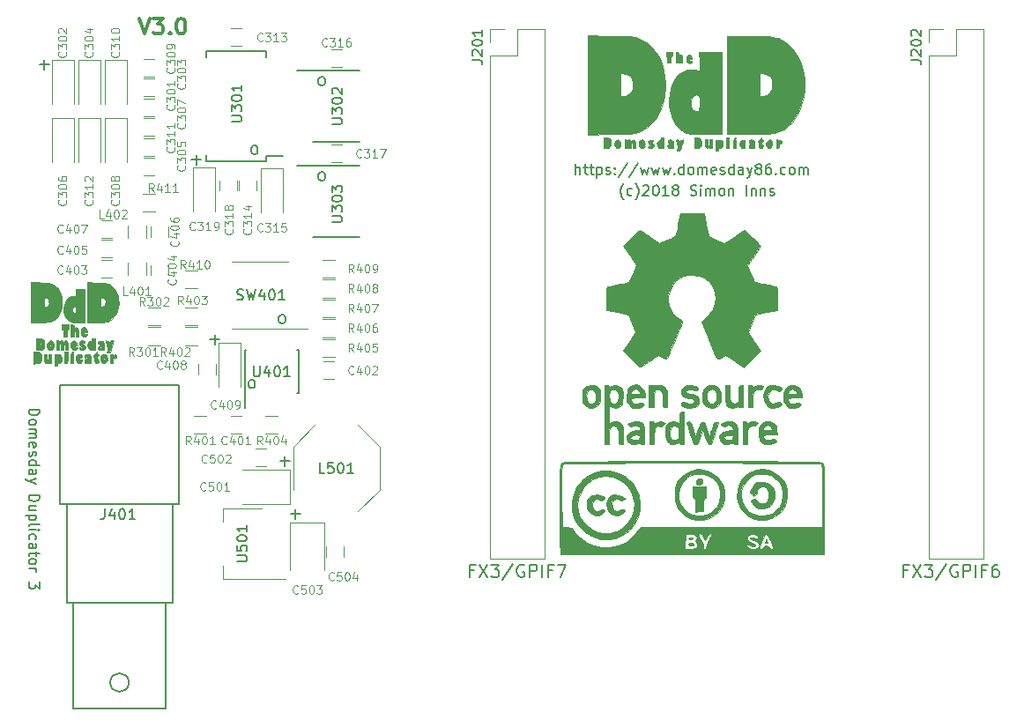
<source format=gbr>
G04 #@! TF.FileFunction,Legend,Top*
%FSLAX46Y46*%
G04 Gerber Fmt 4.6, Leading zero omitted, Abs format (unit mm)*
G04 Created by KiCad (PCBNEW 4.0.7) date 06/19/18 15:52:20*
%MOMM*%
%LPD*%
G01*
G04 APERTURE LIST*
%ADD10C,0.100000*%
%ADD11C,0.300000*%
%ADD12C,0.200000*%
%ADD13C,0.120000*%
%ADD14C,0.150000*%
%ADD15C,0.010000*%
G04 APERTURE END LIST*
D10*
D11*
X119634286Y-70806571D02*
X120134286Y-72306571D01*
X120634286Y-70806571D01*
X120991429Y-70806571D02*
X121920000Y-70806571D01*
X121420000Y-71378000D01*
X121634286Y-71378000D01*
X121777143Y-71449429D01*
X121848572Y-71520857D01*
X121920000Y-71663714D01*
X121920000Y-72020857D01*
X121848572Y-72163714D01*
X121777143Y-72235143D01*
X121634286Y-72306571D01*
X121205714Y-72306571D01*
X121062857Y-72235143D01*
X120991429Y-72163714D01*
X122562857Y-72163714D02*
X122634285Y-72235143D01*
X122562857Y-72306571D01*
X122491428Y-72235143D01*
X122562857Y-72163714D01*
X122562857Y-72306571D01*
X123562857Y-70806571D02*
X123705714Y-70806571D01*
X123848571Y-70878000D01*
X123920000Y-70949429D01*
X123991429Y-71092286D01*
X124062857Y-71378000D01*
X124062857Y-71735143D01*
X123991429Y-72020857D01*
X123920000Y-72163714D01*
X123848571Y-72235143D01*
X123705714Y-72306571D01*
X123562857Y-72306571D01*
X123420000Y-72235143D01*
X123348571Y-72163714D01*
X123277143Y-72020857D01*
X123205714Y-71735143D01*
X123205714Y-71378000D01*
X123277143Y-71092286D01*
X123348571Y-70949429D01*
X123420000Y-70878000D01*
X123562857Y-70806571D01*
D12*
X109021619Y-108395570D02*
X110021619Y-108395570D01*
X110021619Y-108633665D01*
X109974000Y-108776523D01*
X109878762Y-108871761D01*
X109783524Y-108919380D01*
X109593048Y-108966999D01*
X109450190Y-108966999D01*
X109259714Y-108919380D01*
X109164476Y-108871761D01*
X109069238Y-108776523D01*
X109021619Y-108633665D01*
X109021619Y-108395570D01*
X109021619Y-109538427D02*
X109069238Y-109443189D01*
X109116857Y-109395570D01*
X109212095Y-109347951D01*
X109497810Y-109347951D01*
X109593048Y-109395570D01*
X109640667Y-109443189D01*
X109688286Y-109538427D01*
X109688286Y-109681285D01*
X109640667Y-109776523D01*
X109593048Y-109824142D01*
X109497810Y-109871761D01*
X109212095Y-109871761D01*
X109116857Y-109824142D01*
X109069238Y-109776523D01*
X109021619Y-109681285D01*
X109021619Y-109538427D01*
X109021619Y-110300332D02*
X109688286Y-110300332D01*
X109593048Y-110300332D02*
X109640667Y-110347951D01*
X109688286Y-110443189D01*
X109688286Y-110586047D01*
X109640667Y-110681285D01*
X109545429Y-110728904D01*
X109021619Y-110728904D01*
X109545429Y-110728904D02*
X109640667Y-110776523D01*
X109688286Y-110871761D01*
X109688286Y-111014618D01*
X109640667Y-111109856D01*
X109545429Y-111157475D01*
X109021619Y-111157475D01*
X109069238Y-112014618D02*
X109021619Y-111919380D01*
X109021619Y-111728903D01*
X109069238Y-111633665D01*
X109164476Y-111586046D01*
X109545429Y-111586046D01*
X109640667Y-111633665D01*
X109688286Y-111728903D01*
X109688286Y-111919380D01*
X109640667Y-112014618D01*
X109545429Y-112062237D01*
X109450190Y-112062237D01*
X109354952Y-111586046D01*
X109069238Y-112443189D02*
X109021619Y-112538427D01*
X109021619Y-112728903D01*
X109069238Y-112824142D01*
X109164476Y-112871761D01*
X109212095Y-112871761D01*
X109307333Y-112824142D01*
X109354952Y-112728903D01*
X109354952Y-112586046D01*
X109402571Y-112490808D01*
X109497810Y-112443189D01*
X109545429Y-112443189D01*
X109640667Y-112490808D01*
X109688286Y-112586046D01*
X109688286Y-112728903D01*
X109640667Y-112824142D01*
X109021619Y-113728904D02*
X110021619Y-113728904D01*
X109069238Y-113728904D02*
X109021619Y-113633666D01*
X109021619Y-113443189D01*
X109069238Y-113347951D01*
X109116857Y-113300332D01*
X109212095Y-113252713D01*
X109497810Y-113252713D01*
X109593048Y-113300332D01*
X109640667Y-113347951D01*
X109688286Y-113443189D01*
X109688286Y-113633666D01*
X109640667Y-113728904D01*
X109021619Y-114633666D02*
X109545429Y-114633666D01*
X109640667Y-114586047D01*
X109688286Y-114490809D01*
X109688286Y-114300332D01*
X109640667Y-114205094D01*
X109069238Y-114633666D02*
X109021619Y-114538428D01*
X109021619Y-114300332D01*
X109069238Y-114205094D01*
X109164476Y-114157475D01*
X109259714Y-114157475D01*
X109354952Y-114205094D01*
X109402571Y-114300332D01*
X109402571Y-114538428D01*
X109450190Y-114633666D01*
X109688286Y-115014618D02*
X109021619Y-115252713D01*
X109688286Y-115490809D02*
X109021619Y-115252713D01*
X108783524Y-115157475D01*
X108735905Y-115109856D01*
X108688286Y-115014618D01*
X109021619Y-116633666D02*
X110021619Y-116633666D01*
X110021619Y-116871761D01*
X109974000Y-117014619D01*
X109878762Y-117109857D01*
X109783524Y-117157476D01*
X109593048Y-117205095D01*
X109450190Y-117205095D01*
X109259714Y-117157476D01*
X109164476Y-117109857D01*
X109069238Y-117014619D01*
X109021619Y-116871761D01*
X109021619Y-116633666D01*
X109688286Y-118062238D02*
X109021619Y-118062238D01*
X109688286Y-117633666D02*
X109164476Y-117633666D01*
X109069238Y-117681285D01*
X109021619Y-117776523D01*
X109021619Y-117919381D01*
X109069238Y-118014619D01*
X109116857Y-118062238D01*
X109688286Y-118538428D02*
X108688286Y-118538428D01*
X109640667Y-118538428D02*
X109688286Y-118633666D01*
X109688286Y-118824143D01*
X109640667Y-118919381D01*
X109593048Y-118967000D01*
X109497810Y-119014619D01*
X109212095Y-119014619D01*
X109116857Y-118967000D01*
X109069238Y-118919381D01*
X109021619Y-118824143D01*
X109021619Y-118633666D01*
X109069238Y-118538428D01*
X109021619Y-119586047D02*
X109069238Y-119490809D01*
X109164476Y-119443190D01*
X110021619Y-119443190D01*
X109021619Y-119967000D02*
X109688286Y-119967000D01*
X110021619Y-119967000D02*
X109974000Y-119919381D01*
X109926381Y-119967000D01*
X109974000Y-120014619D01*
X110021619Y-119967000D01*
X109926381Y-119967000D01*
X109069238Y-120871762D02*
X109021619Y-120776524D01*
X109021619Y-120586047D01*
X109069238Y-120490809D01*
X109116857Y-120443190D01*
X109212095Y-120395571D01*
X109497810Y-120395571D01*
X109593048Y-120443190D01*
X109640667Y-120490809D01*
X109688286Y-120586047D01*
X109688286Y-120776524D01*
X109640667Y-120871762D01*
X109021619Y-121728905D02*
X109545429Y-121728905D01*
X109640667Y-121681286D01*
X109688286Y-121586048D01*
X109688286Y-121395571D01*
X109640667Y-121300333D01*
X109069238Y-121728905D02*
X109021619Y-121633667D01*
X109021619Y-121395571D01*
X109069238Y-121300333D01*
X109164476Y-121252714D01*
X109259714Y-121252714D01*
X109354952Y-121300333D01*
X109402571Y-121395571D01*
X109402571Y-121633667D01*
X109450190Y-121728905D01*
X109688286Y-122062238D02*
X109688286Y-122443190D01*
X110021619Y-122205095D02*
X109164476Y-122205095D01*
X109069238Y-122252714D01*
X109021619Y-122347952D01*
X109021619Y-122443190D01*
X109021619Y-122919381D02*
X109069238Y-122824143D01*
X109116857Y-122776524D01*
X109212095Y-122728905D01*
X109497810Y-122728905D01*
X109593048Y-122776524D01*
X109640667Y-122824143D01*
X109688286Y-122919381D01*
X109688286Y-123062239D01*
X109640667Y-123157477D01*
X109593048Y-123205096D01*
X109497810Y-123252715D01*
X109212095Y-123252715D01*
X109116857Y-123205096D01*
X109069238Y-123157477D01*
X109021619Y-123062239D01*
X109021619Y-122919381D01*
X109021619Y-123681286D02*
X109688286Y-123681286D01*
X109497810Y-123681286D02*
X109593048Y-123728905D01*
X109640667Y-123776524D01*
X109688286Y-123871762D01*
X109688286Y-123967001D01*
X110021619Y-124967001D02*
X110021619Y-125586049D01*
X109640667Y-125252715D01*
X109640667Y-125395573D01*
X109593048Y-125490811D01*
X109545429Y-125538430D01*
X109450190Y-125586049D01*
X109212095Y-125586049D01*
X109116857Y-125538430D01*
X109069238Y-125490811D01*
X109021619Y-125395573D01*
X109021619Y-125109858D01*
X109069238Y-125014620D01*
X109116857Y-124967001D01*
X133264286Y-100110857D02*
X133150000Y-100053714D01*
X133092857Y-99996571D01*
X133035714Y-99882286D01*
X133035714Y-99539429D01*
X133092857Y-99425143D01*
X133150000Y-99368000D01*
X133264286Y-99310857D01*
X133435714Y-99310857D01*
X133550000Y-99368000D01*
X133607143Y-99425143D01*
X133664286Y-99539429D01*
X133664286Y-99882286D01*
X133607143Y-99996571D01*
X133550000Y-100053714D01*
X133435714Y-100110857D01*
X133264286Y-100110857D01*
X130343286Y-106333857D02*
X130229000Y-106276714D01*
X130171857Y-106219571D01*
X130114714Y-106105286D01*
X130114714Y-105762429D01*
X130171857Y-105648143D01*
X130229000Y-105591000D01*
X130343286Y-105533857D01*
X130514714Y-105533857D01*
X130629000Y-105591000D01*
X130686143Y-105648143D01*
X130743286Y-105762429D01*
X130743286Y-106105286D01*
X130686143Y-106219571D01*
X130629000Y-106276714D01*
X130514714Y-106333857D01*
X130343286Y-106333857D01*
X134162857Y-118449714D02*
X135077143Y-118449714D01*
X134620000Y-118906857D02*
X134620000Y-117992571D01*
X133146857Y-113369714D02*
X134061143Y-113369714D01*
X133604000Y-113826857D02*
X133604000Y-112912571D01*
X193440572Y-123866286D02*
X193040572Y-123866286D01*
X193040572Y-124494857D02*
X193040572Y-123294857D01*
X193612001Y-123294857D01*
X193954858Y-123294857D02*
X194754858Y-124494857D01*
X194754858Y-123294857D02*
X193954858Y-124494857D01*
X195097715Y-123294857D02*
X195840572Y-123294857D01*
X195440572Y-123752000D01*
X195612000Y-123752000D01*
X195726286Y-123809143D01*
X195783429Y-123866286D01*
X195840572Y-123980571D01*
X195840572Y-124266286D01*
X195783429Y-124380571D01*
X195726286Y-124437714D01*
X195612000Y-124494857D01*
X195269143Y-124494857D01*
X195154857Y-124437714D01*
X195097715Y-124380571D01*
X197212000Y-123237714D02*
X196183429Y-124780571D01*
X198240572Y-123352000D02*
X198126286Y-123294857D01*
X197954857Y-123294857D01*
X197783429Y-123352000D01*
X197669143Y-123466286D01*
X197612000Y-123580571D01*
X197554857Y-123809143D01*
X197554857Y-123980571D01*
X197612000Y-124209143D01*
X197669143Y-124323429D01*
X197783429Y-124437714D01*
X197954857Y-124494857D01*
X198069143Y-124494857D01*
X198240572Y-124437714D01*
X198297715Y-124380571D01*
X198297715Y-123980571D01*
X198069143Y-123980571D01*
X198812000Y-124494857D02*
X198812000Y-123294857D01*
X199269143Y-123294857D01*
X199383429Y-123352000D01*
X199440572Y-123409143D01*
X199497715Y-123523429D01*
X199497715Y-123694857D01*
X199440572Y-123809143D01*
X199383429Y-123866286D01*
X199269143Y-123923429D01*
X198812000Y-123923429D01*
X200012000Y-124494857D02*
X200012000Y-123294857D01*
X200983429Y-123866286D02*
X200583429Y-123866286D01*
X200583429Y-124494857D02*
X200583429Y-123294857D01*
X201154858Y-123294857D01*
X202126286Y-123294857D02*
X201897715Y-123294857D01*
X201783429Y-123352000D01*
X201726286Y-123409143D01*
X201612000Y-123580571D01*
X201554857Y-123809143D01*
X201554857Y-124266286D01*
X201612000Y-124380571D01*
X201669143Y-124437714D01*
X201783429Y-124494857D01*
X202012000Y-124494857D01*
X202126286Y-124437714D01*
X202183429Y-124380571D01*
X202240572Y-124266286D01*
X202240572Y-123980571D01*
X202183429Y-123866286D01*
X202126286Y-123809143D01*
X202012000Y-123752000D01*
X201783429Y-123752000D01*
X201669143Y-123809143D01*
X201612000Y-123866286D01*
X201554857Y-123980571D01*
X151784572Y-123866286D02*
X151384572Y-123866286D01*
X151384572Y-124494857D02*
X151384572Y-123294857D01*
X151956001Y-123294857D01*
X152298858Y-123294857D02*
X153098858Y-124494857D01*
X153098858Y-123294857D02*
X152298858Y-124494857D01*
X153441715Y-123294857D02*
X154184572Y-123294857D01*
X153784572Y-123752000D01*
X153956000Y-123752000D01*
X154070286Y-123809143D01*
X154127429Y-123866286D01*
X154184572Y-123980571D01*
X154184572Y-124266286D01*
X154127429Y-124380571D01*
X154070286Y-124437714D01*
X153956000Y-124494857D01*
X153613143Y-124494857D01*
X153498857Y-124437714D01*
X153441715Y-124380571D01*
X155556000Y-123237714D02*
X154527429Y-124780571D01*
X156584572Y-123352000D02*
X156470286Y-123294857D01*
X156298857Y-123294857D01*
X156127429Y-123352000D01*
X156013143Y-123466286D01*
X155956000Y-123580571D01*
X155898857Y-123809143D01*
X155898857Y-123980571D01*
X155956000Y-124209143D01*
X156013143Y-124323429D01*
X156127429Y-124437714D01*
X156298857Y-124494857D01*
X156413143Y-124494857D01*
X156584572Y-124437714D01*
X156641715Y-124380571D01*
X156641715Y-123980571D01*
X156413143Y-123980571D01*
X157156000Y-124494857D02*
X157156000Y-123294857D01*
X157613143Y-123294857D01*
X157727429Y-123352000D01*
X157784572Y-123409143D01*
X157841715Y-123523429D01*
X157841715Y-123694857D01*
X157784572Y-123809143D01*
X157727429Y-123866286D01*
X157613143Y-123923429D01*
X157156000Y-123923429D01*
X158356000Y-124494857D02*
X158356000Y-123294857D01*
X159327429Y-123866286D02*
X158927429Y-123866286D01*
X158927429Y-124494857D02*
X158927429Y-123294857D01*
X159498858Y-123294857D01*
X159841715Y-123294857D02*
X160641715Y-123294857D01*
X160127429Y-124494857D01*
X126415857Y-101685714D02*
X127330143Y-101685714D01*
X126873000Y-102142857D02*
X126873000Y-101228571D01*
X124637857Y-84413714D02*
X125552143Y-84413714D01*
X125095000Y-84870857D02*
X125095000Y-83956571D01*
X110032857Y-75269714D02*
X110947143Y-75269714D01*
X110490000Y-75726857D02*
X110490000Y-74812571D01*
X137074286Y-86394857D02*
X136960000Y-86337714D01*
X136902857Y-86280571D01*
X136845714Y-86166286D01*
X136845714Y-85823429D01*
X136902857Y-85709143D01*
X136960000Y-85652000D01*
X137074286Y-85594857D01*
X137245714Y-85594857D01*
X137360000Y-85652000D01*
X137417143Y-85709143D01*
X137474286Y-85823429D01*
X137474286Y-86166286D01*
X137417143Y-86280571D01*
X137360000Y-86337714D01*
X137245714Y-86394857D01*
X137074286Y-86394857D01*
X137074286Y-77250857D02*
X136960000Y-77193714D01*
X136902857Y-77136571D01*
X136845714Y-77022286D01*
X136845714Y-76679429D01*
X136902857Y-76565143D01*
X136960000Y-76508000D01*
X137074286Y-76450857D01*
X137245714Y-76450857D01*
X137360000Y-76508000D01*
X137417143Y-76565143D01*
X137474286Y-76679429D01*
X137474286Y-77022286D01*
X137417143Y-77136571D01*
X137360000Y-77193714D01*
X137245714Y-77250857D01*
X137074286Y-77250857D01*
X130597286Y-83854857D02*
X130483000Y-83797714D01*
X130425857Y-83740571D01*
X130368714Y-83626286D01*
X130368714Y-83283429D01*
X130425857Y-83169143D01*
X130483000Y-83112000D01*
X130597286Y-83054857D01*
X130768714Y-83054857D01*
X130883000Y-83112000D01*
X130940143Y-83169143D01*
X130997286Y-83283429D01*
X130997286Y-83626286D01*
X130940143Y-83740571D01*
X130883000Y-83797714D01*
X130768714Y-83854857D01*
X130597286Y-83854857D01*
X166156572Y-88209333D02*
X166108952Y-88161714D01*
X166013714Y-88018857D01*
X165966095Y-87923619D01*
X165918476Y-87780762D01*
X165870857Y-87542667D01*
X165870857Y-87352190D01*
X165918476Y-87114095D01*
X165966095Y-86971238D01*
X166013714Y-86876000D01*
X166108952Y-86733143D01*
X166156572Y-86685524D01*
X166966096Y-87780762D02*
X166870858Y-87828381D01*
X166680381Y-87828381D01*
X166585143Y-87780762D01*
X166537524Y-87733143D01*
X166489905Y-87637905D01*
X166489905Y-87352190D01*
X166537524Y-87256952D01*
X166585143Y-87209333D01*
X166680381Y-87161714D01*
X166870858Y-87161714D01*
X166966096Y-87209333D01*
X167299429Y-88209333D02*
X167347048Y-88161714D01*
X167442286Y-88018857D01*
X167489905Y-87923619D01*
X167537524Y-87780762D01*
X167585143Y-87542667D01*
X167585143Y-87352190D01*
X167537524Y-87114095D01*
X167489905Y-86971238D01*
X167442286Y-86876000D01*
X167347048Y-86733143D01*
X167299429Y-86685524D01*
X168013715Y-86923619D02*
X168061334Y-86876000D01*
X168156572Y-86828381D01*
X168394668Y-86828381D01*
X168489906Y-86876000D01*
X168537525Y-86923619D01*
X168585144Y-87018857D01*
X168585144Y-87114095D01*
X168537525Y-87256952D01*
X167966096Y-87828381D01*
X168585144Y-87828381D01*
X169204191Y-86828381D02*
X169299430Y-86828381D01*
X169394668Y-86876000D01*
X169442287Y-86923619D01*
X169489906Y-87018857D01*
X169537525Y-87209333D01*
X169537525Y-87447429D01*
X169489906Y-87637905D01*
X169442287Y-87733143D01*
X169394668Y-87780762D01*
X169299430Y-87828381D01*
X169204191Y-87828381D01*
X169108953Y-87780762D01*
X169061334Y-87733143D01*
X169013715Y-87637905D01*
X168966096Y-87447429D01*
X168966096Y-87209333D01*
X169013715Y-87018857D01*
X169061334Y-86923619D01*
X169108953Y-86876000D01*
X169204191Y-86828381D01*
X170489906Y-87828381D02*
X169918477Y-87828381D01*
X170204191Y-87828381D02*
X170204191Y-86828381D01*
X170108953Y-86971238D01*
X170013715Y-87066476D01*
X169918477Y-87114095D01*
X171061334Y-87256952D02*
X170966096Y-87209333D01*
X170918477Y-87161714D01*
X170870858Y-87066476D01*
X170870858Y-87018857D01*
X170918477Y-86923619D01*
X170966096Y-86876000D01*
X171061334Y-86828381D01*
X171251811Y-86828381D01*
X171347049Y-86876000D01*
X171394668Y-86923619D01*
X171442287Y-87018857D01*
X171442287Y-87066476D01*
X171394668Y-87161714D01*
X171347049Y-87209333D01*
X171251811Y-87256952D01*
X171061334Y-87256952D01*
X170966096Y-87304571D01*
X170918477Y-87352190D01*
X170870858Y-87447429D01*
X170870858Y-87637905D01*
X170918477Y-87733143D01*
X170966096Y-87780762D01*
X171061334Y-87828381D01*
X171251811Y-87828381D01*
X171347049Y-87780762D01*
X171394668Y-87733143D01*
X171442287Y-87637905D01*
X171442287Y-87447429D01*
X171394668Y-87352190D01*
X171347049Y-87304571D01*
X171251811Y-87256952D01*
X172585144Y-87780762D02*
X172728001Y-87828381D01*
X172966097Y-87828381D01*
X173061335Y-87780762D01*
X173108954Y-87733143D01*
X173156573Y-87637905D01*
X173156573Y-87542667D01*
X173108954Y-87447429D01*
X173061335Y-87399810D01*
X172966097Y-87352190D01*
X172775620Y-87304571D01*
X172680382Y-87256952D01*
X172632763Y-87209333D01*
X172585144Y-87114095D01*
X172585144Y-87018857D01*
X172632763Y-86923619D01*
X172680382Y-86876000D01*
X172775620Y-86828381D01*
X173013716Y-86828381D01*
X173156573Y-86876000D01*
X173585144Y-87828381D02*
X173585144Y-87161714D01*
X173585144Y-86828381D02*
X173537525Y-86876000D01*
X173585144Y-86923619D01*
X173632763Y-86876000D01*
X173585144Y-86828381D01*
X173585144Y-86923619D01*
X174061334Y-87828381D02*
X174061334Y-87161714D01*
X174061334Y-87256952D02*
X174108953Y-87209333D01*
X174204191Y-87161714D01*
X174347049Y-87161714D01*
X174442287Y-87209333D01*
X174489906Y-87304571D01*
X174489906Y-87828381D01*
X174489906Y-87304571D02*
X174537525Y-87209333D01*
X174632763Y-87161714D01*
X174775620Y-87161714D01*
X174870858Y-87209333D01*
X174918477Y-87304571D01*
X174918477Y-87828381D01*
X175537524Y-87828381D02*
X175442286Y-87780762D01*
X175394667Y-87733143D01*
X175347048Y-87637905D01*
X175347048Y-87352190D01*
X175394667Y-87256952D01*
X175442286Y-87209333D01*
X175537524Y-87161714D01*
X175680382Y-87161714D01*
X175775620Y-87209333D01*
X175823239Y-87256952D01*
X175870858Y-87352190D01*
X175870858Y-87637905D01*
X175823239Y-87733143D01*
X175775620Y-87780762D01*
X175680382Y-87828381D01*
X175537524Y-87828381D01*
X176299429Y-87161714D02*
X176299429Y-87828381D01*
X176299429Y-87256952D02*
X176347048Y-87209333D01*
X176442286Y-87161714D01*
X176585144Y-87161714D01*
X176680382Y-87209333D01*
X176728001Y-87304571D01*
X176728001Y-87828381D01*
X177966096Y-87828381D02*
X177966096Y-86828381D01*
X178442286Y-87161714D02*
X178442286Y-87828381D01*
X178442286Y-87256952D02*
X178489905Y-87209333D01*
X178585143Y-87161714D01*
X178728001Y-87161714D01*
X178823239Y-87209333D01*
X178870858Y-87304571D01*
X178870858Y-87828381D01*
X179347048Y-87161714D02*
X179347048Y-87828381D01*
X179347048Y-87256952D02*
X179394667Y-87209333D01*
X179489905Y-87161714D01*
X179632763Y-87161714D01*
X179728001Y-87209333D01*
X179775620Y-87304571D01*
X179775620Y-87828381D01*
X180204191Y-87780762D02*
X180299429Y-87828381D01*
X180489905Y-87828381D01*
X180585144Y-87780762D01*
X180632763Y-87685524D01*
X180632763Y-87637905D01*
X180585144Y-87542667D01*
X180489905Y-87495048D01*
X180347048Y-87495048D01*
X180251810Y-87447429D01*
X180204191Y-87352190D01*
X180204191Y-87304571D01*
X180251810Y-87209333D01*
X180347048Y-87161714D01*
X180489905Y-87161714D01*
X180585144Y-87209333D01*
X161553333Y-85796381D02*
X161553333Y-84796381D01*
X161981905Y-85796381D02*
X161981905Y-85272571D01*
X161934286Y-85177333D01*
X161839048Y-85129714D01*
X161696190Y-85129714D01*
X161600952Y-85177333D01*
X161553333Y-85224952D01*
X162315238Y-85129714D02*
X162696190Y-85129714D01*
X162458095Y-84796381D02*
X162458095Y-85653524D01*
X162505714Y-85748762D01*
X162600952Y-85796381D01*
X162696190Y-85796381D01*
X162886667Y-85129714D02*
X163267619Y-85129714D01*
X163029524Y-84796381D02*
X163029524Y-85653524D01*
X163077143Y-85748762D01*
X163172381Y-85796381D01*
X163267619Y-85796381D01*
X163600953Y-85129714D02*
X163600953Y-86129714D01*
X163600953Y-85177333D02*
X163696191Y-85129714D01*
X163886668Y-85129714D01*
X163981906Y-85177333D01*
X164029525Y-85224952D01*
X164077144Y-85320190D01*
X164077144Y-85605905D01*
X164029525Y-85701143D01*
X163981906Y-85748762D01*
X163886668Y-85796381D01*
X163696191Y-85796381D01*
X163600953Y-85748762D01*
X164458096Y-85748762D02*
X164553334Y-85796381D01*
X164743810Y-85796381D01*
X164839049Y-85748762D01*
X164886668Y-85653524D01*
X164886668Y-85605905D01*
X164839049Y-85510667D01*
X164743810Y-85463048D01*
X164600953Y-85463048D01*
X164505715Y-85415429D01*
X164458096Y-85320190D01*
X164458096Y-85272571D01*
X164505715Y-85177333D01*
X164600953Y-85129714D01*
X164743810Y-85129714D01*
X164839049Y-85177333D01*
X165315239Y-85701143D02*
X165362858Y-85748762D01*
X165315239Y-85796381D01*
X165267620Y-85748762D01*
X165315239Y-85701143D01*
X165315239Y-85796381D01*
X165315239Y-85177333D02*
X165362858Y-85224952D01*
X165315239Y-85272571D01*
X165267620Y-85224952D01*
X165315239Y-85177333D01*
X165315239Y-85272571D01*
X166505715Y-84748762D02*
X165648572Y-86034476D01*
X167553334Y-84748762D02*
X166696191Y-86034476D01*
X167791429Y-85129714D02*
X167981905Y-85796381D01*
X168172382Y-85320190D01*
X168362858Y-85796381D01*
X168553334Y-85129714D01*
X168839048Y-85129714D02*
X169029524Y-85796381D01*
X169220001Y-85320190D01*
X169410477Y-85796381D01*
X169600953Y-85129714D01*
X169886667Y-85129714D02*
X170077143Y-85796381D01*
X170267620Y-85320190D01*
X170458096Y-85796381D01*
X170648572Y-85129714D01*
X171029524Y-85701143D02*
X171077143Y-85748762D01*
X171029524Y-85796381D01*
X170981905Y-85748762D01*
X171029524Y-85701143D01*
X171029524Y-85796381D01*
X171934286Y-85796381D02*
X171934286Y-84796381D01*
X171934286Y-85748762D02*
X171839048Y-85796381D01*
X171648571Y-85796381D01*
X171553333Y-85748762D01*
X171505714Y-85701143D01*
X171458095Y-85605905D01*
X171458095Y-85320190D01*
X171505714Y-85224952D01*
X171553333Y-85177333D01*
X171648571Y-85129714D01*
X171839048Y-85129714D01*
X171934286Y-85177333D01*
X172553333Y-85796381D02*
X172458095Y-85748762D01*
X172410476Y-85701143D01*
X172362857Y-85605905D01*
X172362857Y-85320190D01*
X172410476Y-85224952D01*
X172458095Y-85177333D01*
X172553333Y-85129714D01*
X172696191Y-85129714D01*
X172791429Y-85177333D01*
X172839048Y-85224952D01*
X172886667Y-85320190D01*
X172886667Y-85605905D01*
X172839048Y-85701143D01*
X172791429Y-85748762D01*
X172696191Y-85796381D01*
X172553333Y-85796381D01*
X173315238Y-85796381D02*
X173315238Y-85129714D01*
X173315238Y-85224952D02*
X173362857Y-85177333D01*
X173458095Y-85129714D01*
X173600953Y-85129714D01*
X173696191Y-85177333D01*
X173743810Y-85272571D01*
X173743810Y-85796381D01*
X173743810Y-85272571D02*
X173791429Y-85177333D01*
X173886667Y-85129714D01*
X174029524Y-85129714D01*
X174124762Y-85177333D01*
X174172381Y-85272571D01*
X174172381Y-85796381D01*
X175029524Y-85748762D02*
X174934286Y-85796381D01*
X174743809Y-85796381D01*
X174648571Y-85748762D01*
X174600952Y-85653524D01*
X174600952Y-85272571D01*
X174648571Y-85177333D01*
X174743809Y-85129714D01*
X174934286Y-85129714D01*
X175029524Y-85177333D01*
X175077143Y-85272571D01*
X175077143Y-85367810D01*
X174600952Y-85463048D01*
X175458095Y-85748762D02*
X175553333Y-85796381D01*
X175743809Y-85796381D01*
X175839048Y-85748762D01*
X175886667Y-85653524D01*
X175886667Y-85605905D01*
X175839048Y-85510667D01*
X175743809Y-85463048D01*
X175600952Y-85463048D01*
X175505714Y-85415429D01*
X175458095Y-85320190D01*
X175458095Y-85272571D01*
X175505714Y-85177333D01*
X175600952Y-85129714D01*
X175743809Y-85129714D01*
X175839048Y-85177333D01*
X176743810Y-85796381D02*
X176743810Y-84796381D01*
X176743810Y-85748762D02*
X176648572Y-85796381D01*
X176458095Y-85796381D01*
X176362857Y-85748762D01*
X176315238Y-85701143D01*
X176267619Y-85605905D01*
X176267619Y-85320190D01*
X176315238Y-85224952D01*
X176362857Y-85177333D01*
X176458095Y-85129714D01*
X176648572Y-85129714D01*
X176743810Y-85177333D01*
X177648572Y-85796381D02*
X177648572Y-85272571D01*
X177600953Y-85177333D01*
X177505715Y-85129714D01*
X177315238Y-85129714D01*
X177220000Y-85177333D01*
X177648572Y-85748762D02*
X177553334Y-85796381D01*
X177315238Y-85796381D01*
X177220000Y-85748762D01*
X177172381Y-85653524D01*
X177172381Y-85558286D01*
X177220000Y-85463048D01*
X177315238Y-85415429D01*
X177553334Y-85415429D01*
X177648572Y-85367810D01*
X178029524Y-85129714D02*
X178267619Y-85796381D01*
X178505715Y-85129714D02*
X178267619Y-85796381D01*
X178172381Y-86034476D01*
X178124762Y-86082095D01*
X178029524Y-86129714D01*
X179029524Y-85224952D02*
X178934286Y-85177333D01*
X178886667Y-85129714D01*
X178839048Y-85034476D01*
X178839048Y-84986857D01*
X178886667Y-84891619D01*
X178934286Y-84844000D01*
X179029524Y-84796381D01*
X179220001Y-84796381D01*
X179315239Y-84844000D01*
X179362858Y-84891619D01*
X179410477Y-84986857D01*
X179410477Y-85034476D01*
X179362858Y-85129714D01*
X179315239Y-85177333D01*
X179220001Y-85224952D01*
X179029524Y-85224952D01*
X178934286Y-85272571D01*
X178886667Y-85320190D01*
X178839048Y-85415429D01*
X178839048Y-85605905D01*
X178886667Y-85701143D01*
X178934286Y-85748762D01*
X179029524Y-85796381D01*
X179220001Y-85796381D01*
X179315239Y-85748762D01*
X179362858Y-85701143D01*
X179410477Y-85605905D01*
X179410477Y-85415429D01*
X179362858Y-85320190D01*
X179315239Y-85272571D01*
X179220001Y-85224952D01*
X180267620Y-84796381D02*
X180077143Y-84796381D01*
X179981905Y-84844000D01*
X179934286Y-84891619D01*
X179839048Y-85034476D01*
X179791429Y-85224952D01*
X179791429Y-85605905D01*
X179839048Y-85701143D01*
X179886667Y-85748762D01*
X179981905Y-85796381D01*
X180172382Y-85796381D01*
X180267620Y-85748762D01*
X180315239Y-85701143D01*
X180362858Y-85605905D01*
X180362858Y-85367810D01*
X180315239Y-85272571D01*
X180267620Y-85224952D01*
X180172382Y-85177333D01*
X179981905Y-85177333D01*
X179886667Y-85224952D01*
X179839048Y-85272571D01*
X179791429Y-85367810D01*
X180791429Y-85701143D02*
X180839048Y-85748762D01*
X180791429Y-85796381D01*
X180743810Y-85748762D01*
X180791429Y-85701143D01*
X180791429Y-85796381D01*
X181696191Y-85748762D02*
X181600953Y-85796381D01*
X181410476Y-85796381D01*
X181315238Y-85748762D01*
X181267619Y-85701143D01*
X181220000Y-85605905D01*
X181220000Y-85320190D01*
X181267619Y-85224952D01*
X181315238Y-85177333D01*
X181410476Y-85129714D01*
X181600953Y-85129714D01*
X181696191Y-85177333D01*
X182267619Y-85796381D02*
X182172381Y-85748762D01*
X182124762Y-85701143D01*
X182077143Y-85605905D01*
X182077143Y-85320190D01*
X182124762Y-85224952D01*
X182172381Y-85177333D01*
X182267619Y-85129714D01*
X182410477Y-85129714D01*
X182505715Y-85177333D01*
X182553334Y-85224952D01*
X182600953Y-85320190D01*
X182600953Y-85605905D01*
X182553334Y-85701143D01*
X182505715Y-85748762D01*
X182410477Y-85796381D01*
X182267619Y-85796381D01*
X183029524Y-85796381D02*
X183029524Y-85129714D01*
X183029524Y-85224952D02*
X183077143Y-85177333D01*
X183172381Y-85129714D01*
X183315239Y-85129714D01*
X183410477Y-85177333D01*
X183458096Y-85272571D01*
X183458096Y-85796381D01*
X183458096Y-85272571D02*
X183505715Y-85177333D01*
X183600953Y-85129714D01*
X183743810Y-85129714D01*
X183839048Y-85177333D01*
X183886667Y-85272571D01*
X183886667Y-85796381D01*
D13*
X113318000Y-74820000D02*
X113318000Y-79070000D01*
X111218000Y-74820000D02*
X111218000Y-79070000D01*
X113318000Y-74820000D02*
X111218000Y-74820000D01*
D14*
X118627026Y-134620000D02*
G75*
G03X118627026Y-134620000I-898026J0D01*
G01*
X122174000Y-135890000D02*
X122174000Y-137160000D01*
X122174000Y-137160000D02*
X113284000Y-137160000D01*
X113284000Y-137160000D02*
X113284000Y-135890000D01*
X122174000Y-127000000D02*
X122174000Y-135890000D01*
X113284000Y-135890000D02*
X113284000Y-127000000D01*
X122809000Y-117475000D02*
X122809000Y-127000000D01*
X122809000Y-127000000D02*
X112649000Y-127000000D01*
X112649000Y-127000000D02*
X112649000Y-117475000D01*
X123444000Y-106045000D02*
X123444000Y-117475000D01*
X123444000Y-117475000D02*
X112014000Y-117475000D01*
X112014000Y-117475000D02*
X112014000Y-106045000D01*
X112014000Y-106045000D02*
X123444000Y-106045000D01*
D13*
X195520000Y-122742000D02*
X200720000Y-122742000D01*
X195520000Y-74422000D02*
X195520000Y-122742000D01*
X200720000Y-71822000D02*
X200720000Y-122742000D01*
X195520000Y-74422000D02*
X198120000Y-74422000D01*
X198120000Y-74422000D02*
X198120000Y-71822000D01*
X198120000Y-71822000D02*
X200720000Y-71822000D01*
X195520000Y-73152000D02*
X195520000Y-71822000D01*
X195520000Y-71822000D02*
X196850000Y-71822000D01*
X153356000Y-122742000D02*
X158556000Y-122742000D01*
X153356000Y-74422000D02*
X153356000Y-122742000D01*
X158556000Y-71822000D02*
X158556000Y-122742000D01*
X153356000Y-74422000D02*
X155956000Y-74422000D01*
X155956000Y-74422000D02*
X155956000Y-71822000D01*
X155956000Y-71822000D02*
X158556000Y-71822000D01*
X153356000Y-73152000D02*
X153356000Y-71822000D01*
X153356000Y-71822000D02*
X154686000Y-71822000D01*
D14*
X131780000Y-84573000D02*
X131780000Y-83998000D01*
X126030000Y-84573000D02*
X126030000Y-83923000D01*
X126030000Y-73923000D02*
X126030000Y-74573000D01*
X131780000Y-73923000D02*
X131780000Y-74573000D01*
X131780000Y-84573000D02*
X126030000Y-84573000D01*
X131780000Y-73923000D02*
X126030000Y-73923000D01*
X131780000Y-83998000D02*
X133380000Y-83998000D01*
X136332000Y-82698000D02*
X140782000Y-82698000D01*
X134807000Y-75798000D02*
X140782000Y-75798000D01*
X136332000Y-91842000D02*
X140782000Y-91842000D01*
X134807000Y-84942000D02*
X140782000Y-84942000D01*
X129759000Y-106850000D02*
X129809000Y-106850000D01*
X129759000Y-102700000D02*
X129904000Y-102700000D01*
X134909000Y-102700000D02*
X134764000Y-102700000D01*
X134909000Y-106850000D02*
X134764000Y-106850000D01*
X129759000Y-106850000D02*
X129759000Y-102700000D01*
X134909000Y-106850000D02*
X134909000Y-102700000D01*
X129809000Y-106850000D02*
X129809000Y-108250000D01*
D13*
X120023000Y-80225000D02*
X121023000Y-80225000D01*
X121023000Y-78525000D02*
X120023000Y-78525000D01*
X129405000Y-71794000D02*
X128405000Y-71794000D01*
X128405000Y-73494000D02*
X129405000Y-73494000D01*
X130898000Y-87368000D02*
X130898000Y-86368000D01*
X129198000Y-86368000D02*
X129198000Y-87368000D01*
X120023000Y-78320000D02*
X121023000Y-78320000D01*
X121023000Y-76620000D02*
X120023000Y-76620000D01*
X133384000Y-85234000D02*
X133384000Y-89484000D01*
X131284000Y-85234000D02*
X131284000Y-89484000D01*
X133384000Y-85234000D02*
X131284000Y-85234000D01*
X115858000Y-74820000D02*
X115858000Y-79070000D01*
X113758000Y-74820000D02*
X113758000Y-79070000D01*
X115858000Y-74820000D02*
X113758000Y-74820000D01*
X138057000Y-75526000D02*
X139057000Y-75526000D01*
X139057000Y-73826000D02*
X138057000Y-73826000D01*
X120023000Y-85940000D02*
X121023000Y-85940000D01*
X121023000Y-84240000D02*
X120023000Y-84240000D01*
X138057000Y-84670000D02*
X139057000Y-84670000D01*
X139057000Y-82970000D02*
X138057000Y-82970000D01*
X113318000Y-80408000D02*
X113318000Y-84658000D01*
X111218000Y-80408000D02*
X111218000Y-84658000D01*
X113318000Y-80408000D02*
X111218000Y-80408000D01*
X128993000Y-87368000D02*
X128993000Y-86368000D01*
X127293000Y-86368000D02*
X127293000Y-87368000D01*
X126907000Y-85107000D02*
X126907000Y-89357000D01*
X124807000Y-85107000D02*
X124807000Y-89357000D01*
X126907000Y-85107000D02*
X124807000Y-85107000D01*
X120023000Y-82130000D02*
X121023000Y-82130000D01*
X121023000Y-80430000D02*
X120023000Y-80430000D01*
X118398000Y-80408000D02*
X118398000Y-84658000D01*
X116298000Y-80408000D02*
X116298000Y-84658000D01*
X118398000Y-80408000D02*
X116298000Y-80408000D01*
X120023000Y-76415000D02*
X121023000Y-76415000D01*
X121023000Y-74715000D02*
X120023000Y-74715000D01*
X118398000Y-74820000D02*
X118398000Y-79070000D01*
X116298000Y-74820000D02*
X116298000Y-79070000D01*
X118398000Y-74820000D02*
X116298000Y-74820000D01*
X126961000Y-105021000D02*
X126961000Y-104021000D01*
X125261000Y-104021000D02*
X125261000Y-105021000D01*
X129320000Y-101998000D02*
X129320000Y-106248000D01*
X127220000Y-101998000D02*
X127220000Y-106248000D01*
X129320000Y-101998000D02*
X127220000Y-101998000D01*
X128405000Y-110705000D02*
X129405000Y-110705000D01*
X129405000Y-109005000D02*
X128405000Y-109005000D01*
X138295000Y-103798000D02*
X137295000Y-103798000D01*
X137295000Y-105498000D02*
X138295000Y-105498000D01*
X120023000Y-84035000D02*
X121023000Y-84035000D01*
X121023000Y-82335000D02*
X120023000Y-82335000D01*
X115858000Y-80408000D02*
X115858000Y-84658000D01*
X113758000Y-80408000D02*
X113758000Y-84658000D01*
X115858000Y-80408000D02*
X113758000Y-80408000D01*
X123987000Y-100466000D02*
X125187000Y-100466000D01*
X125187000Y-102226000D02*
X123987000Y-102226000D01*
X125187000Y-100321000D02*
X123987000Y-100321000D01*
X123987000Y-98561000D02*
X125187000Y-98561000D01*
X138395000Y-103369000D02*
X137195000Y-103369000D01*
X137195000Y-101609000D02*
X138395000Y-101609000D01*
X137195000Y-99704000D02*
X138395000Y-99704000D01*
X138395000Y-101464000D02*
X137195000Y-101464000D01*
X121631000Y-102226000D02*
X120431000Y-102226000D01*
X120431000Y-100466000D02*
X121631000Y-100466000D01*
X120431000Y-98561000D02*
X121631000Y-98561000D01*
X121631000Y-100321000D02*
X120431000Y-100321000D01*
X115959000Y-95719000D02*
X116959000Y-95719000D01*
X116959000Y-94019000D02*
X115959000Y-94019000D01*
X120689000Y-94496000D02*
X120689000Y-95496000D01*
X122389000Y-95496000D02*
X122389000Y-94496000D01*
X115959000Y-93814000D02*
X116959000Y-93814000D01*
X116959000Y-92114000D02*
X115959000Y-92114000D01*
X120689000Y-90813000D02*
X120689000Y-91813000D01*
X122389000Y-91813000D02*
X122389000Y-90813000D01*
X115959000Y-91909000D02*
X116959000Y-91909000D01*
X116959000Y-90209000D02*
X115959000Y-90209000D01*
X130818000Y-113880000D02*
X131818000Y-113880000D01*
X131818000Y-112180000D02*
X130818000Y-112180000D01*
X139280000Y-122547000D02*
X139280000Y-121547000D01*
X137580000Y-121547000D02*
X137580000Y-122547000D01*
X118500000Y-95469000D02*
X118500000Y-94269000D01*
X120260000Y-94269000D02*
X120260000Y-95469000D01*
X118500000Y-91913000D02*
X118500000Y-90713000D01*
X120260000Y-90713000D02*
X120260000Y-91913000D01*
X134407000Y-111996000D02*
X136507000Y-109896000D01*
X142707000Y-111996000D02*
X140607000Y-109896000D01*
X142707000Y-111996000D02*
X142707000Y-116096000D01*
X142707000Y-116096000D02*
X140607000Y-118196000D01*
X134407000Y-116096000D02*
X134407000Y-111996000D01*
X126076000Y-110735000D02*
X124876000Y-110735000D01*
X124876000Y-108975000D02*
X126076000Y-108975000D01*
X132934000Y-110735000D02*
X131734000Y-110735000D01*
X131734000Y-108975000D02*
X132934000Y-108975000D01*
X123987000Y-95005000D02*
X125187000Y-95005000D01*
X125187000Y-96765000D02*
X123987000Y-96765000D01*
X121123000Y-89399000D02*
X119923000Y-89399000D01*
X119923000Y-87639000D02*
X121123000Y-87639000D01*
X127630000Y-117875000D02*
X127630000Y-119135000D01*
X127630000Y-124695000D02*
X127630000Y-123435000D01*
X131390000Y-117875000D02*
X127630000Y-117875000D01*
X133640000Y-124695000D02*
X127630000Y-124695000D01*
X137195000Y-97799000D02*
X138395000Y-97799000D01*
X138395000Y-99559000D02*
X137195000Y-99559000D01*
X137195000Y-95894000D02*
X138395000Y-95894000D01*
X138395000Y-97654000D02*
X137195000Y-97654000D01*
X137195000Y-93989000D02*
X138395000Y-93989000D01*
X138395000Y-95749000D02*
X137195000Y-95749000D01*
X135801000Y-100644000D02*
X128491000Y-100644000D01*
X133891000Y-94174000D02*
X128491000Y-94174000D01*
D15*
G36*
X171428781Y-82485393D02*
X171490392Y-82561127D01*
X171499321Y-82581750D01*
X171546547Y-82698167D01*
X171574020Y-82592333D01*
X171618183Y-82511312D01*
X171711418Y-82476358D01*
X171737413Y-82473234D01*
X171830176Y-82468558D01*
X171872997Y-82475029D01*
X171873333Y-82476134D01*
X171868707Y-82499273D01*
X171852991Y-82558478D01*
X171823430Y-82663445D01*
X171777270Y-82823866D01*
X171711753Y-83049437D01*
X171656802Y-83237917D01*
X171611492Y-83386996D01*
X171575062Y-83472389D01*
X171533200Y-83511837D01*
X171471590Y-83523078D01*
X171426234Y-83523667D01*
X171329001Y-83518281D01*
X171295671Y-83488635D01*
X171305576Y-83414494D01*
X171307322Y-83407250D01*
X171339472Y-83288690D01*
X171364734Y-83209303D01*
X171366877Y-83128698D01*
X171344010Y-82992517D01*
X171300283Y-82824670D01*
X171294945Y-82807136D01*
X171248665Y-82655913D01*
X171213965Y-82540173D01*
X171196839Y-82479989D01*
X171196005Y-82475917D01*
X171232897Y-82468502D01*
X171321864Y-82465335D01*
X171324047Y-82465333D01*
X171428781Y-82485393D01*
X171428781Y-82485393D01*
G37*
X171428781Y-82485393D02*
X171490392Y-82561127D01*
X171499321Y-82581750D01*
X171546547Y-82698167D01*
X171574020Y-82592333D01*
X171618183Y-82511312D01*
X171711418Y-82476358D01*
X171737413Y-82473234D01*
X171830176Y-82468558D01*
X171872997Y-82475029D01*
X171873333Y-82476134D01*
X171868707Y-82499273D01*
X171852991Y-82558478D01*
X171823430Y-82663445D01*
X171777270Y-82823866D01*
X171711753Y-83049437D01*
X171656802Y-83237917D01*
X171611492Y-83386996D01*
X171575062Y-83472389D01*
X171533200Y-83511837D01*
X171471590Y-83523078D01*
X171426234Y-83523667D01*
X171329001Y-83518281D01*
X171295671Y-83488635D01*
X171305576Y-83414494D01*
X171307322Y-83407250D01*
X171339472Y-83288690D01*
X171364734Y-83209303D01*
X171366877Y-83128698D01*
X171344010Y-82992517D01*
X171300283Y-82824670D01*
X171294945Y-82807136D01*
X171248665Y-82655913D01*
X171213965Y-82540173D01*
X171196839Y-82479989D01*
X171196005Y-82475917D01*
X171232897Y-82468502D01*
X171321864Y-82465335D01*
X171324047Y-82465333D01*
X171428781Y-82485393D01*
G36*
X175258848Y-82473703D02*
X175448746Y-82490569D01*
X175570311Y-82543254D01*
X175636702Y-82644606D01*
X175661078Y-82807471D01*
X175662166Y-82867500D01*
X175637571Y-83065821D01*
X175565429Y-83199143D01*
X175448208Y-83263826D01*
X175389353Y-83269667D01*
X175307817Y-83283610D01*
X175280673Y-83342971D01*
X175279497Y-83386083D01*
X175268648Y-83468182D01*
X175215910Y-83504670D01*
X175143583Y-83515765D01*
X175006000Y-83529031D01*
X175006000Y-82872814D01*
X175287365Y-82872814D01*
X175295383Y-82950119D01*
X175326064Y-83007889D01*
X175345074Y-83015667D01*
X175386097Y-82981816D01*
X175405025Y-82945088D01*
X175407648Y-82866795D01*
X175367154Y-82816364D01*
X175309996Y-82820431D01*
X175287365Y-82872814D01*
X175006000Y-82872814D01*
X175006000Y-82470118D01*
X175258848Y-82473703D01*
X175258848Y-82473703D01*
G37*
X175258848Y-82473703D02*
X175448746Y-82490569D01*
X175570311Y-82543254D01*
X175636702Y-82644606D01*
X175661078Y-82807471D01*
X175662166Y-82867500D01*
X175637571Y-83065821D01*
X175565429Y-83199143D01*
X175448208Y-83263826D01*
X175389353Y-83269667D01*
X175307817Y-83283610D01*
X175280673Y-83342971D01*
X175279497Y-83386083D01*
X175268648Y-83468182D01*
X175215910Y-83504670D01*
X175143583Y-83515765D01*
X175006000Y-83529031D01*
X175006000Y-82872814D01*
X175287365Y-82872814D01*
X175295383Y-82950119D01*
X175326064Y-83007889D01*
X175345074Y-83015667D01*
X175386097Y-82981816D01*
X175405025Y-82945088D01*
X175407648Y-82866795D01*
X175367154Y-82816364D01*
X175309996Y-82820431D01*
X175287365Y-82872814D01*
X175006000Y-82872814D01*
X175006000Y-82470118D01*
X175258848Y-82473703D01*
G36*
X165701467Y-82497232D02*
X165799608Y-82591685D01*
X165851603Y-82753258D01*
X165862000Y-82908974D01*
X165848189Y-83057744D01*
X165797994Y-83162937D01*
X165758090Y-83208091D01*
X165650393Y-83291745D01*
X165553018Y-83301232D01*
X165441817Y-83237064D01*
X165415696Y-83215353D01*
X165326425Y-83096035D01*
X165283982Y-82947676D01*
X165284295Y-82867500D01*
X165523333Y-82867500D01*
X165539533Y-82949922D01*
X165576250Y-82962750D01*
X165621133Y-82911160D01*
X165629166Y-82867500D01*
X165604192Y-82793346D01*
X165576250Y-82772250D01*
X165535083Y-82793088D01*
X165523333Y-82867500D01*
X165284295Y-82867500D01*
X165284596Y-82790641D01*
X165324496Y-82645296D01*
X165399911Y-82532006D01*
X165507069Y-82471137D01*
X165554461Y-82465981D01*
X165701467Y-82497232D01*
X165701467Y-82497232D01*
G37*
X165701467Y-82497232D02*
X165799608Y-82591685D01*
X165851603Y-82753258D01*
X165862000Y-82908974D01*
X165848189Y-83057744D01*
X165797994Y-83162937D01*
X165758090Y-83208091D01*
X165650393Y-83291745D01*
X165553018Y-83301232D01*
X165441817Y-83237064D01*
X165415696Y-83215353D01*
X165326425Y-83096035D01*
X165283982Y-82947676D01*
X165284295Y-82867500D01*
X165523333Y-82867500D01*
X165539533Y-82949922D01*
X165576250Y-82962750D01*
X165621133Y-82911160D01*
X165629166Y-82867500D01*
X165604192Y-82793346D01*
X165576250Y-82772250D01*
X165535083Y-82793088D01*
X165523333Y-82867500D01*
X165284295Y-82867500D01*
X165284596Y-82790641D01*
X165324496Y-82645296D01*
X165399911Y-82532006D01*
X165507069Y-82471137D01*
X165554461Y-82465981D01*
X165701467Y-82497232D01*
G36*
X168026400Y-82503966D02*
X168123707Y-82613945D01*
X168176515Y-82777583D01*
X168188587Y-82878277D01*
X168165828Y-82921115D01*
X168086896Y-82930840D01*
X168044177Y-82931000D01*
X167934787Y-82942166D01*
X167903324Y-82976649D01*
X167905084Y-82983917D01*
X167955644Y-83020649D01*
X168052800Y-83036413D01*
X168056779Y-83036424D01*
X168157632Y-83056516D01*
X168188310Y-83108883D01*
X168150108Y-83180411D01*
X168044320Y-83257984D01*
X168034366Y-83263329D01*
X167936818Y-83304143D01*
X167859571Y-83296977D01*
X167768170Y-83235622D01*
X167737610Y-83209832D01*
X167666754Y-83137080D01*
X167631190Y-83056131D01*
X167619442Y-82934697D01*
X167618833Y-82875610D01*
X167635043Y-82738264D01*
X167901479Y-82738264D01*
X167921932Y-82794747D01*
X167957500Y-82804000D01*
X168010877Y-82773567D01*
X168012940Y-82729917D01*
X167977657Y-82670277D01*
X167929156Y-82680575D01*
X167901479Y-82738264D01*
X167635043Y-82738264D01*
X167642811Y-82672448D01*
X167713984Y-82537240D01*
X167831212Y-82471686D01*
X167894000Y-82465333D01*
X168026400Y-82503966D01*
X168026400Y-82503966D01*
G37*
X168026400Y-82503966D02*
X168123707Y-82613945D01*
X168176515Y-82777583D01*
X168188587Y-82878277D01*
X168165828Y-82921115D01*
X168086896Y-82930840D01*
X168044177Y-82931000D01*
X167934787Y-82942166D01*
X167903324Y-82976649D01*
X167905084Y-82983917D01*
X167955644Y-83020649D01*
X168052800Y-83036413D01*
X168056779Y-83036424D01*
X168157632Y-83056516D01*
X168188310Y-83108883D01*
X168150108Y-83180411D01*
X168044320Y-83257984D01*
X168034366Y-83263329D01*
X167936818Y-83304143D01*
X167859571Y-83296977D01*
X167768170Y-83235622D01*
X167737610Y-83209832D01*
X167666754Y-83137080D01*
X167631190Y-83056131D01*
X167619442Y-82934697D01*
X167618833Y-82875610D01*
X167635043Y-82738264D01*
X167901479Y-82738264D01*
X167921932Y-82794747D01*
X167957500Y-82804000D01*
X168010877Y-82773567D01*
X168012940Y-82729917D01*
X167977657Y-82670277D01*
X167929156Y-82680575D01*
X167901479Y-82738264D01*
X167635043Y-82738264D01*
X167642811Y-82672448D01*
X167713984Y-82537240D01*
X167831212Y-82471686D01*
X167894000Y-82465333D01*
X168026400Y-82503966D01*
G36*
X168797552Y-82473676D02*
X168912159Y-82489688D01*
X168963571Y-82523238D01*
X168973500Y-82571167D01*
X168952139Y-82634805D01*
X168878250Y-82642589D01*
X168799582Y-82653943D01*
X168783000Y-82695506D01*
X168805054Y-82753528D01*
X168825333Y-82761667D01*
X168900492Y-82796540D01*
X168976610Y-82879762D01*
X169028248Y-82979235D01*
X169037000Y-83028742D01*
X169001602Y-83164877D01*
X168906574Y-83255504D01*
X168768665Y-83291647D01*
X168604621Y-83264335D01*
X168600267Y-83262738D01*
X168513363Y-83209459D01*
X168505017Y-83155905D01*
X168526896Y-83072828D01*
X168529000Y-83049354D01*
X168553443Y-83033257D01*
X168591960Y-83057552D01*
X168676668Y-83089679D01*
X168722104Y-83084025D01*
X168751288Y-83057535D01*
X168728567Y-83008941D01*
X168646751Y-82923847D01*
X168637977Y-82915540D01*
X168532726Y-82802756D01*
X168493146Y-82712858D01*
X168513829Y-82622729D01*
X168554136Y-82557179D01*
X168616974Y-82493794D01*
X168705032Y-82471352D01*
X168797552Y-82473676D01*
X168797552Y-82473676D01*
G37*
X168797552Y-82473676D02*
X168912159Y-82489688D01*
X168963571Y-82523238D01*
X168973500Y-82571167D01*
X168952139Y-82634805D01*
X168878250Y-82642589D01*
X168799582Y-82653943D01*
X168783000Y-82695506D01*
X168805054Y-82753528D01*
X168825333Y-82761667D01*
X168900492Y-82796540D01*
X168976610Y-82879762D01*
X169028248Y-82979235D01*
X169037000Y-83028742D01*
X169001602Y-83164877D01*
X168906574Y-83255504D01*
X168768665Y-83291647D01*
X168604621Y-83264335D01*
X168600267Y-83262738D01*
X168513363Y-83209459D01*
X168505017Y-83155905D01*
X168526896Y-83072828D01*
X168529000Y-83049354D01*
X168553443Y-83033257D01*
X168591960Y-83057552D01*
X168676668Y-83089679D01*
X168722104Y-83084025D01*
X168751288Y-83057535D01*
X168728567Y-83008941D01*
X168646751Y-82923847D01*
X168637977Y-82915540D01*
X168532726Y-82802756D01*
X168493146Y-82712858D01*
X168513829Y-82622729D01*
X168554136Y-82557179D01*
X168616974Y-82493794D01*
X168705032Y-82471352D01*
X168797552Y-82473676D01*
G36*
X177723418Y-82487646D02*
X177769143Y-82524647D01*
X177787294Y-82610295D01*
X177791831Y-82666014D01*
X177794871Y-82777741D01*
X177778257Y-82823068D01*
X177738914Y-82820235D01*
X177642129Y-82812128D01*
X177604732Y-82821138D01*
X177565902Y-82861915D01*
X177585469Y-82912008D01*
X177643293Y-82949109D01*
X177719231Y-82950909D01*
X177721310Y-82950270D01*
X177772110Y-82945832D01*
X177794865Y-82988470D01*
X177800000Y-83092951D01*
X177774549Y-83233098D01*
X177705017Y-83305927D01*
X177601636Y-83309070D01*
X177474637Y-83240161D01*
X177410544Y-83183057D01*
X177332850Y-83095530D01*
X177298956Y-83015003D01*
X177296727Y-82903641D01*
X177301794Y-82843961D01*
X177342351Y-82649625D01*
X177421847Y-82528117D01*
X177543931Y-82475303D01*
X177628502Y-82473863D01*
X177723418Y-82487646D01*
X177723418Y-82487646D01*
G37*
X177723418Y-82487646D02*
X177769143Y-82524647D01*
X177787294Y-82610295D01*
X177791831Y-82666014D01*
X177794871Y-82777741D01*
X177778257Y-82823068D01*
X177738914Y-82820235D01*
X177642129Y-82812128D01*
X177604732Y-82821138D01*
X177565902Y-82861915D01*
X177585469Y-82912008D01*
X177643293Y-82949109D01*
X177719231Y-82950909D01*
X177721310Y-82950270D01*
X177772110Y-82945832D01*
X177794865Y-82988470D01*
X177800000Y-83092951D01*
X177774549Y-83233098D01*
X177705017Y-83305927D01*
X177601636Y-83309070D01*
X177474637Y-83240161D01*
X177410544Y-83183057D01*
X177332850Y-83095530D01*
X177298956Y-83015003D01*
X177296727Y-82903641D01*
X177301794Y-82843961D01*
X177342351Y-82649625D01*
X177421847Y-82528117D01*
X177543931Y-82475303D01*
X177628502Y-82473863D01*
X177723418Y-82487646D01*
G36*
X180324641Y-82535534D02*
X180340000Y-82550000D01*
X180405852Y-82667926D01*
X180431563Y-82827929D01*
X180418065Y-82998050D01*
X180366294Y-83146330D01*
X180320757Y-83208091D01*
X180213806Y-83291948D01*
X180117671Y-83301783D01*
X180005185Y-83239241D01*
X179990726Y-83228076D01*
X179894801Y-83102912D01*
X179849531Y-82933454D01*
X179852625Y-82882798D01*
X180093021Y-82882798D01*
X180097712Y-82956758D01*
X180135354Y-82963937D01*
X180184730Y-82911071D01*
X180191833Y-82874555D01*
X180171998Y-82804979D01*
X180130988Y-82802194D01*
X180096546Y-82863885D01*
X180093021Y-82882798D01*
X179852625Y-82882798D01*
X179860900Y-82747336D01*
X179875310Y-82695205D01*
X179954703Y-82555191D01*
X180068534Y-82478008D01*
X180198087Y-82469506D01*
X180324641Y-82535534D01*
X180324641Y-82535534D01*
G37*
X180324641Y-82535534D02*
X180340000Y-82550000D01*
X180405852Y-82667926D01*
X180431563Y-82827929D01*
X180418065Y-82998050D01*
X180366294Y-83146330D01*
X180320757Y-83208091D01*
X180213806Y-83291948D01*
X180117671Y-83301783D01*
X180005185Y-83239241D01*
X179990726Y-83228076D01*
X179894801Y-83102912D01*
X179849531Y-82933454D01*
X179852625Y-82882798D01*
X180093021Y-82882798D01*
X180097712Y-82956758D01*
X180135354Y-82963937D01*
X180184730Y-82911071D01*
X180191833Y-82874555D01*
X180171998Y-82804979D01*
X180130988Y-82802194D01*
X180096546Y-82863885D01*
X180093021Y-82882798D01*
X179852625Y-82882798D01*
X179860900Y-82747336D01*
X179875310Y-82695205D01*
X179954703Y-82555191D01*
X180068534Y-82478008D01*
X180198087Y-82469506D01*
X180324641Y-82535534D01*
G36*
X164607604Y-82258082D02*
X164699998Y-82278696D01*
X164768953Y-82326563D01*
X164821070Y-82383915D01*
X164890230Y-82485644D01*
X164922979Y-82599102D01*
X164930666Y-82745850D01*
X164911569Y-82947900D01*
X164859001Y-83111630D01*
X164780046Y-83218720D01*
X164738270Y-83243370D01*
X164658531Y-83258300D01*
X164529192Y-83267828D01*
X164440370Y-83269667D01*
X164211000Y-83269667D01*
X164211000Y-82761667D01*
X164507333Y-82761667D01*
X164521311Y-82858706D01*
X164560250Y-82878083D01*
X164601571Y-82827058D01*
X164613166Y-82761667D01*
X164593210Y-82677880D01*
X164560250Y-82645250D01*
X164520105Y-82667279D01*
X164507333Y-82761667D01*
X164211000Y-82761667D01*
X164211000Y-82253667D01*
X164461236Y-82253667D01*
X164607604Y-82258082D01*
X164607604Y-82258082D01*
G37*
X164607604Y-82258082D02*
X164699998Y-82278696D01*
X164768953Y-82326563D01*
X164821070Y-82383915D01*
X164890230Y-82485644D01*
X164922979Y-82599102D01*
X164930666Y-82745850D01*
X164911569Y-82947900D01*
X164859001Y-83111630D01*
X164780046Y-83218720D01*
X164738270Y-83243370D01*
X164658531Y-83258300D01*
X164529192Y-83267828D01*
X164440370Y-83269667D01*
X164211000Y-83269667D01*
X164211000Y-82761667D01*
X164507333Y-82761667D01*
X164521311Y-82858706D01*
X164560250Y-82878083D01*
X164601571Y-82827058D01*
X164613166Y-82761667D01*
X164593210Y-82677880D01*
X164560250Y-82645250D01*
X164520105Y-82667279D01*
X164507333Y-82761667D01*
X164211000Y-82761667D01*
X164211000Y-82253667D01*
X164461236Y-82253667D01*
X164607604Y-82258082D01*
G36*
X166459787Y-82480082D02*
X166496998Y-82515923D01*
X166497000Y-82516133D01*
X166509495Y-82545585D01*
X166547800Y-82516133D01*
X166647852Y-82468509D01*
X166759761Y-82492706D01*
X166811476Y-82531857D01*
X166869999Y-82576243D01*
X166920785Y-82554516D01*
X166944523Y-82531857D01*
X167046022Y-82470654D01*
X167146538Y-82493949D01*
X167192476Y-82531857D01*
X167229644Y-82596581D01*
X167250848Y-82709481D01*
X167258771Y-82886791D01*
X167259000Y-82934024D01*
X167259000Y-83269667D01*
X167005000Y-83269667D01*
X167005000Y-82994500D01*
X167000760Y-82840155D01*
X166985612Y-82754369D01*
X166955911Y-82721348D01*
X166941500Y-82719333D01*
X166905881Y-82737703D01*
X166886085Y-82803344D01*
X166878464Y-82932051D01*
X166878000Y-82994500D01*
X166878000Y-83269667D01*
X166624000Y-83269667D01*
X166624000Y-82994500D01*
X166619760Y-82840155D01*
X166604612Y-82754369D01*
X166574911Y-82721348D01*
X166560500Y-82719333D01*
X166524881Y-82737703D01*
X166505085Y-82803344D01*
X166497464Y-82932051D01*
X166497000Y-82994500D01*
X166497000Y-83269667D01*
X166243000Y-83269667D01*
X166243000Y-82465333D01*
X166370000Y-82465333D01*
X166459787Y-82480082D01*
X166459787Y-82480082D01*
G37*
X166459787Y-82480082D02*
X166496998Y-82515923D01*
X166497000Y-82516133D01*
X166509495Y-82545585D01*
X166547800Y-82516133D01*
X166647852Y-82468509D01*
X166759761Y-82492706D01*
X166811476Y-82531857D01*
X166869999Y-82576243D01*
X166920785Y-82554516D01*
X166944523Y-82531857D01*
X167046022Y-82470654D01*
X167146538Y-82493949D01*
X167192476Y-82531857D01*
X167229644Y-82596581D01*
X167250848Y-82709481D01*
X167258771Y-82886791D01*
X167259000Y-82934024D01*
X167259000Y-83269667D01*
X167005000Y-83269667D01*
X167005000Y-82994500D01*
X167000760Y-82840155D01*
X166985612Y-82754369D01*
X166955911Y-82721348D01*
X166941500Y-82719333D01*
X166905881Y-82737703D01*
X166886085Y-82803344D01*
X166878464Y-82932051D01*
X166878000Y-82994500D01*
X166878000Y-83269667D01*
X166624000Y-83269667D01*
X166624000Y-82994500D01*
X166619760Y-82840155D01*
X166604612Y-82754369D01*
X166574911Y-82721348D01*
X166560500Y-82719333D01*
X166524881Y-82737703D01*
X166505085Y-82803344D01*
X166497464Y-82932051D01*
X166497000Y-82994500D01*
X166497000Y-83269667D01*
X166243000Y-83269667D01*
X166243000Y-82465333D01*
X166370000Y-82465333D01*
X166459787Y-82480082D01*
G36*
X170010666Y-83269667D02*
X169788416Y-83268379D01*
X169646731Y-83259804D01*
X169532164Y-83239365D01*
X169493337Y-83224644D01*
X169419826Y-83139092D01*
X169373011Y-83000800D01*
X169367177Y-82931266D01*
X169639012Y-82931266D01*
X169646005Y-82954850D01*
X169686959Y-82998256D01*
X169731675Y-82975981D01*
X169756206Y-82902347D01*
X169756666Y-82888667D01*
X169736496Y-82808568D01*
X169714034Y-82782648D01*
X169668526Y-82789085D01*
X169639424Y-82848990D01*
X169639012Y-82931266D01*
X169367177Y-82931266D01*
X169359456Y-82839268D01*
X169378377Y-82707913D01*
X169451324Y-82558517D01*
X169569799Y-82479821D01*
X169674152Y-82465333D01*
X169740271Y-82450329D01*
X169751088Y-82389093D01*
X169746305Y-82359500D01*
X169741599Y-82287688D01*
X169780061Y-82258720D01*
X169868370Y-82253667D01*
X170010666Y-82253667D01*
X170010666Y-83269667D01*
X170010666Y-83269667D01*
G37*
X170010666Y-83269667D02*
X169788416Y-83268379D01*
X169646731Y-83259804D01*
X169532164Y-83239365D01*
X169493337Y-83224644D01*
X169419826Y-83139092D01*
X169373011Y-83000800D01*
X169367177Y-82931266D01*
X169639012Y-82931266D01*
X169646005Y-82954850D01*
X169686959Y-82998256D01*
X169731675Y-82975981D01*
X169756206Y-82902347D01*
X169756666Y-82888667D01*
X169736496Y-82808568D01*
X169714034Y-82782648D01*
X169668526Y-82789085D01*
X169639424Y-82848990D01*
X169639012Y-82931266D01*
X169367177Y-82931266D01*
X169359456Y-82839268D01*
X169378377Y-82707913D01*
X169451324Y-82558517D01*
X169569799Y-82479821D01*
X169674152Y-82465333D01*
X169740271Y-82450329D01*
X169751088Y-82389093D01*
X169746305Y-82359500D01*
X169741599Y-82287688D01*
X169780061Y-82258720D01*
X169868370Y-82253667D01*
X170010666Y-82253667D01*
X170010666Y-83269667D01*
G36*
X170782548Y-82496100D02*
X170874961Y-82569245D01*
X170901163Y-82617438D01*
X170922941Y-82716823D01*
X170937756Y-82864991D01*
X170942000Y-82996281D01*
X170942000Y-83267717D01*
X170684999Y-83264099D01*
X170538692Y-83258204D01*
X170453460Y-83240376D01*
X170405803Y-83202599D01*
X170382661Y-83160975D01*
X170370845Y-83055793D01*
X170540038Y-83055793D01*
X170569792Y-83120263D01*
X170607862Y-83142667D01*
X170638590Y-83107170D01*
X170645666Y-83058000D01*
X170624537Y-82984510D01*
X170572878Y-82980553D01*
X170549805Y-82998639D01*
X170540038Y-83055793D01*
X170370845Y-83055793D01*
X170370113Y-83049281D01*
X170414180Y-82939986D01*
X170497066Y-82863714D01*
X170565503Y-82846333D01*
X170629082Y-82826064D01*
X170633987Y-82793417D01*
X170582885Y-82757124D01*
X170500865Y-82748825D01*
X170419098Y-82744107D01*
X170396087Y-82696105D01*
X170399656Y-82643771D01*
X170446748Y-82543473D01*
X170543132Y-82484542D01*
X170663502Y-82468309D01*
X170782548Y-82496100D01*
X170782548Y-82496100D01*
G37*
X170782548Y-82496100D02*
X170874961Y-82569245D01*
X170901163Y-82617438D01*
X170922941Y-82716823D01*
X170937756Y-82864991D01*
X170942000Y-82996281D01*
X170942000Y-83267717D01*
X170684999Y-83264099D01*
X170538692Y-83258204D01*
X170453460Y-83240376D01*
X170405803Y-83202599D01*
X170382661Y-83160975D01*
X170370845Y-83055793D01*
X170540038Y-83055793D01*
X170569792Y-83120263D01*
X170607862Y-83142667D01*
X170638590Y-83107170D01*
X170645666Y-83058000D01*
X170624537Y-82984510D01*
X170572878Y-82980553D01*
X170549805Y-82998639D01*
X170540038Y-83055793D01*
X170370845Y-83055793D01*
X170370113Y-83049281D01*
X170414180Y-82939986D01*
X170497066Y-82863714D01*
X170565503Y-82846333D01*
X170629082Y-82826064D01*
X170633987Y-82793417D01*
X170582885Y-82757124D01*
X170500865Y-82748825D01*
X170419098Y-82744107D01*
X170396087Y-82696105D01*
X170399656Y-82643771D01*
X170446748Y-82543473D01*
X170543132Y-82484542D01*
X170663502Y-82468309D01*
X170782548Y-82496100D01*
G36*
X173337101Y-82268137D02*
X173466840Y-82318399D01*
X173554820Y-82414732D01*
X173591417Y-82488548D01*
X173646984Y-82712436D01*
X173630998Y-82929918D01*
X173554614Y-83104656D01*
X173494479Y-83184593D01*
X173432169Y-83229313D01*
X173339955Y-83250872D01*
X173194781Y-83261103D01*
X172931666Y-83273707D01*
X172931666Y-82761667D01*
X173228000Y-82761667D01*
X173241977Y-82858706D01*
X173280916Y-82878083D01*
X173322238Y-82827058D01*
X173333833Y-82761667D01*
X173313877Y-82677880D01*
X173280916Y-82645250D01*
X173240772Y-82667279D01*
X173228000Y-82761667D01*
X172931666Y-82761667D01*
X172931666Y-82253667D01*
X173146116Y-82253667D01*
X173337101Y-82268137D01*
X173337101Y-82268137D01*
G37*
X173337101Y-82268137D02*
X173466840Y-82318399D01*
X173554820Y-82414732D01*
X173591417Y-82488548D01*
X173646984Y-82712436D01*
X173630998Y-82929918D01*
X173554614Y-83104656D01*
X173494479Y-83184593D01*
X173432169Y-83229313D01*
X173339955Y-83250872D01*
X173194781Y-83261103D01*
X172931666Y-83273707D01*
X172931666Y-82761667D01*
X173228000Y-82761667D01*
X173241977Y-82858706D01*
X173280916Y-82878083D01*
X173322238Y-82827058D01*
X173333833Y-82761667D01*
X173313877Y-82677880D01*
X173280916Y-82645250D01*
X173240772Y-82667279D01*
X173228000Y-82761667D01*
X172931666Y-82761667D01*
X172931666Y-82253667D01*
X173146116Y-82253667D01*
X173337101Y-82268137D01*
G36*
X174244000Y-82740500D02*
X174248239Y-82894845D01*
X174263387Y-82980631D01*
X174293088Y-83013652D01*
X174307500Y-83015667D01*
X174343118Y-82997296D01*
X174362914Y-82931655D01*
X174370535Y-82802949D01*
X174371000Y-82740500D01*
X174371000Y-82465333D01*
X174619190Y-82465333D01*
X174632678Y-82867595D01*
X174646166Y-83269856D01*
X174506084Y-83269761D01*
X174415520Y-83259000D01*
X174390296Y-83231071D01*
X174392166Y-83227333D01*
X174390231Y-83188261D01*
X174375996Y-83185000D01*
X174316151Y-83215893D01*
X174307500Y-83227333D01*
X174240713Y-83266672D01*
X174144779Y-83262058D01*
X174059131Y-83219191D01*
X174033822Y-83187783D01*
X174012408Y-83106657D01*
X173996798Y-82969131D01*
X173990066Y-82803431D01*
X173990000Y-82785616D01*
X173990000Y-82465333D01*
X174244000Y-82465333D01*
X174244000Y-82740500D01*
X174244000Y-82740500D01*
G37*
X174244000Y-82740500D02*
X174248239Y-82894845D01*
X174263387Y-82980631D01*
X174293088Y-83013652D01*
X174307500Y-83015667D01*
X174343118Y-82997296D01*
X174362914Y-82931655D01*
X174370535Y-82802949D01*
X174371000Y-82740500D01*
X174371000Y-82465333D01*
X174619190Y-82465333D01*
X174632678Y-82867595D01*
X174646166Y-83269856D01*
X174506084Y-83269761D01*
X174415520Y-83259000D01*
X174390296Y-83231071D01*
X174392166Y-83227333D01*
X174390231Y-83188261D01*
X174375996Y-83185000D01*
X174316151Y-83215893D01*
X174307500Y-83227333D01*
X174240713Y-83266672D01*
X174144779Y-83262058D01*
X174059131Y-83219191D01*
X174033822Y-83187783D01*
X174012408Y-83106657D01*
X173996798Y-82969131D01*
X173990066Y-82803431D01*
X173990000Y-82785616D01*
X173990000Y-82465333D01*
X174244000Y-82465333D01*
X174244000Y-82740500D01*
G36*
X176297166Y-83269667D02*
X176022000Y-83269667D01*
X176022000Y-82253667D01*
X176297166Y-82253667D01*
X176297166Y-83269667D01*
X176297166Y-83269667D01*
G37*
X176297166Y-83269667D02*
X176022000Y-83269667D01*
X176022000Y-82253667D01*
X176297166Y-82253667D01*
X176297166Y-83269667D01*
G36*
X176953333Y-83269667D02*
X176657000Y-83269667D01*
X176657000Y-82507667D01*
X176953333Y-82507667D01*
X176953333Y-83269667D01*
X176953333Y-83269667D01*
G37*
X176953333Y-83269667D02*
X176657000Y-83269667D01*
X176657000Y-82507667D01*
X176953333Y-82507667D01*
X176953333Y-83269667D01*
G36*
X178552603Y-82488731D02*
X178646666Y-82550000D01*
X178692283Y-82611250D01*
X178718331Y-82696194D01*
X178729624Y-82827643D01*
X178731333Y-82951192D01*
X178731333Y-83267717D01*
X178479874Y-83264177D01*
X178341708Y-83258585D01*
X178240873Y-83247711D01*
X178204707Y-83236930D01*
X178182900Y-83169410D01*
X178183251Y-83062146D01*
X178184003Y-83058000D01*
X178350333Y-83058000D01*
X178369839Y-83125143D01*
X178403250Y-83132083D01*
X178452409Y-83080088D01*
X178456166Y-83058000D01*
X178422783Y-82994436D01*
X178403250Y-82983917D01*
X178360762Y-83003564D01*
X178350333Y-83058000D01*
X178184003Y-83058000D01*
X178202490Y-82956152D01*
X178231800Y-82897133D01*
X178316040Y-82853069D01*
X178362327Y-82846333D01*
X178420179Y-82824282D01*
X178423321Y-82793417D01*
X178372142Y-82756722D01*
X178292793Y-82748470D01*
X178209840Y-82740520D01*
X178182258Y-82685569D01*
X178181000Y-82654709D01*
X178216492Y-82554386D01*
X178306614Y-82489604D01*
X178426830Y-82465880D01*
X178552603Y-82488731D01*
X178552603Y-82488731D01*
G37*
X178552603Y-82488731D02*
X178646666Y-82550000D01*
X178692283Y-82611250D01*
X178718331Y-82696194D01*
X178729624Y-82827643D01*
X178731333Y-82951192D01*
X178731333Y-83267717D01*
X178479874Y-83264177D01*
X178341708Y-83258585D01*
X178240873Y-83247711D01*
X178204707Y-83236930D01*
X178182900Y-83169410D01*
X178183251Y-83062146D01*
X178184003Y-83058000D01*
X178350333Y-83058000D01*
X178369839Y-83125143D01*
X178403250Y-83132083D01*
X178452409Y-83080088D01*
X178456166Y-83058000D01*
X178422783Y-82994436D01*
X178403250Y-82983917D01*
X178360762Y-83003564D01*
X178350333Y-83058000D01*
X178184003Y-83058000D01*
X178202490Y-82956152D01*
X178231800Y-82897133D01*
X178316040Y-82853069D01*
X178362327Y-82846333D01*
X178420179Y-82824282D01*
X178423321Y-82793417D01*
X178372142Y-82756722D01*
X178292793Y-82748470D01*
X178209840Y-82740520D01*
X178182258Y-82685569D01*
X178181000Y-82654709D01*
X178216492Y-82554386D01*
X178306614Y-82489604D01*
X178426830Y-82465880D01*
X178552603Y-82488731D01*
G36*
X179408485Y-82327303D02*
X179408666Y-82350076D01*
X179429209Y-82442220D01*
X179472166Y-82465333D01*
X179523238Y-82502134D01*
X179535666Y-82571167D01*
X179513586Y-82656286D01*
X179472166Y-82677000D01*
X179425853Y-82708118D01*
X179408935Y-82808391D01*
X179408666Y-82829696D01*
X179416168Y-82930031D01*
X179444322Y-82962917D01*
X179474700Y-82957052D01*
X179517109Y-82955347D01*
X179531323Y-83006775D01*
X179527617Y-83090106D01*
X179511214Y-83195597D01*
X179470220Y-83243635D01*
X179381353Y-83261426D01*
X179380983Y-83261462D01*
X179263479Y-83251107D01*
X179182424Y-83181521D01*
X179179900Y-83177959D01*
X179136047Y-83070312D01*
X179113475Y-82922689D01*
X179112333Y-82882775D01*
X179104995Y-82762819D01*
X179086378Y-82684512D01*
X179074469Y-82669944D01*
X179080776Y-82634210D01*
X179133595Y-82553995D01*
X179221528Y-82446581D01*
X179222636Y-82445326D01*
X179321404Y-82335517D01*
X179377096Y-82283445D01*
X179402020Y-82282808D01*
X179408485Y-82327303D01*
X179408485Y-82327303D01*
G37*
X179408485Y-82327303D02*
X179408666Y-82350076D01*
X179429209Y-82442220D01*
X179472166Y-82465333D01*
X179523238Y-82502134D01*
X179535666Y-82571167D01*
X179513586Y-82656286D01*
X179472166Y-82677000D01*
X179425853Y-82708118D01*
X179408935Y-82808391D01*
X179408666Y-82829696D01*
X179416168Y-82930031D01*
X179444322Y-82962917D01*
X179474700Y-82957052D01*
X179517109Y-82955347D01*
X179531323Y-83006775D01*
X179527617Y-83090106D01*
X179511214Y-83195597D01*
X179470220Y-83243635D01*
X179381353Y-83261426D01*
X179380983Y-83261462D01*
X179263479Y-83251107D01*
X179182424Y-83181521D01*
X179179900Y-83177959D01*
X179136047Y-83070312D01*
X179113475Y-82922689D01*
X179112333Y-82882775D01*
X179104995Y-82762819D01*
X179086378Y-82684512D01*
X179074469Y-82669944D01*
X179080776Y-82634210D01*
X179133595Y-82553995D01*
X179221528Y-82446581D01*
X179222636Y-82445326D01*
X179321404Y-82335517D01*
X179377096Y-82283445D01*
X179402020Y-82282808D01*
X179408485Y-82327303D01*
G36*
X181029751Y-82481674D02*
X181059666Y-82535038D01*
X181059666Y-82535394D01*
X181065717Y-82581880D01*
X181098300Y-82569167D01*
X181137083Y-82535394D01*
X181233720Y-82472749D01*
X181300796Y-82488708D01*
X181337775Y-82567818D01*
X181355007Y-82711741D01*
X181316343Y-82795478D01*
X181218763Y-82824970D01*
X181206913Y-82825167D01*
X181133297Y-82830081D01*
X181094223Y-82859009D01*
X181076394Y-82933226D01*
X181068037Y-83047417D01*
X181057769Y-83176701D01*
X181037533Y-83242652D01*
X180994161Y-83266541D01*
X180930454Y-83269667D01*
X180805666Y-83269667D01*
X180805666Y-82465333D01*
X180932666Y-82465333D01*
X181029751Y-82481674D01*
X181029751Y-82481674D01*
G37*
X181029751Y-82481674D02*
X181059666Y-82535038D01*
X181059666Y-82535394D01*
X181065717Y-82581880D01*
X181098300Y-82569167D01*
X181137083Y-82535394D01*
X181233720Y-82472749D01*
X181300796Y-82488708D01*
X181337775Y-82567818D01*
X181355007Y-82711741D01*
X181316343Y-82795478D01*
X181218763Y-82824970D01*
X181206913Y-82825167D01*
X181133297Y-82830081D01*
X181094223Y-82859009D01*
X181076394Y-82933226D01*
X181068037Y-83047417D01*
X181057769Y-83176701D01*
X181037533Y-83242652D01*
X180994161Y-83266541D01*
X180930454Y-83269667D01*
X180805666Y-83269667D01*
X180805666Y-82465333D01*
X180932666Y-82465333D01*
X181029751Y-82481674D01*
G36*
X176934677Y-82300062D02*
X176933602Y-82356779D01*
X176892864Y-82415998D01*
X176839816Y-82446626D01*
X176813230Y-82438119D01*
X176788097Y-82374882D01*
X176784000Y-82331278D01*
X176813868Y-82268219D01*
X176877849Y-82256767D01*
X176934677Y-82300062D01*
X176934677Y-82300062D01*
G37*
X176934677Y-82300062D02*
X176933602Y-82356779D01*
X176892864Y-82415998D01*
X176839816Y-82446626D01*
X176813230Y-82438119D01*
X176788097Y-82374882D01*
X176784000Y-82331278D01*
X176813868Y-82268219D01*
X176877849Y-82256767D01*
X176934677Y-82300062D01*
G36*
X164644916Y-72486017D02*
X165170294Y-72492327D01*
X165619490Y-72499739D01*
X166000991Y-72508992D01*
X166323280Y-72520828D01*
X166594844Y-72535987D01*
X166824166Y-72555211D01*
X167019733Y-72579240D01*
X167190028Y-72608816D01*
X167343538Y-72644679D01*
X167488746Y-72687571D01*
X167634138Y-72738232D01*
X167664999Y-72749743D01*
X168076141Y-72947471D01*
X168469044Y-73220155D01*
X168836165Y-73558763D01*
X169169961Y-73954262D01*
X169462890Y-74397619D01*
X169707409Y-74879803D01*
X169895974Y-75391781D01*
X169909504Y-75437496D01*
X170024843Y-75925295D01*
X170104635Y-76457391D01*
X170147363Y-77007932D01*
X170151511Y-77551068D01*
X170115562Y-78060946D01*
X170078357Y-78316667D01*
X169937647Y-78925645D01*
X169740837Y-79492942D01*
X169491867Y-80013017D01*
X169194677Y-80480331D01*
X168853206Y-80889347D01*
X168471394Y-81234524D01*
X168053180Y-81510323D01*
X167685623Y-81680909D01*
X167544712Y-81733749D01*
X167415618Y-81778396D01*
X167289773Y-81815622D01*
X167158610Y-81846201D01*
X167013560Y-81870904D01*
X166846056Y-81890505D01*
X166647528Y-81905777D01*
X166409410Y-81917492D01*
X166123133Y-81926423D01*
X165780129Y-81933344D01*
X165371830Y-81939026D01*
X164889667Y-81944243D01*
X164750750Y-81945622D01*
X162687000Y-81965921D01*
X162687000Y-77216000D01*
X165862000Y-77216000D01*
X165862000Y-78274333D01*
X166063083Y-78274097D01*
X166225550Y-78264075D01*
X166383787Y-78239381D01*
X166421602Y-78230137D01*
X166636283Y-78128592D01*
X166821633Y-77957994D01*
X166931502Y-77792758D01*
X166976274Y-77693119D01*
X167004272Y-77584659D01*
X167019159Y-77443880D01*
X167024601Y-77247284D01*
X167024896Y-77193842D01*
X167022835Y-76986943D01*
X167012394Y-76839323D01*
X166989384Y-76725697D01*
X166949615Y-76620783D01*
X166919692Y-76558842D01*
X166837899Y-76421786D01*
X166740990Y-76325898D01*
X166597173Y-76240537D01*
X166581026Y-76232415D01*
X166444738Y-76178007D01*
X166286721Y-76134783D01*
X166128728Y-76106014D01*
X165992515Y-76094969D01*
X165899836Y-76104919D01*
X165872583Y-76125917D01*
X165869681Y-76175332D01*
X165867082Y-76297621D01*
X165864903Y-76480990D01*
X165863256Y-76713647D01*
X165862256Y-76983799D01*
X165862000Y-77216000D01*
X162687000Y-77216000D01*
X162687000Y-72465248D01*
X164644916Y-72486017D01*
X164644916Y-72486017D01*
G37*
X164644916Y-72486017D02*
X165170294Y-72492327D01*
X165619490Y-72499739D01*
X166000991Y-72508992D01*
X166323280Y-72520828D01*
X166594844Y-72535987D01*
X166824166Y-72555211D01*
X167019733Y-72579240D01*
X167190028Y-72608816D01*
X167343538Y-72644679D01*
X167488746Y-72687571D01*
X167634138Y-72738232D01*
X167664999Y-72749743D01*
X168076141Y-72947471D01*
X168469044Y-73220155D01*
X168836165Y-73558763D01*
X169169961Y-73954262D01*
X169462890Y-74397619D01*
X169707409Y-74879803D01*
X169895974Y-75391781D01*
X169909504Y-75437496D01*
X170024843Y-75925295D01*
X170104635Y-76457391D01*
X170147363Y-77007932D01*
X170151511Y-77551068D01*
X170115562Y-78060946D01*
X170078357Y-78316667D01*
X169937647Y-78925645D01*
X169740837Y-79492942D01*
X169491867Y-80013017D01*
X169194677Y-80480331D01*
X168853206Y-80889347D01*
X168471394Y-81234524D01*
X168053180Y-81510323D01*
X167685623Y-81680909D01*
X167544712Y-81733749D01*
X167415618Y-81778396D01*
X167289773Y-81815622D01*
X167158610Y-81846201D01*
X167013560Y-81870904D01*
X166846056Y-81890505D01*
X166647528Y-81905777D01*
X166409410Y-81917492D01*
X166123133Y-81926423D01*
X165780129Y-81933344D01*
X165371830Y-81939026D01*
X164889667Y-81944243D01*
X164750750Y-81945622D01*
X162687000Y-81965921D01*
X162687000Y-77216000D01*
X165862000Y-77216000D01*
X165862000Y-78274333D01*
X166063083Y-78274097D01*
X166225550Y-78264075D01*
X166383787Y-78239381D01*
X166421602Y-78230137D01*
X166636283Y-78128592D01*
X166821633Y-77957994D01*
X166931502Y-77792758D01*
X166976274Y-77693119D01*
X167004272Y-77584659D01*
X167019159Y-77443880D01*
X167024601Y-77247284D01*
X167024896Y-77193842D01*
X167022835Y-76986943D01*
X167012394Y-76839323D01*
X166989384Y-76725697D01*
X166949615Y-76620783D01*
X166919692Y-76558842D01*
X166837899Y-76421786D01*
X166740990Y-76325898D01*
X166597173Y-76240537D01*
X166581026Y-76232415D01*
X166444738Y-76178007D01*
X166286721Y-76134783D01*
X166128728Y-76106014D01*
X165992515Y-76094969D01*
X165899836Y-76104919D01*
X165872583Y-76125917D01*
X165869681Y-76175332D01*
X165867082Y-76297621D01*
X165864903Y-76480990D01*
X165863256Y-76713647D01*
X165862256Y-76983799D01*
X165862000Y-77216000D01*
X162687000Y-77216000D01*
X162687000Y-72465248D01*
X164644916Y-72486017D01*
G36*
X174508583Y-74083294D02*
X175598666Y-74083333D01*
X175598666Y-81957333D01*
X174233416Y-81951783D01*
X173889638Y-81949480D01*
X173562736Y-81945589D01*
X173265102Y-81940386D01*
X173009124Y-81934147D01*
X172807191Y-81927149D01*
X172671694Y-81919669D01*
X172634392Y-81916054D01*
X172217861Y-81822563D01*
X171842548Y-81655523D01*
X171509530Y-81415930D01*
X171219882Y-81104779D01*
X170974680Y-80723066D01*
X170774999Y-80271788D01*
X170735594Y-80158167D01*
X170610462Y-79670894D01*
X170542852Y-79153750D01*
X170537839Y-78916074D01*
X172592478Y-78916074D01*
X172620925Y-79185281D01*
X172639482Y-79268106D01*
X172727888Y-79468199D01*
X172874519Y-79608701D01*
X173074311Y-79686259D01*
X173291500Y-79699701D01*
X173418500Y-79692500D01*
X173430119Y-79007198D01*
X173433943Y-78751294D01*
X173434404Y-78566272D01*
X173430040Y-78438367D01*
X173419390Y-78353816D01*
X173400992Y-78298855D01*
X173373383Y-78259720D01*
X173348053Y-78234614D01*
X173208765Y-78161399D01*
X173089761Y-78147333D01*
X172920445Y-78185754D01*
X172781436Y-78293345D01*
X172677357Y-78458600D01*
X172612830Y-78670012D01*
X172592478Y-78916074D01*
X170537839Y-78916074D01*
X170531679Y-78624105D01*
X170575857Y-78099327D01*
X170674302Y-77596787D01*
X170825927Y-77133853D01*
X170940051Y-76886027D01*
X171178495Y-76501250D01*
X171454722Y-76189644D01*
X171766889Y-75952821D01*
X172113151Y-75792393D01*
X172231477Y-75757292D01*
X172494929Y-75706013D01*
X172737195Y-75700289D01*
X172983891Y-75742916D01*
X173260631Y-75836688D01*
X173367215Y-75881192D01*
X173392024Y-75887658D01*
X173410500Y-75875922D01*
X173423366Y-75835937D01*
X173431346Y-75757658D01*
X173435161Y-75631038D01*
X173435535Y-75446030D01*
X173433191Y-75192588D01*
X173430715Y-74998616D01*
X173418500Y-74083254D01*
X174508583Y-74083294D01*
X174508583Y-74083294D01*
G37*
X174508583Y-74083294D02*
X175598666Y-74083333D01*
X175598666Y-81957333D01*
X174233416Y-81951783D01*
X173889638Y-81949480D01*
X173562736Y-81945589D01*
X173265102Y-81940386D01*
X173009124Y-81934147D01*
X172807191Y-81927149D01*
X172671694Y-81919669D01*
X172634392Y-81916054D01*
X172217861Y-81822563D01*
X171842548Y-81655523D01*
X171509530Y-81415930D01*
X171219882Y-81104779D01*
X170974680Y-80723066D01*
X170774999Y-80271788D01*
X170735594Y-80158167D01*
X170610462Y-79670894D01*
X170542852Y-79153750D01*
X170537839Y-78916074D01*
X172592478Y-78916074D01*
X172620925Y-79185281D01*
X172639482Y-79268106D01*
X172727888Y-79468199D01*
X172874519Y-79608701D01*
X173074311Y-79686259D01*
X173291500Y-79699701D01*
X173418500Y-79692500D01*
X173430119Y-79007198D01*
X173433943Y-78751294D01*
X173434404Y-78566272D01*
X173430040Y-78438367D01*
X173419390Y-78353816D01*
X173400992Y-78298855D01*
X173373383Y-78259720D01*
X173348053Y-78234614D01*
X173208765Y-78161399D01*
X173089761Y-78147333D01*
X172920445Y-78185754D01*
X172781436Y-78293345D01*
X172677357Y-78458600D01*
X172612830Y-78670012D01*
X172592478Y-78916074D01*
X170537839Y-78916074D01*
X170531679Y-78624105D01*
X170575857Y-78099327D01*
X170674302Y-77596787D01*
X170825927Y-77133853D01*
X170940051Y-76886027D01*
X171178495Y-76501250D01*
X171454722Y-76189644D01*
X171766889Y-75952821D01*
X172113151Y-75792393D01*
X172231477Y-75757292D01*
X172494929Y-75706013D01*
X172737195Y-75700289D01*
X172983891Y-75742916D01*
X173260631Y-75836688D01*
X173367215Y-75881192D01*
X173392024Y-75887658D01*
X173410500Y-75875922D01*
X173423366Y-75835937D01*
X173431346Y-75757658D01*
X173435161Y-75631038D01*
X173435535Y-75446030D01*
X173433191Y-75192588D01*
X173430715Y-74998616D01*
X173418500Y-74083254D01*
X174508583Y-74083294D01*
G36*
X178808922Y-72484481D02*
X179300494Y-72496646D01*
X179729891Y-72518247D01*
X180104554Y-72550615D01*
X180431920Y-72595080D01*
X180719430Y-72652972D01*
X180974522Y-72725623D01*
X181204635Y-72814362D01*
X181417208Y-72920521D01*
X181619681Y-73045430D01*
X181819493Y-73190419D01*
X181894369Y-73249526D01*
X182295649Y-73626180D01*
X182646476Y-74068476D01*
X182944843Y-74572617D01*
X183188740Y-75134807D01*
X183376160Y-75751250D01*
X183477684Y-76242333D01*
X183506471Y-76483786D01*
X183524344Y-76785335D01*
X183531523Y-77123146D01*
X183528226Y-77473384D01*
X183514674Y-77812214D01*
X183491085Y-78115801D01*
X183458224Y-78357345D01*
X183328866Y-78903319D01*
X183146858Y-79431136D01*
X182918819Y-79928424D01*
X182651366Y-80382813D01*
X182351116Y-80781929D01*
X182024686Y-81113402D01*
X181950928Y-81175283D01*
X181671081Y-81371128D01*
X181341096Y-81554031D01*
X180995397Y-81706782D01*
X180685640Y-81807816D01*
X180534183Y-81842224D01*
X180364072Y-81871182D01*
X180167357Y-81895098D01*
X179936088Y-81914384D01*
X179662314Y-81929447D01*
X179338086Y-81940698D01*
X178955453Y-81948545D01*
X178506465Y-81953399D01*
X177983172Y-81955669D01*
X177810400Y-81955908D01*
X176063966Y-81957333D01*
X176072348Y-78274333D01*
X179239333Y-78274333D01*
X179482750Y-78273403D01*
X179681126Y-78255571D01*
X179860165Y-78209968D01*
X179895863Y-78195382D01*
X180115906Y-78053635D01*
X180276011Y-77854836D01*
X180376792Y-77597631D01*
X180418866Y-77280667D01*
X180415716Y-77053163D01*
X180375781Y-76755169D01*
X180290830Y-76521222D01*
X180153553Y-76343947D01*
X179956641Y-76215967D01*
X179692785Y-76129907D01*
X179461583Y-76090306D01*
X179239333Y-76062092D01*
X179239333Y-78274333D01*
X176072348Y-78274333D01*
X176085500Y-72495833D01*
X177609500Y-72483136D01*
X178247737Y-72480421D01*
X178808922Y-72484481D01*
X178808922Y-72484481D01*
G37*
X178808922Y-72484481D02*
X179300494Y-72496646D01*
X179729891Y-72518247D01*
X180104554Y-72550615D01*
X180431920Y-72595080D01*
X180719430Y-72652972D01*
X180974522Y-72725623D01*
X181204635Y-72814362D01*
X181417208Y-72920521D01*
X181619681Y-73045430D01*
X181819493Y-73190419D01*
X181894369Y-73249526D01*
X182295649Y-73626180D01*
X182646476Y-74068476D01*
X182944843Y-74572617D01*
X183188740Y-75134807D01*
X183376160Y-75751250D01*
X183477684Y-76242333D01*
X183506471Y-76483786D01*
X183524344Y-76785335D01*
X183531523Y-77123146D01*
X183528226Y-77473384D01*
X183514674Y-77812214D01*
X183491085Y-78115801D01*
X183458224Y-78357345D01*
X183328866Y-78903319D01*
X183146858Y-79431136D01*
X182918819Y-79928424D01*
X182651366Y-80382813D01*
X182351116Y-80781929D01*
X182024686Y-81113402D01*
X181950928Y-81175283D01*
X181671081Y-81371128D01*
X181341096Y-81554031D01*
X180995397Y-81706782D01*
X180685640Y-81807816D01*
X180534183Y-81842224D01*
X180364072Y-81871182D01*
X180167357Y-81895098D01*
X179936088Y-81914384D01*
X179662314Y-81929447D01*
X179338086Y-81940698D01*
X178955453Y-81948545D01*
X178506465Y-81953399D01*
X177983172Y-81955669D01*
X177810400Y-81955908D01*
X176063966Y-81957333D01*
X176072348Y-78274333D01*
X179239333Y-78274333D01*
X179482750Y-78273403D01*
X179681126Y-78255571D01*
X179860165Y-78209968D01*
X179895863Y-78195382D01*
X180115906Y-78053635D01*
X180276011Y-77854836D01*
X180376792Y-77597631D01*
X180418866Y-77280667D01*
X180415716Y-77053163D01*
X180375781Y-76755169D01*
X180290830Y-76521222D01*
X180153553Y-76343947D01*
X179956641Y-76215967D01*
X179692785Y-76129907D01*
X179461583Y-76090306D01*
X179239333Y-76062092D01*
X179239333Y-78274333D01*
X176072348Y-78274333D01*
X176085500Y-72495833D01*
X177609500Y-72483136D01*
X178247737Y-72480421D01*
X178808922Y-72484481D01*
G36*
X172550564Y-74332784D02*
X172646382Y-74428718D01*
X172708107Y-74556676D01*
X172720000Y-74639376D01*
X172711576Y-74719985D01*
X172669503Y-74753771D01*
X172568579Y-74760666D01*
X172566649Y-74760667D01*
X172469606Y-74765068D01*
X172442533Y-74784894D01*
X172468825Y-74827571D01*
X172556173Y-74875424D01*
X172622175Y-74875774D01*
X172699088Y-74878405D01*
X172720000Y-74930687D01*
X172682893Y-75026216D01*
X172589138Y-75092967D01*
X172465081Y-75118904D01*
X172352350Y-75098643D01*
X172250368Y-75025963D01*
X172191263Y-74899860D01*
X172169931Y-74708609D01*
X172169666Y-74678783D01*
X172188047Y-74544121D01*
X172425784Y-74544121D01*
X172435987Y-74607191D01*
X172480111Y-74633667D01*
X172551825Y-74615130D01*
X172564410Y-74605812D01*
X172567310Y-74556944D01*
X172526504Y-74504483D01*
X172473322Y-74484054D01*
X172461203Y-74488464D01*
X172425784Y-74544121D01*
X172188047Y-74544121D01*
X172195556Y-74489110D01*
X172270473Y-74360741D01*
X172390290Y-74299499D01*
X172441760Y-74295000D01*
X172550564Y-74332784D01*
X172550564Y-74332784D01*
G37*
X172550564Y-74332784D02*
X172646382Y-74428718D01*
X172708107Y-74556676D01*
X172720000Y-74639376D01*
X172711576Y-74719985D01*
X172669503Y-74753771D01*
X172568579Y-74760666D01*
X172566649Y-74760667D01*
X172469606Y-74765068D01*
X172442533Y-74784894D01*
X172468825Y-74827571D01*
X172556173Y-74875424D01*
X172622175Y-74875774D01*
X172699088Y-74878405D01*
X172720000Y-74930687D01*
X172682893Y-75026216D01*
X172589138Y-75092967D01*
X172465081Y-75118904D01*
X172352350Y-75098643D01*
X172250368Y-75025963D01*
X172191263Y-74899860D01*
X172169931Y-74708609D01*
X172169666Y-74678783D01*
X172188047Y-74544121D01*
X172425784Y-74544121D01*
X172435987Y-74607191D01*
X172480111Y-74633667D01*
X172551825Y-74615130D01*
X172564410Y-74605812D01*
X172567310Y-74556944D01*
X172526504Y-74504483D01*
X172473322Y-74484054D01*
X172461203Y-74488464D01*
X172425784Y-74544121D01*
X172188047Y-74544121D01*
X172195556Y-74489110D01*
X172270473Y-74360741D01*
X172390290Y-74299499D01*
X172441760Y-74295000D01*
X172550564Y-74332784D01*
G36*
X170815000Y-74290296D02*
X170809855Y-74416163D01*
X170789709Y-74476920D01*
X170747495Y-74491750D01*
X170740916Y-74491379D01*
X170702286Y-74498767D01*
X170679837Y-74539844D01*
X170669407Y-74631526D01*
X170666833Y-74790730D01*
X170666833Y-75099480D01*
X170508083Y-75099406D01*
X170349333Y-75099333D01*
X170349333Y-74779977D01*
X170346180Y-74613258D01*
X170334830Y-74516706D01*
X170312449Y-74475992D01*
X170288609Y-74473061D01*
X170250772Y-74477983D01*
X170231044Y-74459665D01*
X170223529Y-74398501D01*
X170222332Y-74274887D01*
X170222333Y-74252667D01*
X170222333Y-74083333D01*
X170815000Y-74083333D01*
X170815000Y-74290296D01*
X170815000Y-74290296D01*
G37*
X170815000Y-74290296D02*
X170809855Y-74416163D01*
X170789709Y-74476920D01*
X170747495Y-74491750D01*
X170740916Y-74491379D01*
X170702286Y-74498767D01*
X170679837Y-74539844D01*
X170669407Y-74631526D01*
X170666833Y-74790730D01*
X170666833Y-75099480D01*
X170508083Y-75099406D01*
X170349333Y-75099333D01*
X170349333Y-74779977D01*
X170346180Y-74613258D01*
X170334830Y-74516706D01*
X170312449Y-74475992D01*
X170288609Y-74473061D01*
X170250772Y-74477983D01*
X170231044Y-74459665D01*
X170223529Y-74398501D01*
X170222332Y-74274887D01*
X170222333Y-74252667D01*
X170222333Y-74083333D01*
X170815000Y-74083333D01*
X170815000Y-74290296D01*
G36*
X171408236Y-74087899D02*
X171446016Y-74118035D01*
X171442290Y-74198399D01*
X171437033Y-74231500D01*
X171432911Y-74334951D01*
X171456533Y-74380872D01*
X171499415Y-74357526D01*
X171513500Y-74337333D01*
X171579535Y-74298769D01*
X171671386Y-74306820D01*
X171740983Y-74352054D01*
X171764417Y-74419220D01*
X171784374Y-74546589D01*
X171797322Y-74709694D01*
X171799083Y-74754277D01*
X171809833Y-75099446D01*
X171672250Y-75099390D01*
X171534666Y-75099333D01*
X171534666Y-74820639D01*
X171529113Y-74658922D01*
X171511585Y-74574387D01*
X171484634Y-74558622D01*
X171454353Y-74612675D01*
X171443504Y-74746321D01*
X171445295Y-74837316D01*
X171455988Y-75099333D01*
X171153666Y-75099333D01*
X171153666Y-74083333D01*
X171307372Y-74083333D01*
X171408236Y-74087899D01*
X171408236Y-74087899D01*
G37*
X171408236Y-74087899D02*
X171446016Y-74118035D01*
X171442290Y-74198399D01*
X171437033Y-74231500D01*
X171432911Y-74334951D01*
X171456533Y-74380872D01*
X171499415Y-74357526D01*
X171513500Y-74337333D01*
X171579535Y-74298769D01*
X171671386Y-74306820D01*
X171740983Y-74352054D01*
X171764417Y-74419220D01*
X171784374Y-74546589D01*
X171797322Y-74709694D01*
X171799083Y-74754277D01*
X171809833Y-75099446D01*
X171672250Y-75099390D01*
X171534666Y-75099333D01*
X171534666Y-74820639D01*
X171529113Y-74658922D01*
X171511585Y-74574387D01*
X171484634Y-74558622D01*
X171454353Y-74612675D01*
X171443504Y-74746321D01*
X171445295Y-74837316D01*
X171455988Y-75099333D01*
X171153666Y-75099333D01*
X171153666Y-74083333D01*
X171307372Y-74083333D01*
X171408236Y-74087899D01*
G36*
X111749417Y-103092082D02*
X111901595Y-103099585D01*
X111993147Y-103115289D01*
X112048054Y-103150492D01*
X112090301Y-103216490D01*
X112113741Y-103263687D01*
X112163182Y-103425623D01*
X112166395Y-103593226D01*
X112129996Y-103748320D01*
X112060600Y-103872730D01*
X111964825Y-103948282D01*
X111860531Y-103959292D01*
X111792222Y-103956103D01*
X111764649Y-103997165D01*
X111760000Y-104082371D01*
X111753044Y-104177785D01*
X111714903Y-104216919D01*
X111619663Y-104224657D01*
X111611833Y-104224667D01*
X111463667Y-104224667D01*
X111463667Y-103547334D01*
X111760000Y-103547334D01*
X111773978Y-103644373D01*
X111812917Y-103663750D01*
X111854238Y-103612725D01*
X111865833Y-103547334D01*
X111845877Y-103463547D01*
X111812917Y-103430917D01*
X111772772Y-103452946D01*
X111760000Y-103547334D01*
X111463667Y-103547334D01*
X111463667Y-103081331D01*
X111749417Y-103092082D01*
X111749417Y-103092082D01*
G37*
X111749417Y-103092082D02*
X111901595Y-103099585D01*
X111993147Y-103115289D01*
X112048054Y-103150492D01*
X112090301Y-103216490D01*
X112113741Y-103263687D01*
X112163182Y-103425623D01*
X112166395Y-103593226D01*
X112129996Y-103748320D01*
X112060600Y-103872730D01*
X111964825Y-103948282D01*
X111860531Y-103959292D01*
X111792222Y-103956103D01*
X111764649Y-103997165D01*
X111760000Y-104082371D01*
X111753044Y-104177785D01*
X111714903Y-104216919D01*
X111619663Y-104224657D01*
X111611833Y-104224667D01*
X111463667Y-104224667D01*
X111463667Y-103547334D01*
X111760000Y-103547334D01*
X111773978Y-103644373D01*
X111812917Y-103663750D01*
X111854238Y-103612725D01*
X111865833Y-103547334D01*
X111845877Y-103463547D01*
X111812917Y-103430917D01*
X111772772Y-103452946D01*
X111760000Y-103547334D01*
X111463667Y-103547334D01*
X111463667Y-103081331D01*
X111749417Y-103092082D01*
G36*
X109839083Y-102833515D02*
X109943114Y-102858258D01*
X110031316Y-102912691D01*
X110076582Y-102951194D01*
X110147161Y-103019041D01*
X110188426Y-103082373D01*
X110208225Y-103166360D01*
X110214400Y-103296170D01*
X110214833Y-103394732D01*
X110212032Y-103563092D01*
X110199177Y-103672061D01*
X110169591Y-103746848D01*
X110116598Y-103812661D01*
X110099532Y-103830044D01*
X110018892Y-103896808D01*
X109925440Y-103935714D01*
X109789834Y-103956718D01*
X109707948Y-103962938D01*
X109431667Y-103980530D01*
X109431667Y-103399167D01*
X109770333Y-103399167D01*
X109784422Y-103509619D01*
X109822018Y-103543538D01*
X109876117Y-103497610D01*
X109898781Y-103459961D01*
X109923346Y-103369792D01*
X109895087Y-103311794D01*
X109827765Y-103255715D01*
X109786102Y-103280184D01*
X109770454Y-103384953D01*
X109770333Y-103399167D01*
X109431667Y-103399167D01*
X109431667Y-102827667D01*
X109684999Y-102827667D01*
X109839083Y-102833515D01*
X109839083Y-102833515D01*
G37*
X109839083Y-102833515D02*
X109943114Y-102858258D01*
X110031316Y-102912691D01*
X110076582Y-102951194D01*
X110147161Y-103019041D01*
X110188426Y-103082373D01*
X110208225Y-103166360D01*
X110214400Y-103296170D01*
X110214833Y-103394732D01*
X110212032Y-103563092D01*
X110199177Y-103672061D01*
X110169591Y-103746848D01*
X110116598Y-103812661D01*
X110099532Y-103830044D01*
X110018892Y-103896808D01*
X109925440Y-103935714D01*
X109789834Y-103956718D01*
X109707948Y-103962938D01*
X109431667Y-103980530D01*
X109431667Y-103399167D01*
X109770333Y-103399167D01*
X109784422Y-103509619D01*
X109822018Y-103543538D01*
X109876117Y-103497610D01*
X109898781Y-103459961D01*
X109923346Y-103369792D01*
X109895087Y-103311794D01*
X109827765Y-103255715D01*
X109786102Y-103280184D01*
X109770454Y-103384953D01*
X109770333Y-103399167D01*
X109431667Y-103399167D01*
X109431667Y-102827667D01*
X109684999Y-102827667D01*
X109839083Y-102833515D01*
G36*
X111180420Y-103515544D02*
X111172339Y-103949500D01*
X111042836Y-103962766D01*
X110946775Y-103959718D01*
X110913804Y-103919108D01*
X110913333Y-103909849D01*
X110898648Y-103850629D01*
X110850213Y-103863807D01*
X110801452Y-103907167D01*
X110700887Y-103965962D01*
X110599762Y-103940217D01*
X110556524Y-103904143D01*
X110521873Y-103845968D01*
X110500955Y-103745294D01*
X110491347Y-103585921D01*
X110490000Y-103459643D01*
X110490000Y-103081667D01*
X110615066Y-103081667D01*
X110681707Y-103084913D01*
X110720102Y-103107254D01*
X110739459Y-103167587D01*
X110748987Y-103284815D01*
X110752649Y-103364043D01*
X110768104Y-103535228D01*
X110795144Y-103638148D01*
X110818083Y-103663904D01*
X110847412Y-103649067D01*
X110864316Y-103573572D01*
X110870781Y-103426831D01*
X110871000Y-103381528D01*
X110871000Y-103081667D01*
X111188500Y-103081587D01*
X111180420Y-103515544D01*
X111180420Y-103515544D01*
G37*
X111180420Y-103515544D02*
X111172339Y-103949500D01*
X111042836Y-103962766D01*
X110946775Y-103959718D01*
X110913804Y-103919108D01*
X110913333Y-103909849D01*
X110898648Y-103850629D01*
X110850213Y-103863807D01*
X110801452Y-103907167D01*
X110700887Y-103965962D01*
X110599762Y-103940217D01*
X110556524Y-103904143D01*
X110521873Y-103845968D01*
X110500955Y-103745294D01*
X110491347Y-103585921D01*
X110490000Y-103459643D01*
X110490000Y-103081667D01*
X110615066Y-103081667D01*
X110681707Y-103084913D01*
X110720102Y-103107254D01*
X110739459Y-103167587D01*
X110748987Y-103284815D01*
X110752649Y-103364043D01*
X110768104Y-103535228D01*
X110795144Y-103638148D01*
X110818083Y-103663904D01*
X110847412Y-103649067D01*
X110864316Y-103573572D01*
X110870781Y-103426831D01*
X110871000Y-103381528D01*
X110871000Y-103081667D01*
X111188500Y-103081587D01*
X111180420Y-103515544D01*
G36*
X112724312Y-103388584D02*
X112712500Y-103949500D01*
X112583978Y-103962090D01*
X112487398Y-103965252D01*
X112435812Y-103955181D01*
X112429435Y-103907920D01*
X112425915Y-103792431D01*
X112425441Y-103625115D01*
X112428207Y-103422369D01*
X112429103Y-103381675D01*
X112442040Y-102827667D01*
X112736124Y-102827667D01*
X112724312Y-103388584D01*
X112724312Y-103388584D01*
G37*
X112724312Y-103388584D02*
X112712500Y-103949500D01*
X112583978Y-103962090D01*
X112487398Y-103965252D01*
X112435812Y-103955181D01*
X112429435Y-103907920D01*
X112425915Y-103792431D01*
X112425441Y-103625115D01*
X112428207Y-103422369D01*
X112429103Y-103381675D01*
X112442040Y-102827667D01*
X112736124Y-102827667D01*
X112724312Y-103388584D01*
G36*
X113284000Y-103970667D02*
X112987667Y-103970667D01*
X112987667Y-103102834D01*
X113284000Y-103102834D01*
X113284000Y-103970667D01*
X113284000Y-103970667D01*
G37*
X113284000Y-103970667D02*
X112987667Y-103970667D01*
X112987667Y-103102834D01*
X113284000Y-103102834D01*
X113284000Y-103970667D01*
G36*
X113963816Y-103061046D02*
X114042923Y-103086894D01*
X114078800Y-103136153D01*
X114088168Y-103236429D01*
X114088333Y-103266616D01*
X114083660Y-103378916D01*
X114059489Y-103429982D01*
X114000594Y-103443139D01*
X113973079Y-103443169D01*
X113873183Y-103466742D01*
X113842975Y-103515584D01*
X113851145Y-103568440D01*
X113917137Y-103588352D01*
X113960663Y-103589667D01*
X114043303Y-103594520D01*
X114079330Y-103624783D01*
X114084391Y-103704013D01*
X114080184Y-103769584D01*
X114067348Y-103882869D01*
X114035691Y-103937022D01*
X113962644Y-103957495D01*
X113909012Y-103962603D01*
X113775510Y-103955255D01*
X113671741Y-103895057D01*
X113644429Y-103869278D01*
X113577835Y-103784941D01*
X113546005Y-103684445D01*
X113538000Y-103537511D01*
X113564788Y-103326176D01*
X113640544Y-103169811D01*
X113758351Y-103076153D01*
X113911295Y-103052938D01*
X113963816Y-103061046D01*
X113963816Y-103061046D01*
G37*
X113963816Y-103061046D02*
X114042923Y-103086894D01*
X114078800Y-103136153D01*
X114088168Y-103236429D01*
X114088333Y-103266616D01*
X114083660Y-103378916D01*
X114059489Y-103429982D01*
X114000594Y-103443139D01*
X113973079Y-103443169D01*
X113873183Y-103466742D01*
X113842975Y-103515584D01*
X113851145Y-103568440D01*
X113917137Y-103588352D01*
X113960663Y-103589667D01*
X114043303Y-103594520D01*
X114079330Y-103624783D01*
X114084391Y-103704013D01*
X114080184Y-103769584D01*
X114067348Y-103882869D01*
X114035691Y-103937022D01*
X113962644Y-103957495D01*
X113909012Y-103962603D01*
X113775510Y-103955255D01*
X113671741Y-103895057D01*
X113644429Y-103869278D01*
X113577835Y-103784941D01*
X113546005Y-103684445D01*
X113538000Y-103537511D01*
X113564788Y-103326176D01*
X113640544Y-103169811D01*
X113758351Y-103076153D01*
X113911295Y-103052938D01*
X113963816Y-103061046D01*
G36*
X114796365Y-103098955D02*
X114840523Y-103117041D01*
X114900200Y-103198048D01*
X114945204Y-103346763D01*
X114971753Y-103546933D01*
X114977333Y-103704746D01*
X114977333Y-103968552D01*
X114696992Y-103960244D01*
X114543026Y-103952339D01*
X114451575Y-103935207D01*
X114400511Y-103901599D01*
X114371919Y-103853762D01*
X114348238Y-103728933D01*
X114525520Y-103728933D01*
X114556397Y-103787942D01*
X114596333Y-103801334D01*
X114650627Y-103770496D01*
X114662113Y-103755312D01*
X114667058Y-103690750D01*
X114622269Y-103647435D01*
X114560834Y-103652665D01*
X114549222Y-103662178D01*
X114525520Y-103728933D01*
X114348238Y-103728933D01*
X114346989Y-103722352D01*
X114382937Y-103605141D01*
X114468314Y-103527960D01*
X114523029Y-103512772D01*
X114613204Y-103480808D01*
X114638667Y-103434057D01*
X114617188Y-103390836D01*
X114540580Y-103381570D01*
X114490500Y-103386035D01*
X114391483Y-103391584D01*
X114350516Y-103365036D01*
X114342336Y-103289392D01*
X114342333Y-103286322D01*
X114373381Y-103173182D01*
X114424217Y-103125490D01*
X114534836Y-103092836D01*
X114673193Y-103083701D01*
X114796365Y-103098955D01*
X114796365Y-103098955D01*
G37*
X114796365Y-103098955D02*
X114840523Y-103117041D01*
X114900200Y-103198048D01*
X114945204Y-103346763D01*
X114971753Y-103546933D01*
X114977333Y-103704746D01*
X114977333Y-103968552D01*
X114696992Y-103960244D01*
X114543026Y-103952339D01*
X114451575Y-103935207D01*
X114400511Y-103901599D01*
X114371919Y-103853762D01*
X114348238Y-103728933D01*
X114525520Y-103728933D01*
X114556397Y-103787942D01*
X114596333Y-103801334D01*
X114650627Y-103770496D01*
X114662113Y-103755312D01*
X114667058Y-103690750D01*
X114622269Y-103647435D01*
X114560834Y-103652665D01*
X114549222Y-103662178D01*
X114525520Y-103728933D01*
X114348238Y-103728933D01*
X114346989Y-103722352D01*
X114382937Y-103605141D01*
X114468314Y-103527960D01*
X114523029Y-103512772D01*
X114613204Y-103480808D01*
X114638667Y-103434057D01*
X114617188Y-103390836D01*
X114540580Y-103381570D01*
X114490500Y-103386035D01*
X114391483Y-103391584D01*
X114350516Y-103365036D01*
X114342336Y-103289392D01*
X114342333Y-103286322D01*
X114373381Y-103173182D01*
X114424217Y-103125490D01*
X114534836Y-103092836D01*
X114673193Y-103083701D01*
X114796365Y-103098955D01*
G36*
X115570000Y-102946605D02*
X115586682Y-103050877D01*
X115633500Y-103081667D01*
X115684571Y-103118467D01*
X115697000Y-103187500D01*
X115674242Y-103273510D01*
X115630944Y-103293334D01*
X115587404Y-103314687D01*
X115574847Y-103390882D01*
X115578028Y-103452084D01*
X115600012Y-103561871D01*
X115639078Y-103600781D01*
X115644083Y-103600250D01*
X115682230Y-103626161D01*
X115698890Y-103703566D01*
X115695288Y-103802398D01*
X115672648Y-103892589D01*
X115632197Y-103944069D01*
X115630037Y-103944971D01*
X115501336Y-103967690D01*
X115392393Y-103917083D01*
X115358333Y-103886000D01*
X115303237Y-103803555D01*
X115277766Y-103682885D01*
X115273667Y-103570604D01*
X115261687Y-103403541D01*
X115226115Y-103314937D01*
X115214837Y-103306020D01*
X115196726Y-103272755D01*
X115224828Y-103210266D01*
X115305586Y-103107066D01*
X115363003Y-103041855D01*
X115570000Y-102811542D01*
X115570000Y-102946605D01*
X115570000Y-102946605D01*
G37*
X115570000Y-102946605D02*
X115586682Y-103050877D01*
X115633500Y-103081667D01*
X115684571Y-103118467D01*
X115697000Y-103187500D01*
X115674242Y-103273510D01*
X115630944Y-103293334D01*
X115587404Y-103314687D01*
X115574847Y-103390882D01*
X115578028Y-103452084D01*
X115600012Y-103561871D01*
X115639078Y-103600781D01*
X115644083Y-103600250D01*
X115682230Y-103626161D01*
X115698890Y-103703566D01*
X115695288Y-103802398D01*
X115672648Y-103892589D01*
X115632197Y-103944069D01*
X115630037Y-103944971D01*
X115501336Y-103967690D01*
X115392393Y-103917083D01*
X115358333Y-103886000D01*
X115303237Y-103803555D01*
X115277766Y-103682885D01*
X115273667Y-103570604D01*
X115261687Y-103403541D01*
X115226115Y-103314937D01*
X115214837Y-103306020D01*
X115196726Y-103272755D01*
X115224828Y-103210266D01*
X115305586Y-103107066D01*
X115363003Y-103041855D01*
X115570000Y-102811542D01*
X115570000Y-102946605D01*
G36*
X116330349Y-103080983D02*
X116446855Y-103164533D01*
X116516406Y-103304102D01*
X116543097Y-103508719D01*
X116543667Y-103551250D01*
X116533183Y-103700098D01*
X116493929Y-103801563D01*
X116439757Y-103866758D01*
X116300683Y-103952717D01*
X116143990Y-103959597D01*
X116087692Y-103942333D01*
X116013819Y-103873672D01*
X115952744Y-103747401D01*
X115915295Y-103590556D01*
X115909022Y-103500443D01*
X116162667Y-103500443D01*
X116182216Y-103590158D01*
X116234787Y-103608015D01*
X116274299Y-103584854D01*
X116308057Y-103521740D01*
X116286653Y-103457036D01*
X116231099Y-103401719D01*
X116182078Y-103421302D01*
X116162667Y-103500443D01*
X115909022Y-103500443D01*
X115908667Y-103495355D01*
X115936162Y-103309944D01*
X116010751Y-103167917D01*
X116120591Y-103080914D01*
X116253839Y-103060572D01*
X116330349Y-103080983D01*
X116330349Y-103080983D01*
G37*
X116330349Y-103080983D02*
X116446855Y-103164533D01*
X116516406Y-103304102D01*
X116543097Y-103508719D01*
X116543667Y-103551250D01*
X116533183Y-103700098D01*
X116493929Y-103801563D01*
X116439757Y-103866758D01*
X116300683Y-103952717D01*
X116143990Y-103959597D01*
X116087692Y-103942333D01*
X116013819Y-103873672D01*
X115952744Y-103747401D01*
X115915295Y-103590556D01*
X115909022Y-103500443D01*
X116162667Y-103500443D01*
X116182216Y-103590158D01*
X116234787Y-103608015D01*
X116274299Y-103584854D01*
X116308057Y-103521740D01*
X116286653Y-103457036D01*
X116231099Y-103401719D01*
X116182078Y-103421302D01*
X116162667Y-103500443D01*
X115909022Y-103500443D01*
X115908667Y-103495355D01*
X115936162Y-103309944D01*
X116010751Y-103167917D01*
X116120591Y-103080914D01*
X116253839Y-103060572D01*
X116330349Y-103080983D01*
G36*
X117050856Y-103092898D02*
X117092336Y-103132829D01*
X117095346Y-103155750D01*
X117100833Y-103206669D01*
X117127103Y-103188886D01*
X117152930Y-103155750D01*
X117237690Y-103094031D01*
X117325890Y-103102589D01*
X117397354Y-103170396D01*
X117431910Y-103286423D01*
X117432667Y-103308693D01*
X117401068Y-103403159D01*
X117326293Y-103464540D01*
X117238369Y-103470516D01*
X117223626Y-103464072D01*
X117158578Y-103440939D01*
X117119276Y-103465041D01*
X117099753Y-103548333D01*
X117094041Y-103702768D01*
X117094000Y-103723722D01*
X117094000Y-103970667D01*
X116797667Y-103970667D01*
X116797667Y-103081667D01*
X116945833Y-103081667D01*
X117050856Y-103092898D01*
X117050856Y-103092898D01*
G37*
X117050856Y-103092898D02*
X117092336Y-103132829D01*
X117095346Y-103155750D01*
X117100833Y-103206669D01*
X117127103Y-103188886D01*
X117152930Y-103155750D01*
X117237690Y-103094031D01*
X117325890Y-103102589D01*
X117397354Y-103170396D01*
X117431910Y-103286423D01*
X117432667Y-103308693D01*
X117401068Y-103403159D01*
X117326293Y-103464540D01*
X117238369Y-103470516D01*
X117223626Y-103464072D01*
X117158578Y-103440939D01*
X117119276Y-103465041D01*
X117099753Y-103548333D01*
X117094041Y-103702768D01*
X117094000Y-103723722D01*
X117094000Y-103970667D01*
X116797667Y-103970667D01*
X116797667Y-103081667D01*
X116945833Y-103081667D01*
X117050856Y-103092898D01*
G36*
X113229855Y-102845151D02*
X113247288Y-102858688D01*
X113274146Y-102928307D01*
X113255540Y-103002507D01*
X113202635Y-103039235D01*
X113199333Y-103039334D01*
X113147060Y-103005357D01*
X113128883Y-102972988D01*
X113127096Y-102894735D01*
X113169197Y-102843972D01*
X113229855Y-102845151D01*
X113229855Y-102845151D01*
G37*
X113229855Y-102845151D02*
X113247288Y-102858688D01*
X113274146Y-102928307D01*
X113255540Y-103002507D01*
X113202635Y-103039235D01*
X113199333Y-103039334D01*
X113147060Y-103005357D01*
X113128883Y-102972988D01*
X113127096Y-102894735D01*
X113169197Y-102843972D01*
X113229855Y-102845151D01*
G36*
X117086449Y-101772007D02*
X117134556Y-101778577D01*
X117135654Y-101779917D01*
X117124121Y-101822080D01*
X117092979Y-101930293D01*
X117046624Y-102089413D01*
X116989451Y-102284298D01*
X116972805Y-102340834D01*
X116810634Y-102891167D01*
X116465326Y-102916893D01*
X116532958Y-102705401D01*
X116566916Y-102588465D01*
X116578405Y-102496341D01*
X116566130Y-102397141D01*
X116528798Y-102258972D01*
X116512687Y-102205705D01*
X116464241Y-102050178D01*
X116421606Y-101919076D01*
X116393985Y-101840690D01*
X116393919Y-101840525D01*
X116384252Y-101791712D01*
X116421107Y-101773317D01*
X116522774Y-101776646D01*
X116527444Y-101777025D01*
X116639531Y-101795913D01*
X116691772Y-101837912D01*
X116705361Y-101885750D01*
X116732867Y-101966850D01*
X116772295Y-101968260D01*
X116810716Y-101891227D01*
X116815050Y-101875167D01*
X116849204Y-101801539D01*
X116920080Y-101772644D01*
X116988973Y-101769334D01*
X117086449Y-101772007D01*
X117086449Y-101772007D01*
G37*
X117086449Y-101772007D02*
X117134556Y-101778577D01*
X117135654Y-101779917D01*
X117124121Y-101822080D01*
X117092979Y-101930293D01*
X117046624Y-102089413D01*
X116989451Y-102284298D01*
X116972805Y-102340834D01*
X116810634Y-102891167D01*
X116465326Y-102916893D01*
X116532958Y-102705401D01*
X116566916Y-102588465D01*
X116578405Y-102496341D01*
X116566130Y-102397141D01*
X116528798Y-102258972D01*
X116512687Y-102205705D01*
X116464241Y-102050178D01*
X116421606Y-101919076D01*
X116393985Y-101840690D01*
X116393919Y-101840525D01*
X116384252Y-101791712D01*
X116421107Y-101773317D01*
X116522774Y-101776646D01*
X116527444Y-101777025D01*
X116639531Y-101795913D01*
X116691772Y-101837912D01*
X116705361Y-101885750D01*
X116732867Y-101966850D01*
X116772295Y-101968260D01*
X116810716Y-101891227D01*
X116815050Y-101875167D01*
X116849204Y-101801539D01*
X116920080Y-101772644D01*
X116988973Y-101769334D01*
X117086449Y-101772007D01*
G36*
X111246809Y-101837229D02*
X111341459Y-101969426D01*
X111382838Y-102081170D01*
X111399755Y-102229225D01*
X111382729Y-102390097D01*
X111338131Y-102530115D01*
X111283209Y-102607665D01*
X111154084Y-102671087D01*
X111013967Y-102674807D01*
X110927156Y-102638503D01*
X110824270Y-102518265D01*
X110767330Y-102352837D01*
X110760088Y-102208640D01*
X111007854Y-102208640D01*
X111026459Y-102282840D01*
X111079365Y-102319568D01*
X111082667Y-102319667D01*
X111134939Y-102285690D01*
X111153116Y-102253321D01*
X111154904Y-102175068D01*
X111112803Y-102124305D01*
X111052144Y-102125485D01*
X111034712Y-102139021D01*
X111007854Y-102208640D01*
X110760088Y-102208640D01*
X110758109Y-102169257D01*
X110798381Y-101994567D01*
X110876703Y-101869096D01*
X111002125Y-101781908D01*
X111129596Y-101773005D01*
X111246809Y-101837229D01*
X111246809Y-101837229D01*
G37*
X111246809Y-101837229D02*
X111341459Y-101969426D01*
X111382838Y-102081170D01*
X111399755Y-102229225D01*
X111382729Y-102390097D01*
X111338131Y-102530115D01*
X111283209Y-102607665D01*
X111154084Y-102671087D01*
X111013967Y-102674807D01*
X110927156Y-102638503D01*
X110824270Y-102518265D01*
X110767330Y-102352837D01*
X110760088Y-102208640D01*
X111007854Y-102208640D01*
X111026459Y-102282840D01*
X111079365Y-102319568D01*
X111082667Y-102319667D01*
X111134939Y-102285690D01*
X111153116Y-102253321D01*
X111154904Y-102175068D01*
X111112803Y-102124305D01*
X111052144Y-102125485D01*
X111034712Y-102139021D01*
X111007854Y-102208640D01*
X110760088Y-102208640D01*
X110758109Y-102169257D01*
X110798381Y-101994567D01*
X110876703Y-101869096D01*
X111002125Y-101781908D01*
X111129596Y-101773005D01*
X111246809Y-101837229D01*
G36*
X113461334Y-101813973D02*
X113563034Y-101924064D01*
X113635621Y-102102742D01*
X113643943Y-102139750D01*
X113671727Y-102277334D01*
X113495502Y-102277334D01*
X113376345Y-102290841D01*
X113335937Y-102328913D01*
X113376091Y-102387875D01*
X113423957Y-102422167D01*
X113512034Y-102443275D01*
X113580187Y-102414249D01*
X113643809Y-102383678D01*
X113663978Y-102412647D01*
X113665000Y-102439747D01*
X113626144Y-102543029D01*
X113523306Y-102631368D01*
X113401482Y-102680524D01*
X113311536Y-102686831D01*
X113228421Y-102645106D01*
X113158065Y-102581245D01*
X113080807Y-102491725D01*
X113042584Y-102401218D01*
X113030474Y-102273546D01*
X113030000Y-102222799D01*
X113050925Y-102065667D01*
X113326333Y-102065667D01*
X113356826Y-102135398D01*
X113423310Y-102149556D01*
X113464527Y-102125028D01*
X113475763Y-102066282D01*
X113438538Y-102004484D01*
X113385304Y-101981000D01*
X113337483Y-102016274D01*
X113326333Y-102065667D01*
X113050925Y-102065667D01*
X113057041Y-102019749D01*
X113128376Y-101875356D01*
X113229324Y-101791605D01*
X113345204Y-101770482D01*
X113461334Y-101813973D01*
X113461334Y-101813973D01*
G37*
X113461334Y-101813973D02*
X113563034Y-101924064D01*
X113635621Y-102102742D01*
X113643943Y-102139750D01*
X113671727Y-102277334D01*
X113495502Y-102277334D01*
X113376345Y-102290841D01*
X113335937Y-102328913D01*
X113376091Y-102387875D01*
X113423957Y-102422167D01*
X113512034Y-102443275D01*
X113580187Y-102414249D01*
X113643809Y-102383678D01*
X113663978Y-102412647D01*
X113665000Y-102439747D01*
X113626144Y-102543029D01*
X113523306Y-102631368D01*
X113401482Y-102680524D01*
X113311536Y-102686831D01*
X113228421Y-102645106D01*
X113158065Y-102581245D01*
X113080807Y-102491725D01*
X113042584Y-102401218D01*
X113030474Y-102273546D01*
X113030000Y-102222799D01*
X113050925Y-102065667D01*
X113326333Y-102065667D01*
X113356826Y-102135398D01*
X113423310Y-102149556D01*
X113464527Y-102125028D01*
X113475763Y-102066282D01*
X113438538Y-102004484D01*
X113385304Y-101981000D01*
X113337483Y-102016274D01*
X113326333Y-102065667D01*
X113050925Y-102065667D01*
X113057041Y-102019749D01*
X113128376Y-101875356D01*
X113229324Y-101791605D01*
X113345204Y-101770482D01*
X113461334Y-101813973D01*
G36*
X114321845Y-101785129D02*
X114394607Y-101832524D01*
X114402167Y-101917568D01*
X114399304Y-101929598D01*
X114363130Y-102010213D01*
X114310937Y-102010385D01*
X114269822Y-101976222D01*
X114203472Y-101952603D01*
X114144299Y-101982399D01*
X114130667Y-102021650D01*
X114163793Y-102063601D01*
X114246467Y-102124765D01*
X114278833Y-102144724D01*
X114376927Y-102214361D01*
X114418805Y-102291087D01*
X114427000Y-102397722D01*
X114414269Y-102515507D01*
X114382770Y-102597657D01*
X114373846Y-102607413D01*
X114245401Y-102665522D01*
X114078220Y-102674392D01*
X113968219Y-102653195D01*
X113870791Y-102610836D01*
X113848244Y-102559011D01*
X113851803Y-102546869D01*
X113874696Y-102446528D01*
X113876667Y-102415477D01*
X113884224Y-102372983D01*
X113920576Y-102389748D01*
X113954083Y-102418939D01*
X114032860Y-102473459D01*
X114081083Y-102489000D01*
X114128398Y-102464303D01*
X114119211Y-102403171D01*
X114060631Y-102325042D01*
X114003667Y-102277334D01*
X113901277Y-102163968D01*
X113869555Y-102036672D01*
X113901651Y-101915572D01*
X113990717Y-101820791D01*
X114129902Y-101772455D01*
X114176333Y-101769982D01*
X114321845Y-101785129D01*
X114321845Y-101785129D01*
G37*
X114321845Y-101785129D02*
X114394607Y-101832524D01*
X114402167Y-101917568D01*
X114399304Y-101929598D01*
X114363130Y-102010213D01*
X114310937Y-102010385D01*
X114269822Y-101976222D01*
X114203472Y-101952603D01*
X114144299Y-101982399D01*
X114130667Y-102021650D01*
X114163793Y-102063601D01*
X114246467Y-102124765D01*
X114278833Y-102144724D01*
X114376927Y-102214361D01*
X114418805Y-102291087D01*
X114427000Y-102397722D01*
X114414269Y-102515507D01*
X114382770Y-102597657D01*
X114373846Y-102607413D01*
X114245401Y-102665522D01*
X114078220Y-102674392D01*
X113968219Y-102653195D01*
X113870791Y-102610836D01*
X113848244Y-102559011D01*
X113851803Y-102546869D01*
X113874696Y-102446528D01*
X113876667Y-102415477D01*
X113884224Y-102372983D01*
X113920576Y-102389748D01*
X113954083Y-102418939D01*
X114032860Y-102473459D01*
X114081083Y-102489000D01*
X114128398Y-102464303D01*
X114119211Y-102403171D01*
X114060631Y-102325042D01*
X114003667Y-102277334D01*
X113901277Y-102163968D01*
X113869555Y-102036672D01*
X113901651Y-101915572D01*
X113990717Y-101820791D01*
X114129902Y-101772455D01*
X114176333Y-101769982D01*
X114321845Y-101785129D01*
G36*
X110162426Y-101561793D02*
X110262688Y-101579486D01*
X110333477Y-101618720D01*
X110384199Y-101667536D01*
X110476086Y-101822870D01*
X110518521Y-102018187D01*
X110512442Y-102225952D01*
X110458786Y-102418629D01*
X110358492Y-102568684D01*
X110353345Y-102573575D01*
X110276917Y-102624292D01*
X110169933Y-102650494D01*
X110006480Y-102658315D01*
X109995184Y-102658334D01*
X109728000Y-102658334D01*
X109728000Y-102111528D01*
X110066667Y-102111528D01*
X110084186Y-102203349D01*
X110123527Y-102224344D01*
X110164862Y-102177402D01*
X110185895Y-102094152D01*
X110179882Y-102005986D01*
X110132978Y-101981000D01*
X110081913Y-102013854D01*
X110066667Y-102111528D01*
X109728000Y-102111528D01*
X109728000Y-101557667D01*
X110005188Y-101557667D01*
X110162426Y-101561793D01*
X110162426Y-101561793D01*
G37*
X110162426Y-101561793D02*
X110262688Y-101579486D01*
X110333477Y-101618720D01*
X110384199Y-101667536D01*
X110476086Y-101822870D01*
X110518521Y-102018187D01*
X110512442Y-102225952D01*
X110458786Y-102418629D01*
X110358492Y-102568684D01*
X110353345Y-102573575D01*
X110276917Y-102624292D01*
X110169933Y-102650494D01*
X110006480Y-102658315D01*
X109995184Y-102658334D01*
X109728000Y-102658334D01*
X109728000Y-102111528D01*
X110066667Y-102111528D01*
X110084186Y-102203349D01*
X110123527Y-102224344D01*
X110164862Y-102177402D01*
X110185895Y-102094152D01*
X110179882Y-102005986D01*
X110132978Y-101981000D01*
X110081913Y-102013854D01*
X110066667Y-102111528D01*
X109728000Y-102111528D01*
X109728000Y-101557667D01*
X110005188Y-101557667D01*
X110162426Y-101561793D01*
G36*
X111880395Y-101783295D02*
X111939292Y-101817395D01*
X111941680Y-101822250D01*
X111969948Y-101853938D01*
X112017175Y-101822250D01*
X112120192Y-101772458D01*
X112232353Y-101805993D01*
X112275250Y-101839395D01*
X112339758Y-101886220D01*
X112392337Y-101871353D01*
X112430083Y-101839395D01*
X112543479Y-101769405D01*
X112637057Y-101779083D01*
X112708470Y-101865249D01*
X112755373Y-102024727D01*
X112775420Y-102254338D01*
X112776000Y-102307920D01*
X112776000Y-102658334D01*
X112479667Y-102658334D01*
X112479667Y-102337306D01*
X112475732Y-102165695D01*
X112462687Y-102067776D01*
X112438674Y-102032884D01*
X112426750Y-102033775D01*
X112393587Y-102087340D01*
X112370682Y-102218795D01*
X112361395Y-102354803D01*
X112348957Y-102658334D01*
X112213229Y-102658422D01*
X112077500Y-102658511D01*
X112089257Y-102393839D01*
X112089568Y-102244976D01*
X112078487Y-102125954D01*
X112062240Y-102070827D01*
X112009911Y-102026320D01*
X111968558Y-102060164D01*
X111940855Y-102166449D01*
X111929475Y-102339267D01*
X111929333Y-102364499D01*
X111929333Y-102658334D01*
X111633000Y-102658334D01*
X111633000Y-101769334D01*
X111777639Y-101769334D01*
X111880395Y-101783295D01*
X111880395Y-101783295D01*
G37*
X111880395Y-101783295D02*
X111939292Y-101817395D01*
X111941680Y-101822250D01*
X111969948Y-101853938D01*
X112017175Y-101822250D01*
X112120192Y-101772458D01*
X112232353Y-101805993D01*
X112275250Y-101839395D01*
X112339758Y-101886220D01*
X112392337Y-101871353D01*
X112430083Y-101839395D01*
X112543479Y-101769405D01*
X112637057Y-101779083D01*
X112708470Y-101865249D01*
X112755373Y-102024727D01*
X112775420Y-102254338D01*
X112776000Y-102307920D01*
X112776000Y-102658334D01*
X112479667Y-102658334D01*
X112479667Y-102337306D01*
X112475732Y-102165695D01*
X112462687Y-102067776D01*
X112438674Y-102032884D01*
X112426750Y-102033775D01*
X112393587Y-102087340D01*
X112370682Y-102218795D01*
X112361395Y-102354803D01*
X112348957Y-102658334D01*
X112213229Y-102658422D01*
X112077500Y-102658511D01*
X112089257Y-102393839D01*
X112089568Y-102244976D01*
X112078487Y-102125954D01*
X112062240Y-102070827D01*
X112009911Y-102026320D01*
X111968558Y-102060164D01*
X111940855Y-102166449D01*
X111929475Y-102339267D01*
X111929333Y-102364499D01*
X111929333Y-102658334D01*
X111633000Y-102658334D01*
X111633000Y-101769334D01*
X111777639Y-101769334D01*
X111880395Y-101783295D01*
G36*
X115358333Y-102658334D02*
X115105982Y-102658334D01*
X114949704Y-102651878D01*
X114849882Y-102627508D01*
X114778949Y-102577716D01*
X114767842Y-102566250D01*
X114682345Y-102419944D01*
X114650744Y-102260978D01*
X114942200Y-102260978D01*
X114972956Y-102336784D01*
X115018338Y-102362000D01*
X115048992Y-102325220D01*
X115061996Y-102236598D01*
X115062000Y-102235000D01*
X115045262Y-102140906D01*
X115006173Y-102108434D01*
X114961419Y-102147073D01*
X114950309Y-102171500D01*
X114942200Y-102260978D01*
X114650744Y-102260978D01*
X114645501Y-102234607D01*
X114657939Y-102074293D01*
X114712738Y-101945153D01*
X114803018Y-101841279D01*
X114906497Y-101783259D01*
X114975300Y-101781068D01*
X115037251Y-101783645D01*
X115059975Y-101732451D01*
X115062000Y-101680704D01*
X115070676Y-101597975D01*
X115113760Y-101564046D01*
X115210167Y-101557667D01*
X115358333Y-101557667D01*
X115358333Y-102658334D01*
X115358333Y-102658334D01*
G37*
X115358333Y-102658334D02*
X115105982Y-102658334D01*
X114949704Y-102651878D01*
X114849882Y-102627508D01*
X114778949Y-102577716D01*
X114767842Y-102566250D01*
X114682345Y-102419944D01*
X114650744Y-102260978D01*
X114942200Y-102260978D01*
X114972956Y-102336784D01*
X115018338Y-102362000D01*
X115048992Y-102325220D01*
X115061996Y-102236598D01*
X115062000Y-102235000D01*
X115045262Y-102140906D01*
X115006173Y-102108434D01*
X114961419Y-102147073D01*
X114950309Y-102171500D01*
X114942200Y-102260978D01*
X114650744Y-102260978D01*
X114645501Y-102234607D01*
X114657939Y-102074293D01*
X114712738Y-101945153D01*
X114803018Y-101841279D01*
X114906497Y-101783259D01*
X114975300Y-101781068D01*
X115037251Y-101783645D01*
X115059975Y-101732451D01*
X115062000Y-101680704D01*
X115070676Y-101597975D01*
X115113760Y-101564046D01*
X115210167Y-101557667D01*
X115358333Y-101557667D01*
X115358333Y-102658334D01*
G36*
X116036616Y-101798468D02*
X116126223Y-101850257D01*
X116176053Y-101899802D01*
X116207645Y-101963956D01*
X116226404Y-102063574D01*
X116237735Y-102219511D01*
X116241029Y-102293273D01*
X116255899Y-102655366D01*
X115978709Y-102650643D01*
X115829283Y-102641772D01*
X115712391Y-102623270D01*
X115656926Y-102601326D01*
X115612496Y-102504998D01*
X115626536Y-102389693D01*
X115627516Y-102387926D01*
X115814055Y-102387926D01*
X115818485Y-102456132D01*
X115831218Y-102476531D01*
X115894259Y-102510160D01*
X115942013Y-102473025D01*
X115951000Y-102425500D01*
X115920943Y-102352395D01*
X115903933Y-102337908D01*
X115848391Y-102337360D01*
X115814055Y-102387926D01*
X115627516Y-102387926D01*
X115686239Y-102282135D01*
X115778801Y-102209047D01*
X115852750Y-102192667D01*
X115926144Y-102185804D01*
X115927682Y-102154731D01*
X115905638Y-102125518D01*
X115813492Y-102077000D01*
X115740434Y-102080263D01*
X115661358Y-102085531D01*
X115635926Y-102041117D01*
X115635730Y-101988663D01*
X115676469Y-101876648D01*
X115772347Y-101803241D01*
X115900137Y-101774996D01*
X116036616Y-101798468D01*
X116036616Y-101798468D01*
G37*
X116036616Y-101798468D02*
X116126223Y-101850257D01*
X116176053Y-101899802D01*
X116207645Y-101963956D01*
X116226404Y-102063574D01*
X116237735Y-102219511D01*
X116241029Y-102293273D01*
X116255899Y-102655366D01*
X115978709Y-102650643D01*
X115829283Y-102641772D01*
X115712391Y-102623270D01*
X115656926Y-102601326D01*
X115612496Y-102504998D01*
X115626536Y-102389693D01*
X115627516Y-102387926D01*
X115814055Y-102387926D01*
X115818485Y-102456132D01*
X115831218Y-102476531D01*
X115894259Y-102510160D01*
X115942013Y-102473025D01*
X115951000Y-102425500D01*
X115920943Y-102352395D01*
X115903933Y-102337908D01*
X115848391Y-102337360D01*
X115814055Y-102387926D01*
X115627516Y-102387926D01*
X115686239Y-102282135D01*
X115778801Y-102209047D01*
X115852750Y-102192667D01*
X115926144Y-102185804D01*
X115927682Y-102154731D01*
X115905638Y-102125518D01*
X115813492Y-102077000D01*
X115740434Y-102080263D01*
X115661358Y-102085531D01*
X115635926Y-102041117D01*
X115635730Y-101988663D01*
X115676469Y-101876648D01*
X115772347Y-101803241D01*
X115900137Y-101774996D01*
X116036616Y-101798468D01*
G36*
X112818333Y-100478167D02*
X112814658Y-100612721D01*
X112798769Y-100682816D01*
X112763370Y-100708517D01*
X112733667Y-100711000D01*
X112691482Y-100718071D01*
X112666200Y-100750636D01*
X112653562Y-100825727D01*
X112649311Y-100960375D01*
X112649000Y-101049667D01*
X112649000Y-101388334D01*
X112310333Y-101388334D01*
X112310333Y-101049667D01*
X112308566Y-100880929D01*
X112300424Y-100779800D01*
X112281651Y-100729249D01*
X112247990Y-100712246D01*
X112225667Y-100711000D01*
X112176738Y-100700894D01*
X112151249Y-100657199D01*
X112141903Y-100559851D01*
X112141000Y-100478167D01*
X112141000Y-100245334D01*
X112818333Y-100245334D01*
X112818333Y-100478167D01*
X112818333Y-100478167D01*
G37*
X112818333Y-100478167D02*
X112814658Y-100612721D01*
X112798769Y-100682816D01*
X112763370Y-100708517D01*
X112733667Y-100711000D01*
X112691482Y-100718071D01*
X112666200Y-100750636D01*
X112653562Y-100825727D01*
X112649311Y-100960375D01*
X112649000Y-101049667D01*
X112649000Y-101388334D01*
X112310333Y-101388334D01*
X112310333Y-101049667D01*
X112308566Y-100880929D01*
X112300424Y-100779800D01*
X112281651Y-100729249D01*
X112247990Y-100712246D01*
X112225667Y-100711000D01*
X112176738Y-100700894D01*
X112151249Y-100657199D01*
X112141903Y-100559851D01*
X112141000Y-100478167D01*
X112141000Y-100245334D01*
X112818333Y-100245334D01*
X112818333Y-100478167D01*
G36*
X113273032Y-100250460D02*
X113315191Y-100282112D01*
X113326002Y-100364701D01*
X113326333Y-100414667D01*
X113338850Y-100532013D01*
X113371769Y-100583763D01*
X113418140Y-100561578D01*
X113432167Y-100541667D01*
X113498953Y-100502328D01*
X113594887Y-100506942D01*
X113680535Y-100549809D01*
X113705844Y-100581217D01*
X113726040Y-100660021D01*
X113741316Y-100797830D01*
X113749146Y-100969014D01*
X113749667Y-101025717D01*
X113749667Y-101388334D01*
X113622667Y-101388334D01*
X113552007Y-101384919D01*
X113514080Y-101361281D01*
X113498701Y-101297326D01*
X113495683Y-101172960D01*
X113495667Y-101137796D01*
X113489175Y-100944828D01*
X113467521Y-100824291D01*
X113427431Y-100764785D01*
X113385304Y-100753334D01*
X113353612Y-100774184D01*
X113335061Y-100845823D01*
X113327121Y-100981881D01*
X113326333Y-101070834D01*
X113326333Y-101388334D01*
X113030000Y-101388334D01*
X113030000Y-100245334D01*
X113178167Y-100245334D01*
X113273032Y-100250460D01*
X113273032Y-100250460D01*
G37*
X113273032Y-100250460D02*
X113315191Y-100282112D01*
X113326002Y-100364701D01*
X113326333Y-100414667D01*
X113338850Y-100532013D01*
X113371769Y-100583763D01*
X113418140Y-100561578D01*
X113432167Y-100541667D01*
X113498953Y-100502328D01*
X113594887Y-100506942D01*
X113680535Y-100549809D01*
X113705844Y-100581217D01*
X113726040Y-100660021D01*
X113741316Y-100797830D01*
X113749146Y-100969014D01*
X113749667Y-101025717D01*
X113749667Y-101388334D01*
X113622667Y-101388334D01*
X113552007Y-101384919D01*
X113514080Y-101361281D01*
X113498701Y-101297326D01*
X113495683Y-101172960D01*
X113495667Y-101137796D01*
X113489175Y-100944828D01*
X113467521Y-100824291D01*
X113427431Y-100764785D01*
X113385304Y-100753334D01*
X113353612Y-100774184D01*
X113335061Y-100845823D01*
X113327121Y-100981881D01*
X113326333Y-101070834D01*
X113326333Y-101388334D01*
X113030000Y-101388334D01*
X113030000Y-100245334D01*
X113178167Y-100245334D01*
X113273032Y-100250460D01*
G36*
X114379767Y-100493553D02*
X114497479Y-100566356D01*
X114577214Y-100688205D01*
X114628729Y-100831491D01*
X114632348Y-100916119D01*
X114583849Y-100955963D01*
X114492998Y-100965000D01*
X114388527Y-100974908D01*
X114326860Y-100999105D01*
X114324131Y-101002537D01*
X114328339Y-101057732D01*
X114389730Y-101104575D01*
X114481147Y-101127240D01*
X114532590Y-101124019D01*
X114616706Y-101128435D01*
X114636728Y-101178365D01*
X114591307Y-101262478D01*
X114554000Y-101303667D01*
X114429232Y-101373940D01*
X114280938Y-101379641D01*
X114141044Y-101320173D01*
X114129900Y-101311559D01*
X114062144Y-101211776D01*
X114019447Y-101060712D01*
X114005983Y-100889135D01*
X114020842Y-100768925D01*
X114299052Y-100768925D01*
X114336352Y-100825990D01*
X114384667Y-100838000D01*
X114453489Y-100822423D01*
X114469333Y-100800850D01*
X114441564Y-100744171D01*
X114383156Y-100699547D01*
X114331456Y-100694324D01*
X114327855Y-100697256D01*
X114299052Y-100768925D01*
X114020842Y-100768925D01*
X114025924Y-100727815D01*
X114043522Y-100674648D01*
X114132262Y-100547178D01*
X114251186Y-100486986D01*
X114379767Y-100493553D01*
X114379767Y-100493553D01*
G37*
X114379767Y-100493553D02*
X114497479Y-100566356D01*
X114577214Y-100688205D01*
X114628729Y-100831491D01*
X114632348Y-100916119D01*
X114583849Y-100955963D01*
X114492998Y-100965000D01*
X114388527Y-100974908D01*
X114326860Y-100999105D01*
X114324131Y-101002537D01*
X114328339Y-101057732D01*
X114389730Y-101104575D01*
X114481147Y-101127240D01*
X114532590Y-101124019D01*
X114616706Y-101128435D01*
X114636728Y-101178365D01*
X114591307Y-101262478D01*
X114554000Y-101303667D01*
X114429232Y-101373940D01*
X114280938Y-101379641D01*
X114141044Y-101320173D01*
X114129900Y-101311559D01*
X114062144Y-101211776D01*
X114019447Y-101060712D01*
X114005983Y-100889135D01*
X114020842Y-100768925D01*
X114299052Y-100768925D01*
X114336352Y-100825990D01*
X114384667Y-100838000D01*
X114453489Y-100822423D01*
X114469333Y-100800850D01*
X114441564Y-100744171D01*
X114383156Y-100699547D01*
X114331456Y-100694324D01*
X114327855Y-100697256D01*
X114299052Y-100768925D01*
X114020842Y-100768925D01*
X114025924Y-100727815D01*
X114043522Y-100674648D01*
X114132262Y-100547178D01*
X114251186Y-100486986D01*
X114379767Y-100493553D01*
G36*
X109886750Y-96181653D02*
X110302659Y-96187765D01*
X110645893Y-96207747D01*
X110927754Y-96244684D01*
X111159544Y-96301664D01*
X111352564Y-96381771D01*
X111518116Y-96488092D01*
X111667504Y-96623713D01*
X111721578Y-96682658D01*
X111932633Y-96978559D01*
X112079324Y-97316445D01*
X112163889Y-97703129D01*
X112188742Y-98104374D01*
X112164131Y-98523363D01*
X112086459Y-98885930D01*
X111951504Y-99204816D01*
X111755044Y-99492760D01*
X111711754Y-99543503D01*
X111572423Y-99683851D01*
X111420883Y-99795821D01*
X111246202Y-99882274D01*
X111037449Y-99946070D01*
X110783696Y-99990073D01*
X110474010Y-100017142D01*
X110097461Y-100030141D01*
X109844417Y-100032360D01*
X109177667Y-100033667D01*
X109177667Y-98563562D01*
X110444685Y-98563562D01*
X110602395Y-98537969D01*
X110730730Y-98499063D01*
X110833767Y-98438221D01*
X110841385Y-98431097D01*
X110914432Y-98311453D01*
X110945421Y-98158579D01*
X110937771Y-97995904D01*
X110894901Y-97846861D01*
X110820230Y-97734882D01*
X110732647Y-97685972D01*
X110617977Y-97661012D01*
X110542203Y-97654406D01*
X110496804Y-97679026D01*
X110473255Y-97747745D01*
X110463034Y-97873438D01*
X110457620Y-98068977D01*
X110456759Y-98102698D01*
X110444685Y-98563562D01*
X109177667Y-98563562D01*
X109177667Y-96181334D01*
X109886750Y-96181653D01*
X109886750Y-96181653D01*
G37*
X109886750Y-96181653D02*
X110302659Y-96187765D01*
X110645893Y-96207747D01*
X110927754Y-96244684D01*
X111159544Y-96301664D01*
X111352564Y-96381771D01*
X111518116Y-96488092D01*
X111667504Y-96623713D01*
X111721578Y-96682658D01*
X111932633Y-96978559D01*
X112079324Y-97316445D01*
X112163889Y-97703129D01*
X112188742Y-98104374D01*
X112164131Y-98523363D01*
X112086459Y-98885930D01*
X111951504Y-99204816D01*
X111755044Y-99492760D01*
X111711754Y-99543503D01*
X111572423Y-99683851D01*
X111420883Y-99795821D01*
X111246202Y-99882274D01*
X111037449Y-99946070D01*
X110783696Y-99990073D01*
X110474010Y-100017142D01*
X110097461Y-100030141D01*
X109844417Y-100032360D01*
X109177667Y-100033667D01*
X109177667Y-98563562D01*
X110444685Y-98563562D01*
X110602395Y-98537969D01*
X110730730Y-98499063D01*
X110833767Y-98438221D01*
X110841385Y-98431097D01*
X110914432Y-98311453D01*
X110945421Y-98158579D01*
X110937771Y-97995904D01*
X110894901Y-97846861D01*
X110820230Y-97734882D01*
X110732647Y-97685972D01*
X110617977Y-97661012D01*
X110542203Y-97654406D01*
X110496804Y-97679026D01*
X110473255Y-97747745D01*
X110463034Y-97873438D01*
X110457620Y-98068977D01*
X110456759Y-98102698D01*
X110444685Y-98563562D01*
X109177667Y-98563562D01*
X109177667Y-96181334D01*
X109886750Y-96181653D01*
G36*
X113962486Y-96825436D02*
X114386973Y-96837500D01*
X114386950Y-98425000D01*
X114386928Y-100012500D01*
X113867214Y-100020365D01*
X113663730Y-100022232D01*
X113490354Y-100021552D01*
X113365058Y-100018552D01*
X113305815Y-100013459D01*
X113305167Y-100013249D01*
X113238356Y-99996912D01*
X113127292Y-99975651D01*
X113101557Y-99971242D01*
X112941929Y-99910683D01*
X112774330Y-99792019D01*
X112622758Y-99635548D01*
X112519939Y-99479294D01*
X112430890Y-99236448D01*
X112380011Y-98947882D01*
X112375360Y-98788371D01*
X113199333Y-98788371D01*
X113225381Y-98959401D01*
X113302645Y-99064610D01*
X113429808Y-99102256D01*
X113437045Y-99102334D01*
X113490832Y-99098547D01*
X113521128Y-99075102D01*
X113533390Y-99013868D01*
X113533074Y-98896716D01*
X113529271Y-98795866D01*
X113519422Y-98633080D01*
X113502942Y-98536996D01*
X113474819Y-98489666D01*
X113439600Y-98474655D01*
X113331832Y-98491621D01*
X113249516Y-98576814D01*
X113204386Y-98714911D01*
X113199333Y-98788371D01*
X112375360Y-98788371D01*
X112371188Y-98645290D01*
X112392480Y-98439938D01*
X112470935Y-98139708D01*
X112592465Y-97888958D01*
X112749606Y-97694489D01*
X112934897Y-97563103D01*
X113140875Y-97501603D01*
X113360078Y-97516791D01*
X113394669Y-97526419D01*
X113538000Y-97570409D01*
X113538000Y-96813372D01*
X113962486Y-96825436D01*
X113962486Y-96825436D01*
G37*
X113962486Y-96825436D02*
X114386973Y-96837500D01*
X114386950Y-98425000D01*
X114386928Y-100012500D01*
X113867214Y-100020365D01*
X113663730Y-100022232D01*
X113490354Y-100021552D01*
X113365058Y-100018552D01*
X113305815Y-100013459D01*
X113305167Y-100013249D01*
X113238356Y-99996912D01*
X113127292Y-99975651D01*
X113101557Y-99971242D01*
X112941929Y-99910683D01*
X112774330Y-99792019D01*
X112622758Y-99635548D01*
X112519939Y-99479294D01*
X112430890Y-99236448D01*
X112380011Y-98947882D01*
X112375360Y-98788371D01*
X113199333Y-98788371D01*
X113225381Y-98959401D01*
X113302645Y-99064610D01*
X113429808Y-99102256D01*
X113437045Y-99102334D01*
X113490832Y-99098547D01*
X113521128Y-99075102D01*
X113533390Y-99013868D01*
X113533074Y-98896716D01*
X113529271Y-98795866D01*
X113519422Y-98633080D01*
X113502942Y-98536996D01*
X113474819Y-98489666D01*
X113439600Y-98474655D01*
X113331832Y-98491621D01*
X113249516Y-98576814D01*
X113204386Y-98714911D01*
X113199333Y-98788371D01*
X112375360Y-98788371D01*
X112371188Y-98645290D01*
X112392480Y-98439938D01*
X112470935Y-98139708D01*
X112592465Y-97888958D01*
X112749606Y-97694489D01*
X112934897Y-97563103D01*
X113140875Y-97501603D01*
X113360078Y-97516791D01*
X113394669Y-97526419D01*
X113538000Y-97570409D01*
X113538000Y-96813372D01*
X113962486Y-96825436D01*
G36*
X115517083Y-96192165D02*
X115865214Y-96202595D01*
X116141812Y-96217170D01*
X116360005Y-96239134D01*
X116532921Y-96271729D01*
X116673689Y-96318198D01*
X116795437Y-96381784D01*
X116911294Y-96465729D01*
X117024917Y-96564597D01*
X117254677Y-96825450D01*
X117429339Y-97129294D01*
X117549951Y-97464518D01*
X117617567Y-97819512D01*
X117633235Y-98182664D01*
X117598007Y-98542363D01*
X117512933Y-98886999D01*
X117379064Y-99204960D01*
X117197451Y-99484635D01*
X116969145Y-99714414D01*
X116725964Y-99868304D01*
X116575929Y-99925533D01*
X116385174Y-99969247D01*
X116143889Y-100000558D01*
X115842264Y-100020578D01*
X115470489Y-100030421D01*
X115284250Y-100031808D01*
X114638667Y-100033667D01*
X114638667Y-97974255D01*
X115866791Y-97974255D01*
X115867633Y-98143211D01*
X115872342Y-98305053D01*
X115880706Y-98436869D01*
X115892508Y-98515746D01*
X115897789Y-98527012D01*
X115970811Y-98547286D01*
X116080048Y-98525104D01*
X116195226Y-98470429D01*
X116279083Y-98401518D01*
X116348500Y-98269703D01*
X116376683Y-98101557D01*
X116362402Y-97932492D01*
X116304426Y-97797922D01*
X116300250Y-97792601D01*
X116224882Y-97733887D01*
X116114734Y-97682483D01*
X116000592Y-97648793D01*
X115913238Y-97643219D01*
X115889619Y-97653825D01*
X115877570Y-97706650D01*
X115870032Y-97821098D01*
X115866791Y-97974255D01*
X114638667Y-97974255D01*
X114638667Y-96170815D01*
X115517083Y-96192165D01*
X115517083Y-96192165D01*
G37*
X115517083Y-96192165D02*
X115865214Y-96202595D01*
X116141812Y-96217170D01*
X116360005Y-96239134D01*
X116532921Y-96271729D01*
X116673689Y-96318198D01*
X116795437Y-96381784D01*
X116911294Y-96465729D01*
X117024917Y-96564597D01*
X117254677Y-96825450D01*
X117429339Y-97129294D01*
X117549951Y-97464518D01*
X117617567Y-97819512D01*
X117633235Y-98182664D01*
X117598007Y-98542363D01*
X117512933Y-98886999D01*
X117379064Y-99204960D01*
X117197451Y-99484635D01*
X116969145Y-99714414D01*
X116725964Y-99868304D01*
X116575929Y-99925533D01*
X116385174Y-99969247D01*
X116143889Y-100000558D01*
X115842264Y-100020578D01*
X115470489Y-100030421D01*
X115284250Y-100031808D01*
X114638667Y-100033667D01*
X114638667Y-97974255D01*
X115866791Y-97974255D01*
X115867633Y-98143211D01*
X115872342Y-98305053D01*
X115880706Y-98436869D01*
X115892508Y-98515746D01*
X115897789Y-98527012D01*
X115970811Y-98547286D01*
X116080048Y-98525104D01*
X116195226Y-98470429D01*
X116279083Y-98401518D01*
X116348500Y-98269703D01*
X116376683Y-98101557D01*
X116362402Y-97932492D01*
X116304426Y-97797922D01*
X116300250Y-97792601D01*
X116224882Y-97733887D01*
X116114734Y-97682483D01*
X116000592Y-97648793D01*
X115913238Y-97643219D01*
X115889619Y-97653825D01*
X115877570Y-97706650D01*
X115870032Y-97821098D01*
X115866791Y-97974255D01*
X114638667Y-97974255D01*
X114638667Y-96170815D01*
X115517083Y-96192165D01*
G36*
X174408830Y-113368696D02*
X175936530Y-113368857D01*
X177311301Y-113369262D01*
X178541346Y-113370021D01*
X179634867Y-113371245D01*
X180600068Y-113373045D01*
X181445149Y-113375532D01*
X182178313Y-113378816D01*
X182807764Y-113383008D01*
X183341703Y-113388219D01*
X183788332Y-113394561D01*
X184155855Y-113402143D01*
X184452474Y-113411077D01*
X184686390Y-113421474D01*
X184865806Y-113433444D01*
X184998926Y-113447098D01*
X185093950Y-113462547D01*
X185159082Y-113479902D01*
X185202524Y-113499274D01*
X185232479Y-113520774D01*
X185250666Y-113538000D01*
X185288538Y-113580493D01*
X185320300Y-113635248D01*
X185346488Y-113716500D01*
X185367639Y-113838481D01*
X185384292Y-114015426D01*
X185396982Y-114261569D01*
X185406248Y-114591143D01*
X185412625Y-115018382D01*
X185416652Y-115557519D01*
X185418865Y-116222790D01*
X185419802Y-117028426D01*
X185419999Y-117988663D01*
X185420000Y-118025333D01*
X185420000Y-122343333D01*
X172776444Y-122343333D01*
X171326434Y-122342962D01*
X169922665Y-122341875D01*
X168574469Y-122340115D01*
X167291177Y-122337722D01*
X166082119Y-122334738D01*
X164956627Y-122331205D01*
X163924032Y-122327165D01*
X162993666Y-122322658D01*
X162174858Y-122317726D01*
X161476941Y-122312410D01*
X160909245Y-122306752D01*
X160481101Y-122300794D01*
X160201842Y-122294577D01*
X160080797Y-122288143D01*
X160076444Y-122286889D01*
X160065414Y-122193618D01*
X160055097Y-121947275D01*
X160052354Y-121835333D01*
X172036074Y-121835333D01*
X172443864Y-121835333D01*
X172744757Y-121806578D01*
X172988728Y-121732805D01*
X173039827Y-121703532D01*
X173188626Y-121517411D01*
X173222087Y-121290536D01*
X173129988Y-121093855D01*
X173077031Y-120975560D01*
X173135863Y-120870667D01*
X173197296Y-120699777D01*
X173119646Y-120539728D01*
X172932954Y-120409816D01*
X172835588Y-120380323D01*
X173327861Y-120380323D01*
X173369917Y-120510358D01*
X173496848Y-120743016D01*
X173566666Y-120861667D01*
X173712879Y-121158503D01*
X173803350Y-121441400D01*
X173819222Y-121566375D01*
X173839320Y-121759540D01*
X173911514Y-121823272D01*
X173968833Y-121819264D01*
X174086212Y-121725408D01*
X174157093Y-121486929D01*
X174162573Y-121449532D01*
X177969333Y-121449532D01*
X178043306Y-121602320D01*
X178225779Y-121740285D01*
X178457587Y-121824913D01*
X178562000Y-121835333D01*
X178687609Y-121809370D01*
X179154666Y-121809370D01*
X179225703Y-121830746D01*
X179318294Y-121835333D01*
X179473804Y-121764363D01*
X179535666Y-121666000D01*
X179648434Y-121530116D01*
X179834726Y-121496667D01*
X180073315Y-121559429D01*
X180170666Y-121666000D01*
X180286759Y-121793090D01*
X180416795Y-121833250D01*
X180501416Y-121775593D01*
X180509333Y-121728122D01*
X180480464Y-121602468D01*
X180403917Y-121365473D01*
X180294780Y-121063065D01*
X180265964Y-120987289D01*
X180109206Y-120616931D01*
X179974944Y-120404553D01*
X179849920Y-120351448D01*
X179720878Y-120458911D01*
X179574560Y-120728235D01*
X179433258Y-121068537D01*
X179310554Y-121386068D01*
X179215427Y-121637317D01*
X179161697Y-121785540D01*
X179154666Y-121809370D01*
X178687609Y-121809370D01*
X178801119Y-121785908D01*
X178966494Y-121703532D01*
X179110166Y-121526083D01*
X179150861Y-121309367D01*
X179079112Y-121123371D01*
X179048833Y-121094734D01*
X178902064Y-121014852D01*
X178675055Y-120925011D01*
X178625500Y-120908468D01*
X178424092Y-120825753D01*
X178314616Y-120746082D01*
X178308000Y-120728100D01*
X178375990Y-120662507D01*
X178538220Y-120657681D01*
X178732077Y-120710581D01*
X178813298Y-120752628D01*
X178981702Y-120813390D01*
X179053858Y-120737424D01*
X179029754Y-120571910D01*
X178899776Y-120403510D01*
X178681740Y-120325144D01*
X178429571Y-120334577D01*
X178197195Y-120429572D01*
X178038539Y-120607890D01*
X178036105Y-120613130D01*
X178006142Y-120837083D01*
X178138364Y-121026525D01*
X178434957Y-121184249D01*
X178501226Y-121207887D01*
X178692293Y-121311196D01*
X178770807Y-121431588D01*
X178722383Y-121531072D01*
X178635776Y-121563236D01*
X178468628Y-121529779D01*
X178366657Y-121458562D01*
X178200407Y-121350458D01*
X178050137Y-121338327D01*
X177971563Y-121423436D01*
X177969333Y-121449532D01*
X174162573Y-121449532D01*
X174163964Y-121440042D01*
X174243518Y-121143875D01*
X174384624Y-120833519D01*
X174434234Y-120751867D01*
X174554786Y-120545213D01*
X174610443Y-120398829D01*
X174605992Y-120362881D01*
X174458034Y-120312161D01*
X174287793Y-120419082D01*
X174142249Y-120617607D01*
X173961543Y-120923881D01*
X173804415Y-120617607D01*
X173643363Y-120389930D01*
X173479977Y-120311333D01*
X173366081Y-120323714D01*
X173327861Y-120380323D01*
X172835588Y-120380323D01*
X172667261Y-120329336D01*
X172352606Y-120317584D01*
X172286590Y-120325158D01*
X172189583Y-120348491D01*
X172128382Y-120407901D01*
X172092913Y-120537675D01*
X172073099Y-120772105D01*
X172060537Y-121094500D01*
X172036074Y-121835333D01*
X160052354Y-121835333D01*
X160045705Y-121564120D01*
X160037451Y-121060414D01*
X160030546Y-120452418D01*
X160025204Y-119756392D01*
X160021638Y-118988597D01*
X160020059Y-118165293D01*
X160020000Y-117968889D01*
X160020185Y-117009801D01*
X160021107Y-116205711D01*
X160023313Y-115542284D01*
X160024493Y-115385209D01*
X160202082Y-115385209D01*
X160204673Y-116044850D01*
X160209411Y-116741303D01*
X160231666Y-119676333D01*
X160702458Y-119701246D01*
X160986253Y-119727170D01*
X161156156Y-119782362D01*
X161267500Y-119889978D01*
X161309439Y-119955246D01*
X161531233Y-120251471D01*
X161848158Y-120580607D01*
X162207243Y-120893469D01*
X162555520Y-121140872D01*
X162637055Y-121188019D01*
X163345529Y-121480654D01*
X164103594Y-121625678D01*
X164874803Y-121620242D01*
X165622706Y-121461495D01*
X165717967Y-121428859D01*
X166408993Y-121092823D01*
X167020784Y-120608499D01*
X167386000Y-120202425D01*
X167767000Y-119722010D01*
X176508833Y-119720338D01*
X185250666Y-119718667D01*
X185250666Y-116715979D01*
X185250315Y-115923191D01*
X185248665Y-115282856D01*
X185244822Y-114778091D01*
X185237891Y-114392017D01*
X185226978Y-114107751D01*
X185211187Y-113908414D01*
X185189626Y-113777124D01*
X185161397Y-113697000D01*
X185125609Y-113651162D01*
X185086899Y-113625645D01*
X184981968Y-113611781D01*
X184720519Y-113599138D01*
X184301415Y-113587706D01*
X183723521Y-113577478D01*
X182985701Y-113568447D01*
X182086820Y-113560604D01*
X181025741Y-113553940D01*
X179801329Y-113548449D01*
X178412448Y-113544122D01*
X176857963Y-113540951D01*
X175136736Y-113538927D01*
X173247634Y-113538044D01*
X172689280Y-113538000D01*
X170998467Y-113538126D01*
X169468914Y-113538562D01*
X168092548Y-113539397D01*
X166861294Y-113540717D01*
X165767079Y-113542610D01*
X164801830Y-113545163D01*
X163957474Y-113548465D01*
X163225936Y-113552603D01*
X162599144Y-113557664D01*
X162069025Y-113563736D01*
X161627503Y-113570906D01*
X161266507Y-113579263D01*
X160977962Y-113588893D01*
X160753795Y-113599884D01*
X160585933Y-113612324D01*
X160466302Y-113626300D01*
X160386829Y-113641900D01*
X160339441Y-113659211D01*
X160321292Y-113672136D01*
X160285218Y-113724395D01*
X160256523Y-113812543D01*
X160234588Y-113953538D01*
X160218795Y-114164342D01*
X160208525Y-114461916D01*
X160203160Y-114863218D01*
X160202082Y-115385209D01*
X160024493Y-115385209D01*
X160027350Y-115005186D01*
X160033768Y-114580080D01*
X160043113Y-114252632D01*
X160055934Y-114008507D01*
X160072778Y-113833369D01*
X160094193Y-113712885D01*
X160120727Y-113632717D01*
X160152927Y-113578533D01*
X160189333Y-113538000D01*
X160214603Y-113514866D01*
X160247332Y-113493940D01*
X160295721Y-113475113D01*
X160367972Y-113458274D01*
X160472288Y-113443311D01*
X160616872Y-113430114D01*
X160809926Y-113418571D01*
X161059652Y-113408573D01*
X161374253Y-113400008D01*
X161761931Y-113392765D01*
X162230889Y-113386734D01*
X162789328Y-113381803D01*
X163445452Y-113377862D01*
X164207462Y-113374800D01*
X165083562Y-113372506D01*
X166081953Y-113370870D01*
X167210838Y-113369780D01*
X168478420Y-113369125D01*
X169892900Y-113368795D01*
X171462482Y-113368680D01*
X172720000Y-113368667D01*
X174408830Y-113368696D01*
X174408830Y-113368696D01*
G37*
X174408830Y-113368696D02*
X175936530Y-113368857D01*
X177311301Y-113369262D01*
X178541346Y-113370021D01*
X179634867Y-113371245D01*
X180600068Y-113373045D01*
X181445149Y-113375532D01*
X182178313Y-113378816D01*
X182807764Y-113383008D01*
X183341703Y-113388219D01*
X183788332Y-113394561D01*
X184155855Y-113402143D01*
X184452474Y-113411077D01*
X184686390Y-113421474D01*
X184865806Y-113433444D01*
X184998926Y-113447098D01*
X185093950Y-113462547D01*
X185159082Y-113479902D01*
X185202524Y-113499274D01*
X185232479Y-113520774D01*
X185250666Y-113538000D01*
X185288538Y-113580493D01*
X185320300Y-113635248D01*
X185346488Y-113716500D01*
X185367639Y-113838481D01*
X185384292Y-114015426D01*
X185396982Y-114261569D01*
X185406248Y-114591143D01*
X185412625Y-115018382D01*
X185416652Y-115557519D01*
X185418865Y-116222790D01*
X185419802Y-117028426D01*
X185419999Y-117988663D01*
X185420000Y-118025333D01*
X185420000Y-122343333D01*
X172776444Y-122343333D01*
X171326434Y-122342962D01*
X169922665Y-122341875D01*
X168574469Y-122340115D01*
X167291177Y-122337722D01*
X166082119Y-122334738D01*
X164956627Y-122331205D01*
X163924032Y-122327165D01*
X162993666Y-122322658D01*
X162174858Y-122317726D01*
X161476941Y-122312410D01*
X160909245Y-122306752D01*
X160481101Y-122300794D01*
X160201842Y-122294577D01*
X160080797Y-122288143D01*
X160076444Y-122286889D01*
X160065414Y-122193618D01*
X160055097Y-121947275D01*
X160052354Y-121835333D01*
X172036074Y-121835333D01*
X172443864Y-121835333D01*
X172744757Y-121806578D01*
X172988728Y-121732805D01*
X173039827Y-121703532D01*
X173188626Y-121517411D01*
X173222087Y-121290536D01*
X173129988Y-121093855D01*
X173077031Y-120975560D01*
X173135863Y-120870667D01*
X173197296Y-120699777D01*
X173119646Y-120539728D01*
X172932954Y-120409816D01*
X172835588Y-120380323D01*
X173327861Y-120380323D01*
X173369917Y-120510358D01*
X173496848Y-120743016D01*
X173566666Y-120861667D01*
X173712879Y-121158503D01*
X173803350Y-121441400D01*
X173819222Y-121566375D01*
X173839320Y-121759540D01*
X173911514Y-121823272D01*
X173968833Y-121819264D01*
X174086212Y-121725408D01*
X174157093Y-121486929D01*
X174162573Y-121449532D01*
X177969333Y-121449532D01*
X178043306Y-121602320D01*
X178225779Y-121740285D01*
X178457587Y-121824913D01*
X178562000Y-121835333D01*
X178687609Y-121809370D01*
X179154666Y-121809370D01*
X179225703Y-121830746D01*
X179318294Y-121835333D01*
X179473804Y-121764363D01*
X179535666Y-121666000D01*
X179648434Y-121530116D01*
X179834726Y-121496667D01*
X180073315Y-121559429D01*
X180170666Y-121666000D01*
X180286759Y-121793090D01*
X180416795Y-121833250D01*
X180501416Y-121775593D01*
X180509333Y-121728122D01*
X180480464Y-121602468D01*
X180403917Y-121365473D01*
X180294780Y-121063065D01*
X180265964Y-120987289D01*
X180109206Y-120616931D01*
X179974944Y-120404553D01*
X179849920Y-120351448D01*
X179720878Y-120458911D01*
X179574560Y-120728235D01*
X179433258Y-121068537D01*
X179310554Y-121386068D01*
X179215427Y-121637317D01*
X179161697Y-121785540D01*
X179154666Y-121809370D01*
X178687609Y-121809370D01*
X178801119Y-121785908D01*
X178966494Y-121703532D01*
X179110166Y-121526083D01*
X179150861Y-121309367D01*
X179079112Y-121123371D01*
X179048833Y-121094734D01*
X178902064Y-121014852D01*
X178675055Y-120925011D01*
X178625500Y-120908468D01*
X178424092Y-120825753D01*
X178314616Y-120746082D01*
X178308000Y-120728100D01*
X178375990Y-120662507D01*
X178538220Y-120657681D01*
X178732077Y-120710581D01*
X178813298Y-120752628D01*
X178981702Y-120813390D01*
X179053858Y-120737424D01*
X179029754Y-120571910D01*
X178899776Y-120403510D01*
X178681740Y-120325144D01*
X178429571Y-120334577D01*
X178197195Y-120429572D01*
X178038539Y-120607890D01*
X178036105Y-120613130D01*
X178006142Y-120837083D01*
X178138364Y-121026525D01*
X178434957Y-121184249D01*
X178501226Y-121207887D01*
X178692293Y-121311196D01*
X178770807Y-121431588D01*
X178722383Y-121531072D01*
X178635776Y-121563236D01*
X178468628Y-121529779D01*
X178366657Y-121458562D01*
X178200407Y-121350458D01*
X178050137Y-121338327D01*
X177971563Y-121423436D01*
X177969333Y-121449532D01*
X174162573Y-121449532D01*
X174163964Y-121440042D01*
X174243518Y-121143875D01*
X174384624Y-120833519D01*
X174434234Y-120751867D01*
X174554786Y-120545213D01*
X174610443Y-120398829D01*
X174605992Y-120362881D01*
X174458034Y-120312161D01*
X174287793Y-120419082D01*
X174142249Y-120617607D01*
X173961543Y-120923881D01*
X173804415Y-120617607D01*
X173643363Y-120389930D01*
X173479977Y-120311333D01*
X173366081Y-120323714D01*
X173327861Y-120380323D01*
X172835588Y-120380323D01*
X172667261Y-120329336D01*
X172352606Y-120317584D01*
X172286590Y-120325158D01*
X172189583Y-120348491D01*
X172128382Y-120407901D01*
X172092913Y-120537675D01*
X172073099Y-120772105D01*
X172060537Y-121094500D01*
X172036074Y-121835333D01*
X160052354Y-121835333D01*
X160045705Y-121564120D01*
X160037451Y-121060414D01*
X160030546Y-120452418D01*
X160025204Y-119756392D01*
X160021638Y-118988597D01*
X160020059Y-118165293D01*
X160020000Y-117968889D01*
X160020185Y-117009801D01*
X160021107Y-116205711D01*
X160023313Y-115542284D01*
X160024493Y-115385209D01*
X160202082Y-115385209D01*
X160204673Y-116044850D01*
X160209411Y-116741303D01*
X160231666Y-119676333D01*
X160702458Y-119701246D01*
X160986253Y-119727170D01*
X161156156Y-119782362D01*
X161267500Y-119889978D01*
X161309439Y-119955246D01*
X161531233Y-120251471D01*
X161848158Y-120580607D01*
X162207243Y-120893469D01*
X162555520Y-121140872D01*
X162637055Y-121188019D01*
X163345529Y-121480654D01*
X164103594Y-121625678D01*
X164874803Y-121620242D01*
X165622706Y-121461495D01*
X165717967Y-121428859D01*
X166408993Y-121092823D01*
X167020784Y-120608499D01*
X167386000Y-120202425D01*
X167767000Y-119722010D01*
X176508833Y-119720338D01*
X185250666Y-119718667D01*
X185250666Y-116715979D01*
X185250315Y-115923191D01*
X185248665Y-115282856D01*
X185244822Y-114778091D01*
X185237891Y-114392017D01*
X185226978Y-114107751D01*
X185211187Y-113908414D01*
X185189626Y-113777124D01*
X185161397Y-113697000D01*
X185125609Y-113651162D01*
X185086899Y-113625645D01*
X184981968Y-113611781D01*
X184720519Y-113599138D01*
X184301415Y-113587706D01*
X183723521Y-113577478D01*
X182985701Y-113568447D01*
X182086820Y-113560604D01*
X181025741Y-113553940D01*
X179801329Y-113548449D01*
X178412448Y-113544122D01*
X176857963Y-113540951D01*
X175136736Y-113538927D01*
X173247634Y-113538044D01*
X172689280Y-113538000D01*
X170998467Y-113538126D01*
X169468914Y-113538562D01*
X168092548Y-113539397D01*
X166861294Y-113540717D01*
X165767079Y-113542610D01*
X164801830Y-113545163D01*
X163957474Y-113548465D01*
X163225936Y-113552603D01*
X162599144Y-113557664D01*
X162069025Y-113563736D01*
X161627503Y-113570906D01*
X161266507Y-113579263D01*
X160977962Y-113588893D01*
X160753795Y-113599884D01*
X160585933Y-113612324D01*
X160466302Y-113626300D01*
X160386829Y-113641900D01*
X160339441Y-113659211D01*
X160321292Y-113672136D01*
X160285218Y-113724395D01*
X160256523Y-113812543D01*
X160234588Y-113953538D01*
X160218795Y-114164342D01*
X160208525Y-114461916D01*
X160203160Y-114863218D01*
X160202082Y-115385209D01*
X160024493Y-115385209D01*
X160027350Y-115005186D01*
X160033768Y-114580080D01*
X160043113Y-114252632D01*
X160055934Y-114008507D01*
X160072778Y-113833369D01*
X160094193Y-113712885D01*
X160120727Y-113632717D01*
X160152927Y-113578533D01*
X160189333Y-113538000D01*
X160214603Y-113514866D01*
X160247332Y-113493940D01*
X160295721Y-113475113D01*
X160367972Y-113458274D01*
X160472288Y-113443311D01*
X160616872Y-113430114D01*
X160809926Y-113418571D01*
X161059652Y-113408573D01*
X161374253Y-113400008D01*
X161761931Y-113392765D01*
X162230889Y-113386734D01*
X162789328Y-113381803D01*
X163445452Y-113377862D01*
X164207462Y-113374800D01*
X165083562Y-113372506D01*
X166081953Y-113370870D01*
X167210838Y-113369780D01*
X168478420Y-113369125D01*
X169892900Y-113368795D01*
X171462482Y-113368680D01*
X172720000Y-113368667D01*
X174408830Y-113368696D01*
G36*
X172613442Y-121173543D02*
X172806469Y-121245823D01*
X172873650Y-121348500D01*
X172855124Y-121455085D01*
X172719403Y-121494482D01*
X172641541Y-121496667D01*
X172453745Y-121472142D01*
X172385417Y-121378243D01*
X172381333Y-121321709D01*
X172414704Y-121196678D01*
X172546143Y-121167761D01*
X172613442Y-121173543D01*
X172613442Y-121173543D01*
G37*
X172613442Y-121173543D02*
X172806469Y-121245823D01*
X172873650Y-121348500D01*
X172855124Y-121455085D01*
X172719403Y-121494482D01*
X172641541Y-121496667D01*
X172453745Y-121472142D01*
X172385417Y-121378243D01*
X172381333Y-121321709D01*
X172414704Y-121196678D01*
X172546143Y-121167761D01*
X172613442Y-121173543D01*
G36*
X172756187Y-120714355D02*
X172809931Y-120777000D01*
X172737185Y-120849527D01*
X172595632Y-120888457D01*
X172427232Y-120874654D01*
X172381333Y-120777000D01*
X172435362Y-120675117D01*
X172595632Y-120665543D01*
X172756187Y-120714355D01*
X172756187Y-120714355D01*
G37*
X172756187Y-120714355D02*
X172809931Y-120777000D01*
X172737185Y-120849527D01*
X172595632Y-120888457D01*
X172427232Y-120874654D01*
X172381333Y-120777000D01*
X172435362Y-120675117D01*
X172595632Y-120665543D01*
X172756187Y-120714355D01*
G36*
X179915370Y-120875908D02*
X179945348Y-121039787D01*
X179968058Y-121108742D01*
X179960198Y-121221939D01*
X179883391Y-121242667D01*
X179765936Y-121189208D01*
X179748629Y-121136833D01*
X179776900Y-121015016D01*
X179836564Y-120898377D01*
X179893824Y-120839806D01*
X179915370Y-120875908D01*
X179915370Y-120875908D01*
G37*
X179915370Y-120875908D02*
X179945348Y-121039787D01*
X179968058Y-121108742D01*
X179960198Y-121221939D01*
X179883391Y-121242667D01*
X179765936Y-121189208D01*
X179748629Y-121136833D01*
X179776900Y-121015016D01*
X179836564Y-120898377D01*
X179893824Y-120839806D01*
X179915370Y-120875908D01*
G36*
X165434591Y-114389132D02*
X166104381Y-114686115D01*
X166553098Y-114989852D01*
X167009257Y-115451812D01*
X167354433Y-116013923D01*
X167584933Y-116645332D01*
X167697062Y-117315184D01*
X167687128Y-117992626D01*
X167551436Y-118646802D01*
X167286294Y-119246859D01*
X167096229Y-119527009D01*
X166577946Y-120067360D01*
X165978419Y-120476133D01*
X165320678Y-120744645D01*
X164627753Y-120864211D01*
X163922675Y-120826148D01*
X163745333Y-120790552D01*
X163065815Y-120553047D01*
X162462823Y-120183829D01*
X161955468Y-119703693D01*
X161562861Y-119133432D01*
X161304114Y-118493843D01*
X161215238Y-118037607D01*
X161206631Y-117589625D01*
X161726240Y-117589625D01*
X161800583Y-118170470D01*
X161996770Y-118712583D01*
X162299118Y-119200242D01*
X162691945Y-119617727D01*
X163159568Y-119949315D01*
X163686304Y-120179286D01*
X164256470Y-120291918D01*
X164854385Y-120271491D01*
X165464364Y-120102282D01*
X165644044Y-120021785D01*
X166183010Y-119669353D01*
X166620035Y-119203798D01*
X166940293Y-118654098D01*
X167128957Y-118049231D01*
X167171202Y-117418175D01*
X167134164Y-117109279D01*
X166935093Y-116456695D01*
X166607921Y-115894910D01*
X166172969Y-115436625D01*
X165650557Y-115094537D01*
X165061006Y-114881348D01*
X164424636Y-114809754D01*
X163761768Y-114892456D01*
X163639363Y-114925243D01*
X163180979Y-115130877D01*
X162728991Y-115461539D01*
X162328328Y-115877366D01*
X162023919Y-116338495D01*
X162005817Y-116374622D01*
X161789423Y-116985768D01*
X161726240Y-117589625D01*
X161206631Y-117589625D01*
X161200051Y-117247232D01*
X161340482Y-116521809D01*
X161635802Y-115863544D01*
X162085278Y-115274644D01*
X162153856Y-115204432D01*
X162733111Y-114737983D01*
X163371151Y-114422236D01*
X164047637Y-114258184D01*
X164742230Y-114246818D01*
X165434591Y-114389132D01*
X165434591Y-114389132D01*
G37*
X165434591Y-114389132D02*
X166104381Y-114686115D01*
X166553098Y-114989852D01*
X167009257Y-115451812D01*
X167354433Y-116013923D01*
X167584933Y-116645332D01*
X167697062Y-117315184D01*
X167687128Y-117992626D01*
X167551436Y-118646802D01*
X167286294Y-119246859D01*
X167096229Y-119527009D01*
X166577946Y-120067360D01*
X165978419Y-120476133D01*
X165320678Y-120744645D01*
X164627753Y-120864211D01*
X163922675Y-120826148D01*
X163745333Y-120790552D01*
X163065815Y-120553047D01*
X162462823Y-120183829D01*
X161955468Y-119703693D01*
X161562861Y-119133432D01*
X161304114Y-118493843D01*
X161215238Y-118037607D01*
X161206631Y-117589625D01*
X161726240Y-117589625D01*
X161800583Y-118170470D01*
X161996770Y-118712583D01*
X162299118Y-119200242D01*
X162691945Y-119617727D01*
X163159568Y-119949315D01*
X163686304Y-120179286D01*
X164256470Y-120291918D01*
X164854385Y-120271491D01*
X165464364Y-120102282D01*
X165644044Y-120021785D01*
X166183010Y-119669353D01*
X166620035Y-119203798D01*
X166940293Y-118654098D01*
X167128957Y-118049231D01*
X167171202Y-117418175D01*
X167134164Y-117109279D01*
X166935093Y-116456695D01*
X166607921Y-115894910D01*
X166172969Y-115436625D01*
X165650557Y-115094537D01*
X165061006Y-114881348D01*
X164424636Y-114809754D01*
X163761768Y-114892456D01*
X163639363Y-114925243D01*
X163180979Y-115130877D01*
X162728991Y-115461539D01*
X162328328Y-115877366D01*
X162023919Y-116338495D01*
X162005817Y-116374622D01*
X161789423Y-116985768D01*
X161726240Y-117589625D01*
X161206631Y-117589625D01*
X161200051Y-117247232D01*
X161340482Y-116521809D01*
X161635802Y-115863544D01*
X162085278Y-115274644D01*
X162153856Y-115204432D01*
X162733111Y-114737983D01*
X163371151Y-114422236D01*
X164047637Y-114258184D01*
X164742230Y-114246818D01*
X165434591Y-114389132D01*
G36*
X173838313Y-114159506D02*
X174401264Y-114333823D01*
X174926214Y-114655875D01*
X175147850Y-114854140D01*
X175428085Y-115165303D01*
X175608795Y-115456280D01*
X175730452Y-115785599D01*
X175825646Y-116318693D01*
X175823884Y-116877478D01*
X175728609Y-117395719D01*
X175633566Y-117648039D01*
X175311575Y-118140577D01*
X174876341Y-118535921D01*
X174359633Y-118821403D01*
X173793219Y-118984353D01*
X173208866Y-119012104D01*
X172638340Y-118891987D01*
X172574563Y-118867927D01*
X172129380Y-118622998D01*
X171706575Y-118269805D01*
X171363775Y-117861043D01*
X171236424Y-117644333D01*
X171146102Y-117412645D01*
X171093577Y-117136346D01*
X171071237Y-116765393D01*
X171069000Y-116543667D01*
X171070324Y-116454474D01*
X171420117Y-116454474D01*
X171454465Y-116976600D01*
X171625163Y-117473099D01*
X171929165Y-117918183D01*
X172363423Y-118286063D01*
X172568759Y-118403716D01*
X173094551Y-118579604D01*
X173643776Y-118597440D01*
X174183567Y-118458875D01*
X174478742Y-118307883D01*
X174767700Y-118087590D01*
X175039352Y-117814455D01*
X175130381Y-117698537D01*
X175255148Y-117508124D01*
X175331293Y-117338038D01*
X175370697Y-117136765D01*
X175385244Y-116852792D01*
X175387000Y-116586000D01*
X175382568Y-116216282D01*
X175361361Y-115964325D01*
X175311505Y-115778626D01*
X175221130Y-115607684D01*
X175130635Y-115473824D01*
X174741553Y-115027228D01*
X174303827Y-114735955D01*
X173798325Y-114588591D01*
X173615632Y-114569738D01*
X173061931Y-114582322D01*
X172607217Y-114705820D01*
X172213769Y-114951223D01*
X172165651Y-114992216D01*
X171772663Y-115436493D01*
X171525168Y-115932509D01*
X171420117Y-116454474D01*
X171070324Y-116454474D01*
X171074712Y-116159080D01*
X171099055Y-115889807D01*
X171152833Y-115682010D01*
X171246853Y-115481850D01*
X171301236Y-115386608D01*
X171690896Y-114872538D01*
X172163653Y-114489440D01*
X172695288Y-114240667D01*
X173261581Y-114129572D01*
X173838313Y-114159506D01*
X173838313Y-114159506D01*
G37*
X173838313Y-114159506D02*
X174401264Y-114333823D01*
X174926214Y-114655875D01*
X175147850Y-114854140D01*
X175428085Y-115165303D01*
X175608795Y-115456280D01*
X175730452Y-115785599D01*
X175825646Y-116318693D01*
X175823884Y-116877478D01*
X175728609Y-117395719D01*
X175633566Y-117648039D01*
X175311575Y-118140577D01*
X174876341Y-118535921D01*
X174359633Y-118821403D01*
X173793219Y-118984353D01*
X173208866Y-119012104D01*
X172638340Y-118891987D01*
X172574563Y-118867927D01*
X172129380Y-118622998D01*
X171706575Y-118269805D01*
X171363775Y-117861043D01*
X171236424Y-117644333D01*
X171146102Y-117412645D01*
X171093577Y-117136346D01*
X171071237Y-116765393D01*
X171069000Y-116543667D01*
X171070324Y-116454474D01*
X171420117Y-116454474D01*
X171454465Y-116976600D01*
X171625163Y-117473099D01*
X171929165Y-117918183D01*
X172363423Y-118286063D01*
X172568759Y-118403716D01*
X173094551Y-118579604D01*
X173643776Y-118597440D01*
X174183567Y-118458875D01*
X174478742Y-118307883D01*
X174767700Y-118087590D01*
X175039352Y-117814455D01*
X175130381Y-117698537D01*
X175255148Y-117508124D01*
X175331293Y-117338038D01*
X175370697Y-117136765D01*
X175385244Y-116852792D01*
X175387000Y-116586000D01*
X175382568Y-116216282D01*
X175361361Y-115964325D01*
X175311505Y-115778626D01*
X175221130Y-115607684D01*
X175130635Y-115473824D01*
X174741553Y-115027228D01*
X174303827Y-114735955D01*
X173798325Y-114588591D01*
X173615632Y-114569738D01*
X173061931Y-114582322D01*
X172607217Y-114705820D01*
X172213769Y-114951223D01*
X172165651Y-114992216D01*
X171772663Y-115436493D01*
X171525168Y-115932509D01*
X171420117Y-116454474D01*
X171070324Y-116454474D01*
X171074712Y-116159080D01*
X171099055Y-115889807D01*
X171152833Y-115682010D01*
X171246853Y-115481850D01*
X171301236Y-115386608D01*
X171690896Y-114872538D01*
X172163653Y-114489440D01*
X172695288Y-114240667D01*
X173261581Y-114129572D01*
X173838313Y-114159506D01*
G36*
X180045814Y-114208492D02*
X180601369Y-114427986D01*
X181087700Y-114768178D01*
X181474840Y-115208093D01*
X181732823Y-115726759D01*
X181733219Y-115727953D01*
X181832049Y-116201740D01*
X181848113Y-116726974D01*
X181784368Y-117234793D01*
X181651058Y-117641525D01*
X181322627Y-118139339D01*
X180883628Y-118537691D01*
X180365010Y-118824199D01*
X179797719Y-118986480D01*
X179212703Y-119012152D01*
X178640911Y-118888833D01*
X178585896Y-118867927D01*
X178144569Y-118625785D01*
X177726137Y-118277753D01*
X177386911Y-117875477D01*
X177251840Y-117644333D01*
X177113369Y-117214149D01*
X177057402Y-116740383D01*
X177442958Y-116740383D01*
X177550019Y-117246652D01*
X177791076Y-117716008D01*
X178164805Y-118123128D01*
X178566170Y-118391095D01*
X178855793Y-118529820D01*
X179094551Y-118595363D01*
X179368070Y-118605115D01*
X179561360Y-118593230D01*
X180004512Y-118523395D01*
X180376564Y-118373847D01*
X180490075Y-118307883D01*
X180779034Y-118087590D01*
X181050685Y-117814455D01*
X181141714Y-117698537D01*
X181266481Y-117508124D01*
X181342626Y-117338038D01*
X181382031Y-117136765D01*
X181396577Y-116852792D01*
X181398333Y-116586000D01*
X181393902Y-116216282D01*
X181372694Y-115964325D01*
X181322839Y-115778626D01*
X181232463Y-115607684D01*
X181141968Y-115473824D01*
X180906603Y-115194868D01*
X180621275Y-114929284D01*
X180520842Y-114852698D01*
X180323811Y-114724475D01*
X180147034Y-114647895D01*
X179935793Y-114609847D01*
X179635368Y-114597217D01*
X179451000Y-114596333D01*
X179090799Y-114601639D01*
X178845098Y-114626297D01*
X178659177Y-114683420D01*
X178478319Y-114786119D01*
X178381157Y-114852698D01*
X177938992Y-115253359D01*
X177636120Y-115718411D01*
X177471217Y-116222527D01*
X177442958Y-116740383D01*
X177057402Y-116740383D01*
X177052771Y-116701186D01*
X177073041Y-116174544D01*
X177168780Y-115727953D01*
X177426450Y-115209138D01*
X177813343Y-114769030D01*
X178299491Y-114428600D01*
X178854929Y-114208822D01*
X179449690Y-114130667D01*
X179450999Y-114130667D01*
X180045814Y-114208492D01*
X180045814Y-114208492D01*
G37*
X180045814Y-114208492D02*
X180601369Y-114427986D01*
X181087700Y-114768178D01*
X181474840Y-115208093D01*
X181732823Y-115726759D01*
X181733219Y-115727953D01*
X181832049Y-116201740D01*
X181848113Y-116726974D01*
X181784368Y-117234793D01*
X181651058Y-117641525D01*
X181322627Y-118139339D01*
X180883628Y-118537691D01*
X180365010Y-118824199D01*
X179797719Y-118986480D01*
X179212703Y-119012152D01*
X178640911Y-118888833D01*
X178585896Y-118867927D01*
X178144569Y-118625785D01*
X177726137Y-118277753D01*
X177386911Y-117875477D01*
X177251840Y-117644333D01*
X177113369Y-117214149D01*
X177057402Y-116740383D01*
X177442958Y-116740383D01*
X177550019Y-117246652D01*
X177791076Y-117716008D01*
X178164805Y-118123128D01*
X178566170Y-118391095D01*
X178855793Y-118529820D01*
X179094551Y-118595363D01*
X179368070Y-118605115D01*
X179561360Y-118593230D01*
X180004512Y-118523395D01*
X180376564Y-118373847D01*
X180490075Y-118307883D01*
X180779034Y-118087590D01*
X181050685Y-117814455D01*
X181141714Y-117698537D01*
X181266481Y-117508124D01*
X181342626Y-117338038D01*
X181382031Y-117136765D01*
X181396577Y-116852792D01*
X181398333Y-116586000D01*
X181393902Y-116216282D01*
X181372694Y-115964325D01*
X181322839Y-115778626D01*
X181232463Y-115607684D01*
X181141968Y-115473824D01*
X180906603Y-115194868D01*
X180621275Y-114929284D01*
X180520842Y-114852698D01*
X180323811Y-114724475D01*
X180147034Y-114647895D01*
X179935793Y-114609847D01*
X179635368Y-114597217D01*
X179451000Y-114596333D01*
X179090799Y-114601639D01*
X178845098Y-114626297D01*
X178659177Y-114683420D01*
X178478319Y-114786119D01*
X178381157Y-114852698D01*
X177938992Y-115253359D01*
X177636120Y-115718411D01*
X177471217Y-116222527D01*
X177442958Y-116740383D01*
X177057402Y-116740383D01*
X177052771Y-116701186D01*
X177073041Y-116174544D01*
X177168780Y-115727953D01*
X177426450Y-115209138D01*
X177813343Y-114769030D01*
X178299491Y-114428600D01*
X178854929Y-114208822D01*
X179449690Y-114130667D01*
X179450999Y-114130667D01*
X180045814Y-114208492D01*
G36*
X163861468Y-116619600D02*
X164122356Y-116706879D01*
X164294730Y-116827557D01*
X164338000Y-116926489D01*
X164271928Y-117021734D01*
X164161623Y-117097769D01*
X163987866Y-117144975D01*
X163837456Y-117058415D01*
X163615841Y-116936036D01*
X163412328Y-116981418D01*
X163284467Y-117112839D01*
X163171336Y-117392948D01*
X163168834Y-117701929D01*
X163274027Y-117968426D01*
X163322000Y-118025333D01*
X163520367Y-118170077D01*
X163712699Y-118166442D01*
X163888948Y-118067684D01*
X164069936Y-117995180D01*
X164239959Y-118003869D01*
X164333969Y-118086788D01*
X164338000Y-118115760D01*
X164268052Y-118250044D01*
X164097579Y-118396994D01*
X163885634Y-118512633D01*
X163754901Y-118549989D01*
X163496236Y-118553113D01*
X163270109Y-118518136D01*
X162928834Y-118357776D01*
X162710919Y-118083732D01*
X162614136Y-117692734D01*
X162608380Y-117546417D01*
X162619198Y-117260006D01*
X162668885Y-117074741D01*
X162783291Y-116922937D01*
X162881859Y-116830353D01*
X163108035Y-116666066D01*
X163349026Y-116596218D01*
X163558496Y-116586000D01*
X163861468Y-116619600D01*
X163861468Y-116619600D01*
G37*
X163861468Y-116619600D02*
X164122356Y-116706879D01*
X164294730Y-116827557D01*
X164338000Y-116926489D01*
X164271928Y-117021734D01*
X164161623Y-117097769D01*
X163987866Y-117144975D01*
X163837456Y-117058415D01*
X163615841Y-116936036D01*
X163412328Y-116981418D01*
X163284467Y-117112839D01*
X163171336Y-117392948D01*
X163168834Y-117701929D01*
X163274027Y-117968426D01*
X163322000Y-118025333D01*
X163520367Y-118170077D01*
X163712699Y-118166442D01*
X163888948Y-118067684D01*
X164069936Y-117995180D01*
X164239959Y-118003869D01*
X164333969Y-118086788D01*
X164338000Y-118115760D01*
X164268052Y-118250044D01*
X164097579Y-118396994D01*
X163885634Y-118512633D01*
X163754901Y-118549989D01*
X163496236Y-118553113D01*
X163270109Y-118518136D01*
X162928834Y-118357776D01*
X162710919Y-118083732D01*
X162614136Y-117692734D01*
X162608380Y-117546417D01*
X162619198Y-117260006D01*
X162668885Y-117074741D01*
X162783291Y-116922937D01*
X162881859Y-116830353D01*
X163108035Y-116666066D01*
X163349026Y-116596218D01*
X163558496Y-116586000D01*
X163861468Y-116619600D01*
G36*
X165582214Y-116593326D02*
X165913150Y-116681994D01*
X166085112Y-116786035D01*
X166317667Y-116986071D01*
X166133029Y-117084886D01*
X165962226Y-117137427D01*
X165787601Y-117076608D01*
X165732394Y-117042174D01*
X165491043Y-116958889D01*
X165279630Y-117014923D01*
X165121248Y-117180404D01*
X165038992Y-117425454D01*
X165055954Y-117720200D01*
X165101150Y-117858776D01*
X165262019Y-118089658D01*
X165478635Y-118163993D01*
X165733832Y-118076128D01*
X165743004Y-118070207D01*
X165933449Y-117994884D01*
X166126700Y-117986775D01*
X166260089Y-118042140D01*
X166285333Y-118102583D01*
X166212093Y-118234050D01*
X166029227Y-118374920D01*
X165792012Y-118496128D01*
X165555728Y-118568606D01*
X165396333Y-118570040D01*
X165256159Y-118536714D01*
X165076207Y-118496133D01*
X164825535Y-118362678D01*
X164647579Y-118116410D01*
X164545775Y-117799033D01*
X164523559Y-117452247D01*
X164584367Y-117117755D01*
X164731638Y-116837257D01*
X164925976Y-116673176D01*
X165227364Y-116587876D01*
X165582214Y-116593326D01*
X165582214Y-116593326D01*
G37*
X165582214Y-116593326D02*
X165913150Y-116681994D01*
X166085112Y-116786035D01*
X166317667Y-116986071D01*
X166133029Y-117084886D01*
X165962226Y-117137427D01*
X165787601Y-117076608D01*
X165732394Y-117042174D01*
X165491043Y-116958889D01*
X165279630Y-117014923D01*
X165121248Y-117180404D01*
X165038992Y-117425454D01*
X165055954Y-117720200D01*
X165101150Y-117858776D01*
X165262019Y-118089658D01*
X165478635Y-118163993D01*
X165733832Y-118076128D01*
X165743004Y-118070207D01*
X165933449Y-117994884D01*
X166126700Y-117986775D01*
X166260089Y-118042140D01*
X166285333Y-118102583D01*
X166212093Y-118234050D01*
X166029227Y-118374920D01*
X165792012Y-118496128D01*
X165555728Y-118568606D01*
X165396333Y-118570040D01*
X165256159Y-118536714D01*
X165076207Y-118496133D01*
X164825535Y-118362678D01*
X164647579Y-118116410D01*
X164545775Y-117799033D01*
X164523559Y-117452247D01*
X164584367Y-117117755D01*
X164731638Y-116837257D01*
X164925976Y-116673176D01*
X165227364Y-116587876D01*
X165582214Y-116593326D01*
G36*
X174074666Y-116374333D02*
X174065687Y-116685339D01*
X174034250Y-116857861D01*
X173973609Y-116922017D01*
X173951375Y-116924667D01*
X173882438Y-116966779D01*
X173837743Y-117111591D01*
X173810603Y-117386815D01*
X173803209Y-117538500D01*
X173778333Y-118152333D01*
X173418500Y-118178368D01*
X173058666Y-118204403D01*
X173058666Y-117564535D01*
X173052097Y-117228124D01*
X173028347Y-117030122D01*
X172981350Y-116939969D01*
X172931666Y-116924667D01*
X172860430Y-116887926D01*
X172820837Y-116756644D01*
X172805596Y-116499232D01*
X172804666Y-116374333D01*
X172804666Y-115824000D01*
X174074666Y-115824000D01*
X174074666Y-116374333D01*
X174074666Y-116374333D01*
G37*
X174074666Y-116374333D02*
X174065687Y-116685339D01*
X174034250Y-116857861D01*
X173973609Y-116922017D01*
X173951375Y-116924667D01*
X173882438Y-116966779D01*
X173837743Y-117111591D01*
X173810603Y-117386815D01*
X173803209Y-117538500D01*
X173778333Y-118152333D01*
X173418500Y-118178368D01*
X173058666Y-118204403D01*
X173058666Y-117564535D01*
X173052097Y-117228124D01*
X173028347Y-117030122D01*
X172981350Y-116939969D01*
X172931666Y-116924667D01*
X172860430Y-116887926D01*
X172820837Y-116756644D01*
X172805596Y-116499232D01*
X172804666Y-116374333D01*
X172804666Y-115824000D01*
X174074666Y-115824000D01*
X174074666Y-116374333D01*
G36*
X173597826Y-115060327D02*
X173699303Y-115206037D01*
X173716327Y-115389327D01*
X173647957Y-115531734D01*
X173489921Y-115638917D01*
X173277321Y-115609479D01*
X173249166Y-115598593D01*
X173160572Y-115485144D01*
X173153131Y-115299731D01*
X173222963Y-115116823D01*
X173277430Y-115056110D01*
X173445876Y-114995812D01*
X173597826Y-115060327D01*
X173597826Y-115060327D01*
G37*
X173597826Y-115060327D02*
X173699303Y-115206037D01*
X173716327Y-115389327D01*
X173647957Y-115531734D01*
X173489921Y-115638917D01*
X173277321Y-115609479D01*
X173249166Y-115598593D01*
X173160572Y-115485144D01*
X173153131Y-115299731D01*
X173222963Y-115116823D01*
X173277430Y-115056110D01*
X173445876Y-114995812D01*
X173597826Y-115060327D01*
G36*
X179557484Y-115340607D02*
X179986995Y-115444331D01*
X180322326Y-115671567D01*
X180551091Y-115997563D01*
X180660904Y-116397562D01*
X180639379Y-116846811D01*
X180510333Y-117245026D01*
X180285452Y-117562142D01*
X179963231Y-117792969D01*
X179592168Y-117914595D01*
X179220764Y-117904110D01*
X179154666Y-117885458D01*
X178780593Y-117711902D01*
X178546192Y-117477377D01*
X178512443Y-117418698D01*
X178412562Y-117187309D01*
X178426109Y-117062357D01*
X178565930Y-117014052D01*
X178689000Y-117009333D01*
X178910477Y-117038084D01*
X178985209Y-117128012D01*
X178985333Y-117133354D01*
X179061123Y-117277644D01*
X179253116Y-117387357D01*
X179508247Y-117432617D01*
X179516978Y-117432667D01*
X179765683Y-117355392D01*
X179947178Y-117135094D01*
X180048785Y-116789061D01*
X180059590Y-116692691D01*
X180040711Y-116275061D01*
X179907182Y-115973960D01*
X179662017Y-115795971D01*
X179646261Y-115790203D01*
X179419938Y-115771527D01*
X179203425Y-115845672D01*
X179048565Y-115982174D01*
X179007199Y-116150565D01*
X179010210Y-116163987D01*
X178978180Y-116342907D01*
X178848871Y-116510222D01*
X178646666Y-116700184D01*
X178434093Y-116500482D01*
X178309543Y-116356110D01*
X178279456Y-116260607D01*
X178285927Y-116252890D01*
X178360657Y-116153238D01*
X178472560Y-115959140D01*
X178519666Y-115868356D01*
X178723626Y-115566082D01*
X178983804Y-115394246D01*
X179336484Y-115334399D01*
X179557484Y-115340607D01*
X179557484Y-115340607D01*
G37*
X179557484Y-115340607D02*
X179986995Y-115444331D01*
X180322326Y-115671567D01*
X180551091Y-115997563D01*
X180660904Y-116397562D01*
X180639379Y-116846811D01*
X180510333Y-117245026D01*
X180285452Y-117562142D01*
X179963231Y-117792969D01*
X179592168Y-117914595D01*
X179220764Y-117904110D01*
X179154666Y-117885458D01*
X178780593Y-117711902D01*
X178546192Y-117477377D01*
X178512443Y-117418698D01*
X178412562Y-117187309D01*
X178426109Y-117062357D01*
X178565930Y-117014052D01*
X178689000Y-117009333D01*
X178910477Y-117038084D01*
X178985209Y-117128012D01*
X178985333Y-117133354D01*
X179061123Y-117277644D01*
X179253116Y-117387357D01*
X179508247Y-117432617D01*
X179516978Y-117432667D01*
X179765683Y-117355392D01*
X179947178Y-117135094D01*
X180048785Y-116789061D01*
X180059590Y-116692691D01*
X180040711Y-116275061D01*
X179907182Y-115973960D01*
X179662017Y-115795971D01*
X179646261Y-115790203D01*
X179419938Y-115771527D01*
X179203425Y-115845672D01*
X179048565Y-115982174D01*
X179007199Y-116150565D01*
X179010210Y-116163987D01*
X178978180Y-116342907D01*
X178848871Y-116510222D01*
X178646666Y-116700184D01*
X178434093Y-116500482D01*
X178309543Y-116356110D01*
X178279456Y-116260607D01*
X178285927Y-116252890D01*
X178360657Y-116153238D01*
X178472560Y-115959140D01*
X178519666Y-115868356D01*
X178723626Y-115566082D01*
X178983804Y-115394246D01*
X179336484Y-115334399D01*
X179557484Y-115340607D01*
G36*
X165674162Y-106096395D02*
X165914466Y-106267863D01*
X166008520Y-106466122D01*
X166064328Y-106774441D01*
X166081439Y-107137822D01*
X166059403Y-107501264D01*
X165997771Y-107809768D01*
X165928369Y-107967388D01*
X165698086Y-108178981D01*
X165397669Y-108255895D01*
X165071108Y-108188553D01*
X165021513Y-108164862D01*
X164761333Y-108030318D01*
X164761333Y-109719359D01*
X165057666Y-109595543D01*
X165286306Y-109520338D01*
X165474013Y-109531364D01*
X165638876Y-109590756D01*
X165838304Y-109712700D01*
X165976813Y-109901540D01*
X166063267Y-110183655D01*
X166106531Y-110585422D01*
X166116000Y-111010634D01*
X166114242Y-111367738D01*
X166102782Y-111588368D01*
X166072339Y-111705380D01*
X166013631Y-111751633D01*
X165917378Y-111759984D01*
X165904333Y-111760000D01*
X165802050Y-111753444D01*
X165739524Y-111711485D01*
X165706973Y-111600687D01*
X165694614Y-111387613D01*
X165692667Y-111038826D01*
X165692667Y-111036485D01*
X165688068Y-110675287D01*
X165667694Y-110438956D01*
X165621677Y-110283130D01*
X165540149Y-110163446D01*
X165485701Y-110106004D01*
X165272410Y-109957473D01*
X165125868Y-109952351D01*
X164959984Y-110040002D01*
X164851585Y-110185638D01*
X164789891Y-110420663D01*
X164764118Y-110776480D01*
X164761333Y-111014182D01*
X164759555Y-111370267D01*
X164747988Y-111589954D01*
X164717285Y-111706180D01*
X164658100Y-111751879D01*
X164561084Y-111759988D01*
X164549667Y-111760000D01*
X164338000Y-111760000D01*
X164338000Y-107145667D01*
X164761333Y-107145667D01*
X164810340Y-107487905D01*
X164942398Y-107726114D01*
X165135063Y-107841498D01*
X165365894Y-107815265D01*
X165481311Y-107748575D01*
X165592640Y-107578036D01*
X165650154Y-107310452D01*
X165653607Y-107008813D01*
X165602755Y-106736110D01*
X165497353Y-106555331D01*
X165485984Y-106546306D01*
X165242575Y-106444602D01*
X165027795Y-106493798D01*
X164863782Y-106675582D01*
X164772673Y-106971646D01*
X164761333Y-107145667D01*
X164338000Y-107145667D01*
X164338000Y-106087333D01*
X164549667Y-106087333D01*
X164708815Y-106114108D01*
X164761333Y-106165511D01*
X164826146Y-106185138D01*
X164985239Y-106131416D01*
X165016065Y-106116611D01*
X165348614Y-106033846D01*
X165674162Y-106096395D01*
X165674162Y-106096395D01*
G37*
X165674162Y-106096395D02*
X165914466Y-106267863D01*
X166008520Y-106466122D01*
X166064328Y-106774441D01*
X166081439Y-107137822D01*
X166059403Y-107501264D01*
X165997771Y-107809768D01*
X165928369Y-107967388D01*
X165698086Y-108178981D01*
X165397669Y-108255895D01*
X165071108Y-108188553D01*
X165021513Y-108164862D01*
X164761333Y-108030318D01*
X164761333Y-109719359D01*
X165057666Y-109595543D01*
X165286306Y-109520338D01*
X165474013Y-109531364D01*
X165638876Y-109590756D01*
X165838304Y-109712700D01*
X165976813Y-109901540D01*
X166063267Y-110183655D01*
X166106531Y-110585422D01*
X166116000Y-111010634D01*
X166114242Y-111367738D01*
X166102782Y-111588368D01*
X166072339Y-111705380D01*
X166013631Y-111751633D01*
X165917378Y-111759984D01*
X165904333Y-111760000D01*
X165802050Y-111753444D01*
X165739524Y-111711485D01*
X165706973Y-111600687D01*
X165694614Y-111387613D01*
X165692667Y-111038826D01*
X165692667Y-111036485D01*
X165688068Y-110675287D01*
X165667694Y-110438956D01*
X165621677Y-110283130D01*
X165540149Y-110163446D01*
X165485701Y-110106004D01*
X165272410Y-109957473D01*
X165125868Y-109952351D01*
X164959984Y-110040002D01*
X164851585Y-110185638D01*
X164789891Y-110420663D01*
X164764118Y-110776480D01*
X164761333Y-111014182D01*
X164759555Y-111370267D01*
X164747988Y-111589954D01*
X164717285Y-111706180D01*
X164658100Y-111751879D01*
X164561084Y-111759988D01*
X164549667Y-111760000D01*
X164338000Y-111760000D01*
X164338000Y-107145667D01*
X164761333Y-107145667D01*
X164810340Y-107487905D01*
X164942398Y-107726114D01*
X165135063Y-107841498D01*
X165365894Y-107815265D01*
X165481311Y-107748575D01*
X165592640Y-107578036D01*
X165650154Y-107310452D01*
X165653607Y-107008813D01*
X165602755Y-106736110D01*
X165497353Y-106555331D01*
X165485984Y-106546306D01*
X165242575Y-106444602D01*
X165027795Y-106493798D01*
X164863782Y-106675582D01*
X164772673Y-106971646D01*
X164761333Y-107145667D01*
X164338000Y-107145667D01*
X164338000Y-106087333D01*
X164549667Y-106087333D01*
X164708815Y-106114108D01*
X164761333Y-106165511D01*
X164826146Y-106185138D01*
X164985239Y-106131416D01*
X165016065Y-106116611D01*
X165348614Y-106033846D01*
X165674162Y-106096395D01*
G36*
X167486911Y-109538637D02*
X167578875Y-109554530D01*
X167808099Y-109620380D01*
X167966371Y-109716534D01*
X168066582Y-109872213D01*
X168121618Y-110116638D01*
X168144370Y-110479029D01*
X168148000Y-110844849D01*
X168148000Y-111760000D01*
X167936333Y-111760000D01*
X167777235Y-111730005D01*
X167724667Y-111672354D01*
X167672838Y-111627954D01*
X167560899Y-111672354D01*
X167237859Y-111754331D01*
X166884506Y-111691017D01*
X166793333Y-111650441D01*
X166547930Y-111450118D01*
X166427455Y-111185075D01*
X166434830Y-111094430D01*
X166821268Y-111094430D01*
X166881479Y-111213858D01*
X167062298Y-111309419D01*
X167336346Y-111319691D01*
X167560786Y-111289637D01*
X167667383Y-111219774D01*
X167707576Y-111074474D01*
X167709124Y-111061500D01*
X167714139Y-110917823D01*
X167656727Y-110850097D01*
X167494179Y-110829864D01*
X167359657Y-110828667D01*
X167056833Y-110863242D01*
X166871105Y-110956877D01*
X166821268Y-111094430D01*
X166434830Y-111094430D01*
X166450531Y-110901454D01*
X166471213Y-110852311D01*
X166687055Y-110588927D01*
X167026181Y-110441237D01*
X167364833Y-110406581D01*
X167597967Y-110391514D01*
X167703986Y-110336861D01*
X167724667Y-110252933D01*
X167671062Y-110065123D01*
X167623067Y-109998933D01*
X167445782Y-109916073D01*
X167212646Y-109904637D01*
X167017494Y-109966105D01*
X166989582Y-109988951D01*
X166864254Y-110019222D01*
X166705895Y-109964861D01*
X166586218Y-109862837D01*
X166566758Y-109770996D01*
X166681004Y-109660893D01*
X166909031Y-109577641D01*
X167195959Y-109532977D01*
X167486911Y-109538637D01*
X167486911Y-109538637D01*
G37*
X167486911Y-109538637D02*
X167578875Y-109554530D01*
X167808099Y-109620380D01*
X167966371Y-109716534D01*
X168066582Y-109872213D01*
X168121618Y-110116638D01*
X168144370Y-110479029D01*
X168148000Y-110844849D01*
X168148000Y-111760000D01*
X167936333Y-111760000D01*
X167777235Y-111730005D01*
X167724667Y-111672354D01*
X167672838Y-111627954D01*
X167560899Y-111672354D01*
X167237859Y-111754331D01*
X166884506Y-111691017D01*
X166793333Y-111650441D01*
X166547930Y-111450118D01*
X166427455Y-111185075D01*
X166434830Y-111094430D01*
X166821268Y-111094430D01*
X166881479Y-111213858D01*
X167062298Y-111309419D01*
X167336346Y-111319691D01*
X167560786Y-111289637D01*
X167667383Y-111219774D01*
X167707576Y-111074474D01*
X167709124Y-111061500D01*
X167714139Y-110917823D01*
X167656727Y-110850097D01*
X167494179Y-110829864D01*
X167359657Y-110828667D01*
X167056833Y-110863242D01*
X166871105Y-110956877D01*
X166821268Y-111094430D01*
X166434830Y-111094430D01*
X166450531Y-110901454D01*
X166471213Y-110852311D01*
X166687055Y-110588927D01*
X167026181Y-110441237D01*
X167364833Y-110406581D01*
X167597967Y-110391514D01*
X167703986Y-110336861D01*
X167724667Y-110252933D01*
X167671062Y-110065123D01*
X167623067Y-109998933D01*
X167445782Y-109916073D01*
X167212646Y-109904637D01*
X167017494Y-109966105D01*
X166989582Y-109988951D01*
X166864254Y-110019222D01*
X166705895Y-109964861D01*
X166586218Y-109862837D01*
X166566758Y-109770996D01*
X166681004Y-109660893D01*
X166909031Y-109577641D01*
X167195959Y-109532977D01*
X167486911Y-109538637D01*
G36*
X169852870Y-109547470D02*
X169918742Y-109568823D01*
X170190512Y-109663563D01*
X170003659Y-109862459D01*
X169822186Y-109999327D01*
X169690044Y-109990415D01*
X169468352Y-109950281D01*
X169265373Y-110049619D01*
X169157504Y-110210752D01*
X169119906Y-110393003D01*
X169092204Y-110686145D01*
X169079601Y-111031799D01*
X169079333Y-111088178D01*
X169077032Y-111422445D01*
X169062843Y-111622070D01*
X169025836Y-111721742D01*
X168955083Y-111756151D01*
X168867667Y-111760000D01*
X168656000Y-111760000D01*
X168656000Y-109558667D01*
X168860611Y-109558667D01*
X169028791Y-109590708D01*
X169094608Y-109646823D01*
X169184669Y-109677669D01*
X169384797Y-109604873D01*
X169385482Y-109604531D01*
X169623511Y-109521589D01*
X169852870Y-109547470D01*
X169852870Y-109547470D01*
G37*
X169852870Y-109547470D02*
X169918742Y-109568823D01*
X170190512Y-109663563D01*
X170003659Y-109862459D01*
X169822186Y-109999327D01*
X169690044Y-109990415D01*
X169468352Y-109950281D01*
X169265373Y-110049619D01*
X169157504Y-110210752D01*
X169119906Y-110393003D01*
X169092204Y-110686145D01*
X169079601Y-111031799D01*
X169079333Y-111088178D01*
X169077032Y-111422445D01*
X169062843Y-111622070D01*
X169025836Y-111721742D01*
X168955083Y-111756151D01*
X168867667Y-111760000D01*
X168656000Y-111760000D01*
X168656000Y-109558667D01*
X168860611Y-109558667D01*
X169028791Y-109590708D01*
X169094608Y-109646823D01*
X169184669Y-109677669D01*
X169384797Y-109604873D01*
X169385482Y-109604531D01*
X169623511Y-109521589D01*
X169852870Y-109547470D01*
G36*
X171958000Y-111760000D02*
X171746333Y-111760000D01*
X171578460Y-111717497D01*
X171534667Y-111638021D01*
X171514530Y-111563490D01*
X171424505Y-111577740D01*
X171301833Y-111637499D01*
X170957771Y-111746170D01*
X170625887Y-111694375D01*
X170549492Y-111660975D01*
X170363215Y-111508606D01*
X170245421Y-111252442D01*
X170188344Y-110869809D01*
X170180000Y-110582101D01*
X170180958Y-110556959D01*
X170601821Y-110556959D01*
X170628069Y-110846701D01*
X170716886Y-111103995D01*
X170859362Y-111282203D01*
X171015285Y-111336667D01*
X171203712Y-111288189D01*
X171316370Y-111224984D01*
X171417756Y-111091430D01*
X171466883Y-110855711D01*
X171475894Y-110663263D01*
X171466341Y-110376136D01*
X171414526Y-110197246D01*
X171302052Y-110067184D01*
X171287628Y-110055279D01*
X171097056Y-109925713D01*
X170954897Y-109921828D01*
X170794472Y-110045100D01*
X170772667Y-110066667D01*
X170647050Y-110281402D01*
X170601821Y-110556959D01*
X170180958Y-110556959D01*
X170193626Y-110224796D01*
X170241758Y-109983823D01*
X170335276Y-109807840D01*
X170347428Y-109791986D01*
X170606775Y-109586788D01*
X170924003Y-109526640D01*
X171230175Y-109607181D01*
X171407480Y-109690337D01*
X171503419Y-109727827D01*
X171505341Y-109728000D01*
X171520278Y-109650748D01*
X171530840Y-109448631D01*
X171534667Y-109177667D01*
X171538378Y-108881831D01*
X171559322Y-108717054D01*
X171612212Y-108645079D01*
X171711763Y-108627651D01*
X171746333Y-108627333D01*
X171958000Y-108627333D01*
X171958000Y-111760000D01*
X171958000Y-111760000D01*
G37*
X171958000Y-111760000D02*
X171746333Y-111760000D01*
X171578460Y-111717497D01*
X171534667Y-111638021D01*
X171514530Y-111563490D01*
X171424505Y-111577740D01*
X171301833Y-111637499D01*
X170957771Y-111746170D01*
X170625887Y-111694375D01*
X170549492Y-111660975D01*
X170363215Y-111508606D01*
X170245421Y-111252442D01*
X170188344Y-110869809D01*
X170180000Y-110582101D01*
X170180958Y-110556959D01*
X170601821Y-110556959D01*
X170628069Y-110846701D01*
X170716886Y-111103995D01*
X170859362Y-111282203D01*
X171015285Y-111336667D01*
X171203712Y-111288189D01*
X171316370Y-111224984D01*
X171417756Y-111091430D01*
X171466883Y-110855711D01*
X171475894Y-110663263D01*
X171466341Y-110376136D01*
X171414526Y-110197246D01*
X171302052Y-110067184D01*
X171287628Y-110055279D01*
X171097056Y-109925713D01*
X170954897Y-109921828D01*
X170794472Y-110045100D01*
X170772667Y-110066667D01*
X170647050Y-110281402D01*
X170601821Y-110556959D01*
X170180958Y-110556959D01*
X170193626Y-110224796D01*
X170241758Y-109983823D01*
X170335276Y-109807840D01*
X170347428Y-109791986D01*
X170606775Y-109586788D01*
X170924003Y-109526640D01*
X171230175Y-109607181D01*
X171407480Y-109690337D01*
X171503419Y-109727827D01*
X171505341Y-109728000D01*
X171520278Y-109650748D01*
X171530840Y-109448631D01*
X171534667Y-109177667D01*
X171538378Y-108881831D01*
X171559322Y-108717054D01*
X171612212Y-108645079D01*
X171711763Y-108627651D01*
X171746333Y-108627333D01*
X171958000Y-108627333D01*
X171958000Y-111760000D01*
G36*
X172534923Y-109576853D02*
X172620929Y-109654504D01*
X172700824Y-109826253D01*
X172797337Y-110126738D01*
X172801081Y-110139295D01*
X172887386Y-110447770D01*
X172949363Y-110704929D01*
X172973975Y-110856513D01*
X172974000Y-110858961D01*
X172994538Y-110996589D01*
X173051204Y-110982539D01*
X173136582Y-110828771D01*
X173243250Y-110547245D01*
X173321051Y-110299500D01*
X173432017Y-109947828D01*
X173522766Y-109730464D01*
X173609897Y-109616430D01*
X173709352Y-109574846D01*
X173802877Y-109580504D01*
X173881571Y-109647519D01*
X173962883Y-109804987D01*
X174064261Y-110081999D01*
X174126755Y-110270826D01*
X174234876Y-110583410D01*
X174327930Y-110817119D01*
X174392042Y-110938684D01*
X174408797Y-110947127D01*
X174451614Y-110849004D01*
X174523289Y-110629682D01*
X174610111Y-110331858D01*
X174632303Y-110251146D01*
X174726012Y-109924203D01*
X174802001Y-109727047D01*
X174881450Y-109624662D01*
X174985540Y-109582032D01*
X175042197Y-109573464D01*
X175204673Y-109572371D01*
X175241019Y-109642189D01*
X175227037Y-109700464D01*
X175029177Y-110331160D01*
X174874536Y-110818471D01*
X174755649Y-111180581D01*
X174665051Y-111435672D01*
X174595276Y-111601930D01*
X174538858Y-111697538D01*
X174488333Y-111740680D01*
X174436233Y-111749541D01*
X174388004Y-111744109D01*
X174286923Y-111703079D01*
X174199441Y-111591590D01*
X174108572Y-111378438D01*
X173997329Y-111032422D01*
X173993351Y-111019167D01*
X173893492Y-110704723D01*
X173806262Y-110463733D01*
X173745605Y-110333443D01*
X173731849Y-110320667D01*
X173686126Y-110396012D01*
X173608779Y-110597170D01*
X173513604Y-110886827D01*
X173473616Y-111019167D01*
X173363920Y-111368297D01*
X173274860Y-111584141D01*
X173189132Y-111698442D01*
X173089432Y-111742943D01*
X173078061Y-111744771D01*
X172914486Y-111723296D01*
X172849906Y-111660105D01*
X172776974Y-111441719D01*
X172678889Y-111137935D01*
X172567339Y-110786244D01*
X172454014Y-110424137D01*
X172350602Y-110089104D01*
X172268794Y-109818638D01*
X172220278Y-109650230D01*
X172212000Y-109614117D01*
X172284499Y-109572139D01*
X172420081Y-109558667D01*
X172534923Y-109576853D01*
X172534923Y-109576853D01*
G37*
X172534923Y-109576853D02*
X172620929Y-109654504D01*
X172700824Y-109826253D01*
X172797337Y-110126738D01*
X172801081Y-110139295D01*
X172887386Y-110447770D01*
X172949363Y-110704929D01*
X172973975Y-110856513D01*
X172974000Y-110858961D01*
X172994538Y-110996589D01*
X173051204Y-110982539D01*
X173136582Y-110828771D01*
X173243250Y-110547245D01*
X173321051Y-110299500D01*
X173432017Y-109947828D01*
X173522766Y-109730464D01*
X173609897Y-109616430D01*
X173709352Y-109574846D01*
X173802877Y-109580504D01*
X173881571Y-109647519D01*
X173962883Y-109804987D01*
X174064261Y-110081999D01*
X174126755Y-110270826D01*
X174234876Y-110583410D01*
X174327930Y-110817119D01*
X174392042Y-110938684D01*
X174408797Y-110947127D01*
X174451614Y-110849004D01*
X174523289Y-110629682D01*
X174610111Y-110331858D01*
X174632303Y-110251146D01*
X174726012Y-109924203D01*
X174802001Y-109727047D01*
X174881450Y-109624662D01*
X174985540Y-109582032D01*
X175042197Y-109573464D01*
X175204673Y-109572371D01*
X175241019Y-109642189D01*
X175227037Y-109700464D01*
X175029177Y-110331160D01*
X174874536Y-110818471D01*
X174755649Y-111180581D01*
X174665051Y-111435672D01*
X174595276Y-111601930D01*
X174538858Y-111697538D01*
X174488333Y-111740680D01*
X174436233Y-111749541D01*
X174388004Y-111744109D01*
X174286923Y-111703079D01*
X174199441Y-111591590D01*
X174108572Y-111378438D01*
X173997329Y-111032422D01*
X173993351Y-111019167D01*
X173893492Y-110704723D01*
X173806262Y-110463733D01*
X173745605Y-110333443D01*
X173731849Y-110320667D01*
X173686126Y-110396012D01*
X173608779Y-110597170D01*
X173513604Y-110886827D01*
X173473616Y-111019167D01*
X173363920Y-111368297D01*
X173274860Y-111584141D01*
X173189132Y-111698442D01*
X173089432Y-111742943D01*
X173078061Y-111744771D01*
X172914486Y-111723296D01*
X172849906Y-111660105D01*
X172776974Y-111441719D01*
X172678889Y-111137935D01*
X172567339Y-110786244D01*
X172454014Y-110424137D01*
X172350602Y-110089104D01*
X172268794Y-109818638D01*
X172220278Y-109650230D01*
X172212000Y-109614117D01*
X172284499Y-109572139D01*
X172420081Y-109558667D01*
X172534923Y-109576853D01*
G36*
X176553482Y-109549763D02*
X176781354Y-109611847D01*
X176934401Y-109745068D01*
X177029068Y-109973764D01*
X177081801Y-110322271D01*
X177109046Y-110814929D01*
X177109557Y-110829709D01*
X177141399Y-111760000D01*
X176927422Y-111760000D01*
X176754016Y-111726192D01*
X176681175Y-111663192D01*
X176615057Y-111608728D01*
X176468019Y-111663192D01*
X176127442Y-111753768D01*
X175764949Y-111687464D01*
X175684739Y-111651119D01*
X175495928Y-111490859D01*
X175397410Y-111325590D01*
X175357886Y-111030188D01*
X175781629Y-111030188D01*
X175816270Y-111207950D01*
X176000948Y-111309625D01*
X176251854Y-111335370D01*
X176504424Y-111282638D01*
X176611688Y-111172899D01*
X176691034Y-110984002D01*
X176661542Y-110879513D01*
X176502939Y-110840787D01*
X176255626Y-110845409D01*
X175983152Y-110873509D01*
X175839065Y-110927969D01*
X175782745Y-111024625D01*
X175781629Y-111030188D01*
X175357886Y-111030188D01*
X175353725Y-110999090D01*
X175459152Y-110729967D01*
X175698891Y-110533074D01*
X176058147Y-110423267D01*
X176314129Y-110405333D01*
X176571356Y-110387482D01*
X176686965Y-110328812D01*
X176699333Y-110284381D01*
X176625795Y-110097311D01*
X176443509Y-109962175D01*
X176209971Y-109898695D01*
X175982675Y-109926596D01*
X175868995Y-109999538D01*
X175761032Y-110051108D01*
X175631190Y-109966045D01*
X175622252Y-109957205D01*
X175534068Y-109798542D01*
X175599926Y-109668958D01*
X175805634Y-109578254D01*
X176137004Y-109536230D01*
X176234338Y-109534476D01*
X176553482Y-109549763D01*
X176553482Y-109549763D01*
G37*
X176553482Y-109549763D02*
X176781354Y-109611847D01*
X176934401Y-109745068D01*
X177029068Y-109973764D01*
X177081801Y-110322271D01*
X177109046Y-110814929D01*
X177109557Y-110829709D01*
X177141399Y-111760000D01*
X176927422Y-111760000D01*
X176754016Y-111726192D01*
X176681175Y-111663192D01*
X176615057Y-111608728D01*
X176468019Y-111663192D01*
X176127442Y-111753768D01*
X175764949Y-111687464D01*
X175684739Y-111651119D01*
X175495928Y-111490859D01*
X175397410Y-111325590D01*
X175357886Y-111030188D01*
X175781629Y-111030188D01*
X175816270Y-111207950D01*
X176000948Y-111309625D01*
X176251854Y-111335370D01*
X176504424Y-111282638D01*
X176611688Y-111172899D01*
X176691034Y-110984002D01*
X176661542Y-110879513D01*
X176502939Y-110840787D01*
X176255626Y-110845409D01*
X175983152Y-110873509D01*
X175839065Y-110927969D01*
X175782745Y-111024625D01*
X175781629Y-111030188D01*
X175357886Y-111030188D01*
X175353725Y-110999090D01*
X175459152Y-110729967D01*
X175698891Y-110533074D01*
X176058147Y-110423267D01*
X176314129Y-110405333D01*
X176571356Y-110387482D01*
X176686965Y-110328812D01*
X176699333Y-110284381D01*
X176625795Y-110097311D01*
X176443509Y-109962175D01*
X176209971Y-109898695D01*
X175982675Y-109926596D01*
X175868995Y-109999538D01*
X175761032Y-110051108D01*
X175631190Y-109966045D01*
X175622252Y-109957205D01*
X175534068Y-109798542D01*
X175599926Y-109668958D01*
X175805634Y-109578254D01*
X176137004Y-109536230D01*
X176234338Y-109534476D01*
X176553482Y-109549763D01*
G36*
X178871720Y-109563756D02*
X179010563Y-109627756D01*
X179022277Y-109704239D01*
X178926133Y-109845666D01*
X178788644Y-109982871D01*
X178657351Y-109984726D01*
X178619822Y-109967109D01*
X178435246Y-109939058D01*
X178259989Y-110020268D01*
X178163851Y-110094126D01*
X178103419Y-110187708D01*
X178070457Y-110338493D01*
X178056729Y-110583958D01*
X178054000Y-110957618D01*
X178052418Y-111329713D01*
X178042212Y-111564227D01*
X178015191Y-111692914D01*
X177963167Y-111747527D01*
X177877948Y-111759818D01*
X177847040Y-111760000D01*
X177640080Y-111760000D01*
X177614207Y-110659185D01*
X177588333Y-109558370D01*
X177821167Y-109558518D01*
X177990088Y-109588422D01*
X178054000Y-109653700D01*
X178096675Y-109702881D01*
X178159833Y-109665929D01*
X178433333Y-109543915D01*
X178747995Y-109531645D01*
X178871720Y-109563756D01*
X178871720Y-109563756D01*
G37*
X178871720Y-109563756D02*
X179010563Y-109627756D01*
X179022277Y-109704239D01*
X178926133Y-109845666D01*
X178788644Y-109982871D01*
X178657351Y-109984726D01*
X178619822Y-109967109D01*
X178435246Y-109939058D01*
X178259989Y-110020268D01*
X178163851Y-110094126D01*
X178103419Y-110187708D01*
X178070457Y-110338493D01*
X178056729Y-110583958D01*
X178054000Y-110957618D01*
X178052418Y-111329713D01*
X178042212Y-111564227D01*
X178015191Y-111692914D01*
X177963167Y-111747527D01*
X177877948Y-111759818D01*
X177847040Y-111760000D01*
X177640080Y-111760000D01*
X177614207Y-110659185D01*
X177588333Y-109558370D01*
X177821167Y-109558518D01*
X177990088Y-109588422D01*
X178054000Y-109653700D01*
X178096675Y-109702881D01*
X178159833Y-109665929D01*
X178433333Y-109543915D01*
X178747995Y-109531645D01*
X178871720Y-109563756D01*
G36*
X180441222Y-109629304D02*
X180682519Y-109796404D01*
X180728827Y-109855063D01*
X180817142Y-110071006D01*
X180869542Y-110352305D01*
X180873977Y-110422362D01*
X180885900Y-110786333D01*
X180188480Y-110810942D01*
X179847775Y-110824770D01*
X179647159Y-110843448D01*
X179557476Y-110877280D01*
X179549571Y-110936571D01*
X179589538Y-111022609D01*
X179701967Y-111192626D01*
X179781175Y-111271870D01*
X179968404Y-111328420D01*
X180199985Y-111322805D01*
X180380872Y-111259292D01*
X180398643Y-111244156D01*
X180529289Y-111195842D01*
X180669577Y-111247135D01*
X180818119Y-111356579D01*
X180815117Y-111459688D01*
X180654952Y-111575765D01*
X180560038Y-111623353D01*
X180145739Y-111747226D01*
X179759705Y-111707094D01*
X179522059Y-111596192D01*
X179331852Y-111447318D01*
X179217261Y-111296860D01*
X179210880Y-111279008D01*
X179117355Y-110763747D01*
X179136553Y-110323326D01*
X179539190Y-110323326D01*
X179562699Y-110380062D01*
X179690640Y-110401809D01*
X179955434Y-110405333D01*
X179956021Y-110405333D01*
X180242093Y-110392952D01*
X180388634Y-110350936D01*
X180424667Y-110284381D01*
X180354199Y-110106234D01*
X180190142Y-109955464D01*
X180016452Y-109898630D01*
X179797342Y-109956882D01*
X179625849Y-110147086D01*
X179587696Y-110214833D01*
X179539190Y-110323326D01*
X179136553Y-110323326D01*
X179137108Y-110310606D01*
X179262917Y-109940719D01*
X179487560Y-109675220D01*
X179803815Y-109535246D01*
X179806944Y-109534641D01*
X180125991Y-109533926D01*
X180441222Y-109629304D01*
X180441222Y-109629304D01*
G37*
X180441222Y-109629304D02*
X180682519Y-109796404D01*
X180728827Y-109855063D01*
X180817142Y-110071006D01*
X180869542Y-110352305D01*
X180873977Y-110422362D01*
X180885900Y-110786333D01*
X180188480Y-110810942D01*
X179847775Y-110824770D01*
X179647159Y-110843448D01*
X179557476Y-110877280D01*
X179549571Y-110936571D01*
X179589538Y-111022609D01*
X179701967Y-111192626D01*
X179781175Y-111271870D01*
X179968404Y-111328420D01*
X180199985Y-111322805D01*
X180380872Y-111259292D01*
X180398643Y-111244156D01*
X180529289Y-111195842D01*
X180669577Y-111247135D01*
X180818119Y-111356579D01*
X180815117Y-111459688D01*
X180654952Y-111575765D01*
X180560038Y-111623353D01*
X180145739Y-111747226D01*
X179759705Y-111707094D01*
X179522059Y-111596192D01*
X179331852Y-111447318D01*
X179217261Y-111296860D01*
X179210880Y-111279008D01*
X179117355Y-110763747D01*
X179136553Y-110323326D01*
X179539190Y-110323326D01*
X179562699Y-110380062D01*
X179690640Y-110401809D01*
X179955434Y-110405333D01*
X179956021Y-110405333D01*
X180242093Y-110392952D01*
X180388634Y-110350936D01*
X180424667Y-110284381D01*
X180354199Y-110106234D01*
X180190142Y-109955464D01*
X180016452Y-109898630D01*
X179797342Y-109956882D01*
X179625849Y-110147086D01*
X179587696Y-110214833D01*
X179539190Y-110323326D01*
X179136553Y-110323326D01*
X179137108Y-110310606D01*
X179262917Y-109940719D01*
X179487560Y-109675220D01*
X179803815Y-109535246D01*
X179806944Y-109534641D01*
X180125991Y-109533926D01*
X180441222Y-109629304D01*
G36*
X163362716Y-106071690D02*
X163662658Y-106232052D01*
X163791039Y-106371841D01*
X163863941Y-106571265D01*
X163904763Y-106875677D01*
X163912343Y-107223577D01*
X163885523Y-107553466D01*
X163823140Y-107803845D01*
X163818269Y-107814936D01*
X163667929Y-107997848D01*
X163426947Y-108165337D01*
X163171096Y-108270688D01*
X163055204Y-108285352D01*
X162901057Y-108250840D01*
X162689341Y-108172358D01*
X162686967Y-108171326D01*
X162441493Y-108037150D01*
X162288424Y-107867742D01*
X162207900Y-107622770D01*
X162180060Y-107261899D01*
X162179000Y-107139732D01*
X162179998Y-107095054D01*
X162556455Y-107095054D01*
X162589933Y-107385413D01*
X162689851Y-107640971D01*
X162846084Y-107815377D01*
X163006828Y-107865333D01*
X163153390Y-107819824D01*
X163303161Y-107733532D01*
X163417730Y-107621164D01*
X163474554Y-107456617D01*
X163491201Y-107185006D01*
X163491333Y-107145667D01*
X163478080Y-106858707D01*
X163426610Y-106684934D01*
X163319354Y-106569464D01*
X163303161Y-106557801D01*
X163076308Y-106441584D01*
X162889524Y-106467869D01*
X162729333Y-106595333D01*
X162599546Y-106816244D01*
X162556455Y-107095054D01*
X162179998Y-107095054D01*
X162186532Y-106802647D01*
X162217571Y-106582881D01*
X162284781Y-106428768D01*
X162383041Y-106307349D01*
X162672741Y-106107041D01*
X163016022Y-106029254D01*
X163362716Y-106071690D01*
X163362716Y-106071690D01*
G37*
X163362716Y-106071690D02*
X163662658Y-106232052D01*
X163791039Y-106371841D01*
X163863941Y-106571265D01*
X163904763Y-106875677D01*
X163912343Y-107223577D01*
X163885523Y-107553466D01*
X163823140Y-107803845D01*
X163818269Y-107814936D01*
X163667929Y-107997848D01*
X163426947Y-108165337D01*
X163171096Y-108270688D01*
X163055204Y-108285352D01*
X162901057Y-108250840D01*
X162689341Y-108172358D01*
X162686967Y-108171326D01*
X162441493Y-108037150D01*
X162288424Y-107867742D01*
X162207900Y-107622770D01*
X162180060Y-107261899D01*
X162179000Y-107139732D01*
X162179998Y-107095054D01*
X162556455Y-107095054D01*
X162589933Y-107385413D01*
X162689851Y-107640971D01*
X162846084Y-107815377D01*
X163006828Y-107865333D01*
X163153390Y-107819824D01*
X163303161Y-107733532D01*
X163417730Y-107621164D01*
X163474554Y-107456617D01*
X163491201Y-107185006D01*
X163491333Y-107145667D01*
X163478080Y-106858707D01*
X163426610Y-106684934D01*
X163319354Y-106569464D01*
X163303161Y-106557801D01*
X163076308Y-106441584D01*
X162889524Y-106467869D01*
X162729333Y-106595333D01*
X162599546Y-106816244D01*
X162556455Y-107095054D01*
X162179998Y-107095054D01*
X162186532Y-106802647D01*
X162217571Y-106582881D01*
X162284781Y-106428768D01*
X162383041Y-106307349D01*
X162672741Y-106107041D01*
X163016022Y-106029254D01*
X163362716Y-106071690D01*
G36*
X167633076Y-106081025D02*
X167919530Y-106291912D01*
X168128684Y-106599044D01*
X168228526Y-106966136D01*
X168232667Y-107058280D01*
X168225752Y-107164601D01*
X168181972Y-107228262D01*
X168066770Y-107260202D01*
X167845594Y-107271357D01*
X167555333Y-107272667D01*
X167216400Y-107276752D01*
X167013146Y-107294168D01*
X166912009Y-107332654D01*
X166879428Y-107399952D01*
X166878000Y-107428878D01*
X166949045Y-107621927D01*
X167117283Y-107789252D01*
X167315366Y-107865119D01*
X167325183Y-107865333D01*
X167503205Y-107831282D01*
X167681477Y-107765651D01*
X167864707Y-107710036D01*
X167995997Y-107764452D01*
X168033909Y-107799623D01*
X168113869Y-107904681D01*
X168072238Y-107988995D01*
X167962856Y-108067407D01*
X167622232Y-108209448D01*
X167235690Y-108251522D01*
X167071390Y-108232205D01*
X166882909Y-108133625D01*
X166680240Y-107945704D01*
X166516877Y-107727582D01*
X166446463Y-107541337D01*
X166446333Y-107139846D01*
X166485207Y-106767645D01*
X166878000Y-106767645D01*
X166899070Y-106863904D01*
X166988900Y-106914047D01*
X167187421Y-106932339D01*
X167343667Y-106934000D01*
X167598717Y-106923175D01*
X167767858Y-106895252D01*
X167809333Y-106868172D01*
X167744203Y-106701610D01*
X167593060Y-106534049D01*
X167422278Y-106433158D01*
X167375633Y-106426000D01*
X167118732Y-106478110D01*
X166936644Y-106611553D01*
X166878000Y-106767645D01*
X166485207Y-106767645D01*
X166485887Y-106761136D01*
X166554871Y-106485507D01*
X166726211Y-106249319D01*
X166996423Y-106073334D01*
X167295720Y-106002695D01*
X167301333Y-106002667D01*
X167633076Y-106081025D01*
X167633076Y-106081025D01*
G37*
X167633076Y-106081025D02*
X167919530Y-106291912D01*
X168128684Y-106599044D01*
X168228526Y-106966136D01*
X168232667Y-107058280D01*
X168225752Y-107164601D01*
X168181972Y-107228262D01*
X168066770Y-107260202D01*
X167845594Y-107271357D01*
X167555333Y-107272667D01*
X167216400Y-107276752D01*
X167013146Y-107294168D01*
X166912009Y-107332654D01*
X166879428Y-107399952D01*
X166878000Y-107428878D01*
X166949045Y-107621927D01*
X167117283Y-107789252D01*
X167315366Y-107865119D01*
X167325183Y-107865333D01*
X167503205Y-107831282D01*
X167681477Y-107765651D01*
X167864707Y-107710036D01*
X167995997Y-107764452D01*
X168033909Y-107799623D01*
X168113869Y-107904681D01*
X168072238Y-107988995D01*
X167962856Y-108067407D01*
X167622232Y-108209448D01*
X167235690Y-108251522D01*
X167071390Y-108232205D01*
X166882909Y-108133625D01*
X166680240Y-107945704D01*
X166516877Y-107727582D01*
X166446463Y-107541337D01*
X166446333Y-107139846D01*
X166485207Y-106767645D01*
X166878000Y-106767645D01*
X166899070Y-106863904D01*
X166988900Y-106914047D01*
X167187421Y-106932339D01*
X167343667Y-106934000D01*
X167598717Y-106923175D01*
X167767858Y-106895252D01*
X167809333Y-106868172D01*
X167744203Y-106701610D01*
X167593060Y-106534049D01*
X167422278Y-106433158D01*
X167375633Y-106426000D01*
X167118732Y-106478110D01*
X166936644Y-106611553D01*
X166878000Y-106767645D01*
X166485207Y-106767645D01*
X166485887Y-106761136D01*
X166554871Y-106485507D01*
X166726211Y-106249319D01*
X166996423Y-106073334D01*
X167295720Y-106002695D01*
X167301333Y-106002667D01*
X167633076Y-106081025D01*
G36*
X173017034Y-106125434D02*
X173239194Y-106218829D01*
X173329565Y-106293892D01*
X173317540Y-106384190D01*
X173288548Y-106435509D01*
X173146477Y-106557086D01*
X173016333Y-106547806D01*
X172613136Y-106453478D01*
X172334451Y-106472100D01*
X172210489Y-106554820D01*
X172139110Y-106678387D01*
X172201886Y-106777054D01*
X172252545Y-106816162D01*
X172446872Y-106897146D01*
X172699916Y-106933812D01*
X172717343Y-106934000D01*
X173068882Y-106990562D01*
X173296934Y-107156238D01*
X173394204Y-107425013D01*
X173397333Y-107494700D01*
X173354561Y-107833571D01*
X173211407Y-108054376D01*
X172945619Y-108189280D01*
X172909504Y-108199823D01*
X172664134Y-108262293D01*
X172490838Y-108275792D01*
X172307442Y-108236733D01*
X172095566Y-108164283D01*
X171799493Y-108040016D01*
X171657733Y-107926371D01*
X171657222Y-107808312D01*
X171718269Y-107730111D01*
X171825446Y-107647275D01*
X171941626Y-107651904D01*
X172112603Y-107730716D01*
X172434750Y-107845539D01*
X172709012Y-107845186D01*
X172888438Y-107739411D01*
X172963190Y-107568586D01*
X172874008Y-107435807D01*
X172622278Y-107342456D01*
X172462812Y-107314561D01*
X172065276Y-107210946D01*
X171815155Y-107027951D01*
X171708641Y-106762393D01*
X171704000Y-106680000D01*
X171777213Y-106389662D01*
X171976660Y-106176726D01*
X172272049Y-106053983D01*
X172633091Y-106034228D01*
X173017034Y-106125434D01*
X173017034Y-106125434D01*
G37*
X173017034Y-106125434D02*
X173239194Y-106218829D01*
X173329565Y-106293892D01*
X173317540Y-106384190D01*
X173288548Y-106435509D01*
X173146477Y-106557086D01*
X173016333Y-106547806D01*
X172613136Y-106453478D01*
X172334451Y-106472100D01*
X172210489Y-106554820D01*
X172139110Y-106678387D01*
X172201886Y-106777054D01*
X172252545Y-106816162D01*
X172446872Y-106897146D01*
X172699916Y-106933812D01*
X172717343Y-106934000D01*
X173068882Y-106990562D01*
X173296934Y-107156238D01*
X173394204Y-107425013D01*
X173397333Y-107494700D01*
X173354561Y-107833571D01*
X173211407Y-108054376D01*
X172945619Y-108189280D01*
X172909504Y-108199823D01*
X172664134Y-108262293D01*
X172490838Y-108275792D01*
X172307442Y-108236733D01*
X172095566Y-108164283D01*
X171799493Y-108040016D01*
X171657733Y-107926371D01*
X171657222Y-107808312D01*
X171718269Y-107730111D01*
X171825446Y-107647275D01*
X171941626Y-107651904D01*
X172112603Y-107730716D01*
X172434750Y-107845539D01*
X172709012Y-107845186D01*
X172888438Y-107739411D01*
X172963190Y-107568586D01*
X172874008Y-107435807D01*
X172622278Y-107342456D01*
X172462812Y-107314561D01*
X172065276Y-107210946D01*
X171815155Y-107027951D01*
X171708641Y-106762393D01*
X171704000Y-106680000D01*
X171777213Y-106389662D01*
X171976660Y-106176726D01*
X172272049Y-106053983D01*
X172633091Y-106034228D01*
X173017034Y-106125434D01*
G36*
X174780801Y-106043338D02*
X175105614Y-106171377D01*
X175262307Y-106301456D01*
X175395978Y-106537903D01*
X175481747Y-106874478D01*
X175511474Y-107246710D01*
X175477018Y-107590128D01*
X175440498Y-107712739D01*
X175249670Y-107991230D01*
X174957313Y-108175557D01*
X174612967Y-108248055D01*
X174266173Y-108191059D01*
X174191756Y-108158020D01*
X173979795Y-108004304D01*
X173834081Y-107818525D01*
X173831922Y-107813892D01*
X173764171Y-107556689D01*
X173737397Y-107218070D01*
X173739965Y-107145667D01*
X174159333Y-107145667D01*
X174172586Y-107432626D01*
X174224056Y-107606399D01*
X174331312Y-107721869D01*
X174347505Y-107733532D01*
X174574358Y-107849749D01*
X174761142Y-107823464D01*
X174921333Y-107696000D01*
X175051120Y-107475089D01*
X175094211Y-107196279D01*
X175060734Y-106905920D01*
X174960815Y-106650362D01*
X174804582Y-106475956D01*
X174643839Y-106426000D01*
X174497276Y-106471509D01*
X174347505Y-106557801D01*
X174232936Y-106670169D01*
X174176112Y-106834716D01*
X174159466Y-107106327D01*
X174159333Y-107145667D01*
X173739965Y-107145667D01*
X173749995Y-106863003D01*
X173800359Y-106556455D01*
X173867127Y-106389250D01*
X174112415Y-106155367D01*
X174433354Y-106039032D01*
X174780801Y-106043338D01*
X174780801Y-106043338D01*
G37*
X174780801Y-106043338D02*
X175105614Y-106171377D01*
X175262307Y-106301456D01*
X175395978Y-106537903D01*
X175481747Y-106874478D01*
X175511474Y-107246710D01*
X175477018Y-107590128D01*
X175440498Y-107712739D01*
X175249670Y-107991230D01*
X174957313Y-108175557D01*
X174612967Y-108248055D01*
X174266173Y-108191059D01*
X174191756Y-108158020D01*
X173979795Y-108004304D01*
X173834081Y-107818525D01*
X173831922Y-107813892D01*
X173764171Y-107556689D01*
X173737397Y-107218070D01*
X173739965Y-107145667D01*
X174159333Y-107145667D01*
X174172586Y-107432626D01*
X174224056Y-107606399D01*
X174331312Y-107721869D01*
X174347505Y-107733532D01*
X174574358Y-107849749D01*
X174761142Y-107823464D01*
X174921333Y-107696000D01*
X175051120Y-107475089D01*
X175094211Y-107196279D01*
X175060734Y-106905920D01*
X174960815Y-106650362D01*
X174804582Y-106475956D01*
X174643839Y-106426000D01*
X174497276Y-106471509D01*
X174347505Y-106557801D01*
X174232936Y-106670169D01*
X174176112Y-106834716D01*
X174159466Y-107106327D01*
X174159333Y-107145667D01*
X173739965Y-107145667D01*
X173749995Y-106863003D01*
X173800359Y-106556455D01*
X173867127Y-106389250D01*
X174112415Y-106155367D01*
X174433354Y-106039032D01*
X174780801Y-106043338D01*
G36*
X176127833Y-106087139D02*
X176360667Y-106087333D01*
X176360667Y-106847381D01*
X176363710Y-107211925D01*
X176378969Y-107446189D01*
X176415635Y-107589201D01*
X176482899Y-107679987D01*
X176572333Y-107746119D01*
X176738043Y-107835702D01*
X176868338Y-107821213D01*
X176995667Y-107746119D01*
X177096633Y-107669033D01*
X177159089Y-107573318D01*
X177192226Y-107419948D01*
X177205235Y-107169895D01*
X177207333Y-106847381D01*
X177209029Y-106487221D01*
X177220176Y-106263766D01*
X177249859Y-106144390D01*
X177307165Y-106096465D01*
X177401180Y-106087366D01*
X177419000Y-106087333D01*
X177630667Y-106087333D01*
X177630667Y-108204000D01*
X177419000Y-108204000D01*
X177259859Y-108176725D01*
X177207333Y-108124354D01*
X177143717Y-108102973D01*
X176989110Y-108158701D01*
X176974500Y-108166166D01*
X176710100Y-108269168D01*
X176478614Y-108255027D01*
X176255909Y-108156136D01*
X176130106Y-108073764D01*
X176042595Y-107966177D01*
X175985200Y-107802289D01*
X175949743Y-107551011D01*
X175928045Y-107181256D01*
X175917668Y-106870305D01*
X175895000Y-106086944D01*
X176127833Y-106087139D01*
X176127833Y-106087139D01*
G37*
X176127833Y-106087139D02*
X176360667Y-106087333D01*
X176360667Y-106847381D01*
X176363710Y-107211925D01*
X176378969Y-107446189D01*
X176415635Y-107589201D01*
X176482899Y-107679987D01*
X176572333Y-107746119D01*
X176738043Y-107835702D01*
X176868338Y-107821213D01*
X176995667Y-107746119D01*
X177096633Y-107669033D01*
X177159089Y-107573318D01*
X177192226Y-107419948D01*
X177205235Y-107169895D01*
X177207333Y-106847381D01*
X177209029Y-106487221D01*
X177220176Y-106263766D01*
X177249859Y-106144390D01*
X177307165Y-106096465D01*
X177401180Y-106087366D01*
X177419000Y-106087333D01*
X177630667Y-106087333D01*
X177630667Y-108204000D01*
X177419000Y-108204000D01*
X177259859Y-108176725D01*
X177207333Y-108124354D01*
X177143717Y-108102973D01*
X176989110Y-108158701D01*
X176974500Y-108166166D01*
X176710100Y-108269168D01*
X176478614Y-108255027D01*
X176255909Y-108156136D01*
X176130106Y-108073764D01*
X176042595Y-107966177D01*
X175985200Y-107802289D01*
X175949743Y-107551011D01*
X175928045Y-107181256D01*
X175917668Y-106870305D01*
X175895000Y-106086944D01*
X176127833Y-106087139D01*
G36*
X180985276Y-106117002D02*
X181173789Y-106223310D01*
X181303741Y-106330567D01*
X181302021Y-106420132D01*
X181223681Y-106516543D01*
X181099541Y-106622478D01*
X180980623Y-106600635D01*
X180903137Y-106550313D01*
X180643670Y-106436881D01*
X180400480Y-106485144D01*
X180209151Y-106633818D01*
X180035580Y-106908468D01*
X180001333Y-107145667D01*
X180070425Y-107468687D01*
X180209151Y-107657515D01*
X180392447Y-107814484D01*
X180551403Y-107853543D01*
X180756782Y-107784083D01*
X180841925Y-107741475D01*
X181019208Y-107665916D01*
X181132127Y-107687972D01*
X181225849Y-107777185D01*
X181317078Y-107898937D01*
X181286472Y-107983741D01*
X18116820
... [97236 chars truncated]
</source>
